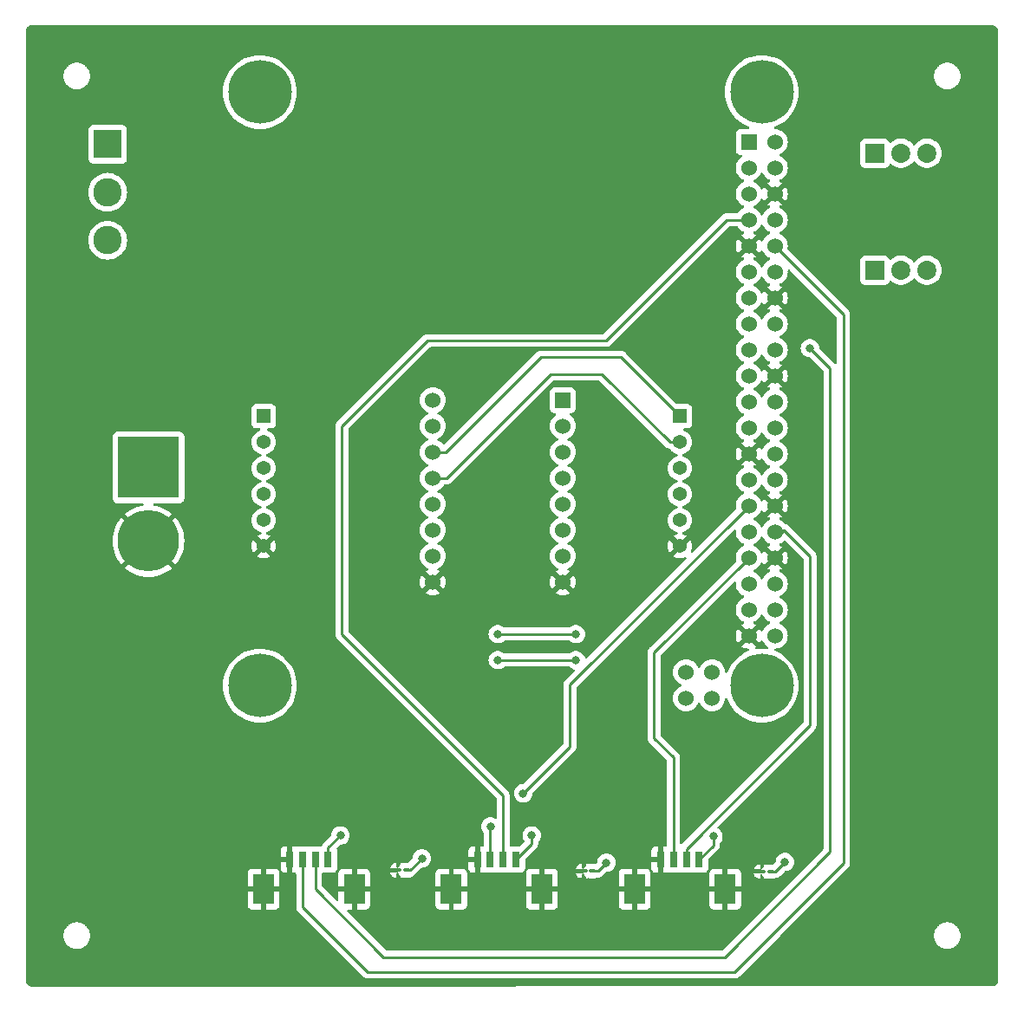
<source format=gbl>
G04 #@! TF.GenerationSoftware,KiCad,Pcbnew,7.0.6*
G04 #@! TF.CreationDate,2023-08-10T19:19:24-04:00*
G04 #@! TF.ProjectId,jerry,6a657272-792e-46b6-9963-61645f706362,rev?*
G04 #@! TF.SameCoordinates,Original*
G04 #@! TF.FileFunction,Copper,L2,Bot*
G04 #@! TF.FilePolarity,Positive*
%FSLAX46Y46*%
G04 Gerber Fmt 4.6, Leading zero omitted, Abs format (unit mm)*
G04 Created by KiCad (PCBNEW 7.0.6) date 2023-08-10 19:19:24*
%MOMM*%
%LPD*%
G01*
G04 APERTURE LIST*
G04 Aperture macros list*
%AMRoundRect*
0 Rectangle with rounded corners*
0 $1 Rounding radius*
0 $2 $3 $4 $5 $6 $7 $8 $9 X,Y pos of 4 corners*
0 Add a 4 corners polygon primitive as box body*
4,1,4,$2,$3,$4,$5,$6,$7,$8,$9,$2,$3,0*
0 Add four circle primitives for the rounded corners*
1,1,$1+$1,$2,$3*
1,1,$1+$1,$4,$5*
1,1,$1+$1,$6,$7*
1,1,$1+$1,$8,$9*
0 Add four rect primitives between the rounded corners*
20,1,$1+$1,$2,$3,$4,$5,0*
20,1,$1+$1,$4,$5,$6,$7,0*
20,1,$1+$1,$6,$7,$8,$9,0*
20,1,$1+$1,$8,$9,$2,$3,0*%
G04 Aperture macros list end*
G04 #@! TA.AperFunction,ComponentPad*
%ADD10R,1.860000X1.860000*%
G04 #@! TD*
G04 #@! TA.AperFunction,ComponentPad*
%ADD11C,1.860000*%
G04 #@! TD*
G04 #@! TA.AperFunction,ComponentPad*
%ADD12R,1.524000X1.524000*%
G04 #@! TD*
G04 #@! TA.AperFunction,ComponentPad*
%ADD13C,1.524000*%
G04 #@! TD*
G04 #@! TA.AperFunction,ComponentPad*
%ADD14C,6.200000*%
G04 #@! TD*
G04 #@! TA.AperFunction,ComponentPad*
%ADD15R,2.775000X2.775000*%
G04 #@! TD*
G04 #@! TA.AperFunction,ComponentPad*
%ADD16C,2.775000*%
G04 #@! TD*
G04 #@! TA.AperFunction,ComponentPad*
%ADD17C,6.000000*%
G04 #@! TD*
G04 #@! TA.AperFunction,ComponentPad*
%ADD18R,6.000000X6.000000*%
G04 #@! TD*
G04 #@! TA.AperFunction,ComponentPad*
%ADD19R,1.370000X1.370000*%
G04 #@! TD*
G04 #@! TA.AperFunction,ComponentPad*
%ADD20C,1.370000*%
G04 #@! TD*
G04 #@! TA.AperFunction,ComponentPad*
%ADD21R,1.530000X1.530000*%
G04 #@! TD*
G04 #@! TA.AperFunction,ComponentPad*
%ADD22C,1.530000*%
G04 #@! TD*
G04 #@! TA.AperFunction,SMDPad,CuDef*
%ADD23R,0.800000X1.600000*%
G04 #@! TD*
G04 #@! TA.AperFunction,SMDPad,CuDef*
%ADD24R,2.100000X3.000000*%
G04 #@! TD*
G04 #@! TA.AperFunction,SMDPad,CuDef*
%ADD25RoundRect,0.100000X0.217500X0.100000X-0.217500X0.100000X-0.217500X-0.100000X0.217500X-0.100000X0*%
G04 #@! TD*
G04 #@! TA.AperFunction,ViaPad*
%ADD26C,0.800000*%
G04 #@! TD*
G04 #@! TA.AperFunction,Conductor*
%ADD27C,0.250000*%
G04 #@! TD*
G04 APERTURE END LIST*
D10*
X107950000Y-93980000D03*
D11*
X110490000Y-93980000D03*
X113030000Y-93980000D03*
D12*
X95620000Y-81440000D03*
D13*
X98160000Y-81440000D03*
X95620000Y-83980000D03*
X98160000Y-83980000D03*
X95620000Y-86520000D03*
X98160000Y-86520000D03*
X95620000Y-89060000D03*
X98160000Y-89060000D03*
X95620000Y-91600000D03*
X98160000Y-91600000D03*
X95620000Y-94140000D03*
X98160000Y-94140000D03*
X95620000Y-96680000D03*
X98160000Y-96680000D03*
X95620000Y-99220000D03*
X98160000Y-99220000D03*
X95620000Y-101760000D03*
X98160000Y-101760000D03*
X95620000Y-104300000D03*
X98160000Y-104300000D03*
X95620000Y-106840000D03*
X98160000Y-106840000D03*
X95620000Y-109380000D03*
X98160000Y-109380000D03*
X95620000Y-111920000D03*
X98160000Y-111920000D03*
X95620000Y-114460000D03*
X98160000Y-114460000D03*
X95620000Y-117000000D03*
X98160000Y-117000000D03*
X95620000Y-119540000D03*
X98160000Y-119540000D03*
X95620000Y-122080000D03*
X98160000Y-122080000D03*
X95620000Y-124620000D03*
X98160000Y-124620000D03*
X95620000Y-127160000D03*
X98160000Y-127160000D03*
X95620000Y-129700000D03*
X98160000Y-129700000D03*
X89497000Y-135800000D03*
X92037000Y-135800000D03*
X89497000Y-133260000D03*
X92037000Y-133260000D03*
D14*
X96890000Y-76570000D03*
X96890000Y-134570000D03*
X47890000Y-134570000D03*
X47890000Y-76570000D03*
D15*
X33020000Y-81660000D03*
D16*
X33020000Y-86360000D03*
X33020000Y-91060000D03*
D10*
X107950000Y-82550000D03*
D11*
X110490000Y-82550000D03*
X113030000Y-82550000D03*
D17*
X37000000Y-120440000D03*
D18*
X37000000Y-113240000D03*
D19*
X88900000Y-108237500D03*
D20*
X88900000Y-110777500D03*
X88900000Y-113317500D03*
X88900000Y-115857500D03*
X88900000Y-118397500D03*
X88900000Y-120937500D03*
D21*
X77470000Y-106680000D03*
D22*
X77470000Y-109220000D03*
X77470000Y-111760000D03*
X77470000Y-114300000D03*
X77470000Y-116840000D03*
X77470000Y-119380000D03*
X77470000Y-121920000D03*
X77470000Y-124460000D03*
X64770000Y-124460000D03*
X64770000Y-121920000D03*
X64770000Y-119380000D03*
X64770000Y-116840000D03*
X64770000Y-114300000D03*
X64770000Y-111760000D03*
X64770000Y-109220000D03*
X64770000Y-106680000D03*
D23*
X90775000Y-151570000D03*
X89525000Y-151570000D03*
X88275000Y-151570000D03*
X87025000Y-151570000D03*
D24*
X93325000Y-154470000D03*
X84475000Y-154470000D03*
D25*
X80347952Y-152701186D03*
X79532952Y-152701186D03*
X97747780Y-152738043D03*
X96932780Y-152738043D03*
D23*
X54550000Y-151570000D03*
X53300000Y-151570000D03*
X52050000Y-151570000D03*
X50800000Y-151570000D03*
D24*
X57100000Y-154470000D03*
X48250000Y-154470000D03*
D23*
X72875000Y-151570000D03*
X71625000Y-151570000D03*
X70375000Y-151570000D03*
X69125000Y-151570000D03*
D24*
X75425000Y-154470000D03*
X66575000Y-154470000D03*
D19*
X48260000Y-108237500D03*
D20*
X48260000Y-110777500D03*
X48260000Y-113317500D03*
X48260000Y-115857500D03*
X48260000Y-118397500D03*
X48260000Y-120937500D03*
D25*
X62216050Y-152622669D03*
X61401050Y-152622669D03*
D26*
X55747452Y-149216731D03*
X63697418Y-151459838D03*
X81708930Y-151880437D03*
X74426973Y-149216731D03*
X99151397Y-151806213D03*
X92166333Y-149315696D03*
X50800000Y-88900000D03*
X111240437Y-99327985D03*
X27940000Y-139650518D03*
X102006768Y-90686728D03*
X27940000Y-149810518D03*
X111277548Y-106824535D03*
X27940000Y-144730518D03*
X40640000Y-85680000D03*
X111145511Y-116757572D03*
X101886668Y-80516333D03*
X101600000Y-101600000D03*
X73591506Y-145103616D03*
X70386520Y-148339890D03*
X78740000Y-129540000D03*
X71120000Y-129540000D03*
X71120000Y-132080000D03*
X78740000Y-132080000D03*
D27*
X97747780Y-152738043D02*
X98219567Y-152738043D01*
X80888181Y-152701186D02*
X81708930Y-151880437D01*
X80347952Y-152701186D02*
X80888181Y-152701186D01*
X62534587Y-152622669D02*
X63697418Y-151459838D01*
X74426973Y-150018027D02*
X74426973Y-149216731D01*
X72875000Y-151570000D02*
X74426973Y-150018027D01*
X98219567Y-152738043D02*
X99151397Y-151806213D01*
X90775000Y-151570000D02*
X92166333Y-150178667D01*
X54550000Y-151570000D02*
X54550000Y-150414183D01*
X92166333Y-150178667D02*
X92166333Y-149315696D01*
X54550000Y-150414183D02*
X55747452Y-149216731D01*
X62216050Y-152622669D02*
X62534587Y-152622669D01*
X101600000Y-101600000D02*
X103536153Y-103536153D01*
X59957885Y-161107885D02*
X53300000Y-154450000D01*
X103536153Y-150829277D02*
X93257545Y-161107885D01*
X53300000Y-154450000D02*
X53300000Y-151570000D01*
X103536153Y-103536153D02*
X103536153Y-150829277D01*
X93257545Y-161107885D02*
X59957885Y-161107885D01*
X104865000Y-98305000D02*
X98160000Y-91600000D01*
X58420000Y-162560000D02*
X94252226Y-162560000D01*
X104865000Y-151947226D02*
X104865000Y-98305000D01*
X94252226Y-162560000D02*
X104865000Y-151947226D01*
X52050000Y-151570000D02*
X52050000Y-156190000D01*
X52050000Y-156190000D02*
X58420000Y-162560000D01*
X55880000Y-109220000D02*
X64240000Y-100860000D01*
X93450000Y-89060000D02*
X95620000Y-89060000D01*
X71625000Y-145285000D02*
X55880000Y-129540000D01*
X64240000Y-100860000D02*
X81650000Y-100860000D01*
X55880000Y-129540000D02*
X55880000Y-109220000D01*
X71625000Y-151570000D02*
X71625000Y-145285000D01*
X81650000Y-100860000D02*
X93450000Y-89060000D01*
X73591506Y-145103616D02*
X78159154Y-140535968D01*
X78159154Y-134460846D02*
X95620000Y-117000000D01*
X78159154Y-139700000D02*
X78159154Y-134460846D01*
X70375000Y-151570000D02*
X70375000Y-148351410D01*
X78159154Y-140535968D02*
X78159154Y-139700000D01*
X70375000Y-148351410D02*
X70386520Y-148339890D01*
X99060000Y-119380000D02*
X98900000Y-119540000D01*
X98900000Y-119540000D02*
X98160000Y-119540000D01*
X89525000Y-150520000D02*
X101600000Y-138445000D01*
X101600000Y-138445000D02*
X101600000Y-121920000D01*
X89525000Y-151570000D02*
X89525000Y-150520000D01*
X101600000Y-121920000D02*
X99060000Y-119380000D01*
X88275000Y-141615000D02*
X86360000Y-139700000D01*
X86360000Y-139700000D02*
X86360000Y-131340000D01*
X86360000Y-131340000D02*
X95620000Y-122080000D01*
X88275000Y-151570000D02*
X88275000Y-141615000D01*
X71120000Y-129540000D02*
X78740000Y-129540000D01*
X71120000Y-132080000D02*
X78740000Y-132080000D01*
X75317259Y-102482741D02*
X66040000Y-111760000D01*
X66040000Y-111760000D02*
X64770000Y-111760000D01*
X88900000Y-108237500D02*
X83145241Y-102482741D01*
X83145241Y-102482741D02*
X75317259Y-102482741D01*
X87917500Y-110777500D02*
X81280000Y-104140000D01*
X76261522Y-104140000D02*
X66101522Y-114300000D01*
X66101522Y-114300000D02*
X64770000Y-114300000D01*
X81280000Y-104140000D02*
X76261522Y-104140000D01*
X88900000Y-110777500D02*
X87917500Y-110777500D01*
G04 #@! TA.AperFunction,Conductor*
G36*
X99183760Y-120404198D02*
G01*
X99228108Y-120432699D01*
X100938181Y-122142771D01*
X100971666Y-122204094D01*
X100974500Y-122230452D01*
X100974500Y-138134546D01*
X100954815Y-138201585D01*
X100938181Y-138222227D01*
X89141208Y-150019199D01*
X89128951Y-150029020D01*
X89129134Y-150029241D01*
X89123122Y-150034214D01*
X89114890Y-150042981D01*
X89054648Y-150078374D01*
X88984835Y-150075580D01*
X88927614Y-150035485D01*
X88901155Y-149970819D01*
X88900500Y-149958095D01*
X88900500Y-141697742D01*
X88902224Y-141682122D01*
X88901939Y-141682096D01*
X88902671Y-141674340D01*
X88902673Y-141674333D01*
X88900500Y-141605185D01*
X88900500Y-141575650D01*
X88899631Y-141568772D01*
X88899172Y-141562943D01*
X88897709Y-141516372D01*
X88892122Y-141497144D01*
X88888174Y-141478084D01*
X88885663Y-141458204D01*
X88868512Y-141414887D01*
X88866619Y-141409358D01*
X88853618Y-141364609D01*
X88853616Y-141364606D01*
X88843423Y-141347371D01*
X88834861Y-141329894D01*
X88827487Y-141311270D01*
X88827486Y-141311268D01*
X88800079Y-141273545D01*
X88796888Y-141268686D01*
X88773172Y-141228583D01*
X88773165Y-141228574D01*
X88759006Y-141214415D01*
X88746368Y-141199619D01*
X88734594Y-141183413D01*
X88698688Y-141153709D01*
X88694376Y-141149786D01*
X87021819Y-139477228D01*
X86988334Y-139415905D01*
X86985500Y-139389547D01*
X86985500Y-131650451D01*
X87005185Y-131583412D01*
X87021814Y-131562775D01*
X94148985Y-124435603D01*
X94210306Y-124402120D01*
X94279998Y-124407104D01*
X94335931Y-124448976D01*
X94360348Y-124514440D01*
X94360192Y-124534092D01*
X94352677Y-124619996D01*
X94352677Y-124620002D01*
X94371929Y-124840062D01*
X94371930Y-124840070D01*
X94429104Y-125053445D01*
X94429105Y-125053447D01*
X94429106Y-125053450D01*
X94522464Y-125253658D01*
X94522466Y-125253662D01*
X94522468Y-125253666D01*
X94649170Y-125434615D01*
X94649175Y-125434621D01*
X94805378Y-125590824D01*
X94805384Y-125590829D01*
X94986333Y-125717531D01*
X94986335Y-125717532D01*
X94986338Y-125717534D01*
X95105748Y-125773215D01*
X95115189Y-125777618D01*
X95167628Y-125823790D01*
X95186780Y-125890984D01*
X95166564Y-125957865D01*
X95115189Y-126002382D01*
X94986340Y-126062465D01*
X94986338Y-126062466D01*
X94805377Y-126189175D01*
X94649175Y-126345377D01*
X94522466Y-126526338D01*
X94522465Y-126526340D01*
X94429107Y-126726548D01*
X94429104Y-126726554D01*
X94371930Y-126939929D01*
X94371929Y-126939937D01*
X94352677Y-127159997D01*
X94352677Y-127160002D01*
X94371929Y-127380062D01*
X94371930Y-127380070D01*
X94429104Y-127593445D01*
X94429105Y-127593447D01*
X94429106Y-127593450D01*
X94462382Y-127664811D01*
X94522466Y-127793662D01*
X94522468Y-127793666D01*
X94649170Y-127974615D01*
X94649175Y-127974621D01*
X94805378Y-128130824D01*
X94805384Y-128130829D01*
X94986333Y-128257531D01*
X94986335Y-128257532D01*
X94986338Y-128257534D01*
X95115189Y-128317618D01*
X95115781Y-128317894D01*
X95168220Y-128364066D01*
X95187372Y-128431260D01*
X95167156Y-128498141D01*
X95115781Y-128542658D01*
X94986586Y-128602903D01*
X94921812Y-128648257D01*
X94921811Y-128648258D01*
X95480400Y-129206847D01*
X95475408Y-129207565D01*
X95342530Y-129268248D01*
X95232131Y-129363910D01*
X95153155Y-129486799D01*
X95130477Y-129564030D01*
X94568258Y-129001811D01*
X94568257Y-129001812D01*
X94522903Y-129066586D01*
X94429579Y-129266720D01*
X94429575Y-129266729D01*
X94372426Y-129480013D01*
X94372424Y-129480023D01*
X94353179Y-129699999D01*
X94353179Y-129700000D01*
X94372424Y-129919976D01*
X94372426Y-129919986D01*
X94429575Y-130133270D01*
X94429580Y-130133284D01*
X94522899Y-130333407D01*
X94522900Y-130333409D01*
X94568258Y-130398187D01*
X95130477Y-129835968D01*
X95153155Y-129913201D01*
X95232131Y-130036090D01*
X95342530Y-130131752D01*
X95475408Y-130192435D01*
X95480400Y-130193152D01*
X94921811Y-130751741D01*
X94986582Y-130797094D01*
X94986592Y-130797100D01*
X95186715Y-130890419D01*
X95186729Y-130890424D01*
X95400013Y-130947573D01*
X95400023Y-130947575D01*
X95581446Y-130963448D01*
X95646514Y-130988901D01*
X95687493Y-131045491D01*
X95691371Y-131115253D01*
X95656917Y-131176038D01*
X95615076Y-131202740D01*
X95423531Y-131276267D01*
X95087275Y-131447599D01*
X94770776Y-131653135D01*
X94477493Y-131890631D01*
X94477485Y-131890638D01*
X94210638Y-132157485D01*
X94210631Y-132157493D01*
X93973135Y-132450776D01*
X93767599Y-132767275D01*
X93596267Y-133103531D01*
X93539843Y-133250520D01*
X93497440Y-133306053D01*
X93431746Y-133329845D01*
X93363618Y-133314343D01*
X93314686Y-133264469D01*
X93300551Y-133216889D01*
X93285070Y-133039932D01*
X93227894Y-132826550D01*
X93134534Y-132626339D01*
X93071180Y-132535859D01*
X93007827Y-132445381D01*
X93007823Y-132445377D01*
X92851620Y-132289174D01*
X92851616Y-132289171D01*
X92851615Y-132289170D01*
X92670666Y-132162468D01*
X92670662Y-132162466D01*
X92659980Y-132157485D01*
X92470450Y-132069106D01*
X92470447Y-132069105D01*
X92470445Y-132069104D01*
X92257070Y-132011930D01*
X92257062Y-132011929D01*
X92037002Y-131992677D01*
X92036998Y-131992677D01*
X91816937Y-132011929D01*
X91816929Y-132011930D01*
X91603554Y-132069104D01*
X91603548Y-132069107D01*
X91403340Y-132162465D01*
X91403338Y-132162466D01*
X91222377Y-132289175D01*
X91066175Y-132445377D01*
X90939466Y-132626338D01*
X90939465Y-132626340D01*
X90879382Y-132755189D01*
X90833209Y-132807628D01*
X90766016Y-132826780D01*
X90699135Y-132806564D01*
X90654618Y-132755189D01*
X90594534Y-132626340D01*
X90594533Y-132626338D01*
X90584643Y-132612214D01*
X90531179Y-132535859D01*
X90467827Y-132445381D01*
X90467823Y-132445377D01*
X90311620Y-132289174D01*
X90311616Y-132289171D01*
X90311615Y-132289170D01*
X90130666Y-132162468D01*
X90130662Y-132162466D01*
X90119980Y-132157485D01*
X89930450Y-132069106D01*
X89930447Y-132069105D01*
X89930445Y-132069104D01*
X89717070Y-132011930D01*
X89717062Y-132011929D01*
X89497002Y-131992677D01*
X89496998Y-131992677D01*
X89276937Y-132011929D01*
X89276929Y-132011930D01*
X89063554Y-132069104D01*
X89063548Y-132069107D01*
X88863340Y-132162465D01*
X88863338Y-132162466D01*
X88682377Y-132289175D01*
X88526175Y-132445377D01*
X88399466Y-132626338D01*
X88399465Y-132626340D01*
X88306107Y-132826548D01*
X88306104Y-132826554D01*
X88248930Y-133039929D01*
X88248929Y-133039937D01*
X88229677Y-133259997D01*
X88229677Y-133260002D01*
X88248929Y-133480062D01*
X88248930Y-133480070D01*
X88306104Y-133693445D01*
X88306105Y-133693447D01*
X88306106Y-133693450D01*
X88365300Y-133820392D01*
X88399466Y-133893662D01*
X88399468Y-133893666D01*
X88526170Y-134074615D01*
X88526175Y-134074621D01*
X88682378Y-134230824D01*
X88682384Y-134230829D01*
X88863333Y-134357531D01*
X88863335Y-134357532D01*
X88863338Y-134357534D01*
X88958400Y-134401862D01*
X88992189Y-134417618D01*
X89044628Y-134463790D01*
X89063780Y-134530984D01*
X89043564Y-134597865D01*
X88992189Y-134642382D01*
X88863340Y-134702465D01*
X88863338Y-134702466D01*
X88682377Y-134829175D01*
X88526175Y-134985377D01*
X88399466Y-135166338D01*
X88399465Y-135166340D01*
X88306107Y-135366548D01*
X88306104Y-135366554D01*
X88248930Y-135579929D01*
X88248929Y-135579937D01*
X88229677Y-135799997D01*
X88229677Y-135800002D01*
X88248929Y-136020062D01*
X88248930Y-136020070D01*
X88306104Y-136233445D01*
X88306105Y-136233447D01*
X88306106Y-136233450D01*
X88339382Y-136304811D01*
X88399466Y-136433662D01*
X88399468Y-136433666D01*
X88526170Y-136614615D01*
X88526175Y-136614621D01*
X88682378Y-136770824D01*
X88682384Y-136770829D01*
X88863333Y-136897531D01*
X88863335Y-136897532D01*
X88863338Y-136897534D01*
X89063550Y-136990894D01*
X89276932Y-137048070D01*
X89434123Y-137061822D01*
X89496998Y-137067323D01*
X89497000Y-137067323D01*
X89497002Y-137067323D01*
X89552016Y-137062509D01*
X89717068Y-137048070D01*
X89930450Y-136990894D01*
X90130662Y-136897534D01*
X90311620Y-136770826D01*
X90467826Y-136614620D01*
X90594534Y-136433662D01*
X90654617Y-136304811D01*
X90700790Y-136252371D01*
X90767983Y-136233219D01*
X90834865Y-136253435D01*
X90879382Y-136304811D01*
X90939464Y-136433658D01*
X90939468Y-136433666D01*
X91066170Y-136614615D01*
X91066175Y-136614621D01*
X91222378Y-136770824D01*
X91222384Y-136770829D01*
X91403333Y-136897531D01*
X91403335Y-136897532D01*
X91403338Y-136897534D01*
X91603550Y-136990894D01*
X91816932Y-137048070D01*
X91974123Y-137061822D01*
X92036998Y-137067323D01*
X92037000Y-137067323D01*
X92037002Y-137067323D01*
X92092017Y-137062509D01*
X92257068Y-137048070D01*
X92470450Y-136990894D01*
X92670662Y-136897534D01*
X92851620Y-136770826D01*
X93007826Y-136614620D01*
X93134534Y-136433662D01*
X93227894Y-136233450D01*
X93285070Y-136020068D01*
X93294851Y-135908258D01*
X93320303Y-135843193D01*
X93376893Y-135802214D01*
X93446655Y-135798335D01*
X93507440Y-135832788D01*
X93534143Y-135874630D01*
X93596267Y-136036468D01*
X93767599Y-136372725D01*
X93973135Y-136689223D01*
X94141820Y-136897531D01*
X94210635Y-136982511D01*
X94477489Y-137249365D01*
X94477493Y-137249368D01*
X94770776Y-137486864D01*
X95087274Y-137692400D01*
X95087279Y-137692403D01*
X95423535Y-137863734D01*
X95775857Y-137998978D01*
X96140387Y-138096653D01*
X96513129Y-138155690D01*
X96869155Y-138174348D01*
X96889999Y-138175441D01*
X96890000Y-138175441D01*
X96890001Y-138175441D01*
X96909752Y-138174405D01*
X97266871Y-138155690D01*
X97639613Y-138096653D01*
X98004143Y-137998978D01*
X98356465Y-137863734D01*
X98692721Y-137692403D01*
X99009225Y-137486863D01*
X99302511Y-137249365D01*
X99569365Y-136982511D01*
X99806863Y-136689225D01*
X100012403Y-136372721D01*
X100183734Y-136036465D01*
X100318978Y-135684143D01*
X100416653Y-135319613D01*
X100475690Y-134946871D01*
X100495441Y-134570000D01*
X100475690Y-134193129D01*
X100416653Y-133820387D01*
X100318978Y-133455857D01*
X100183734Y-133103535D01*
X100012403Y-132767280D01*
X100004551Y-132755189D01*
X99806864Y-132450776D01*
X99569368Y-132157493D01*
X99569365Y-132157489D01*
X99302511Y-131890635D01*
X99081572Y-131711722D01*
X99009223Y-131653135D01*
X98692725Y-131447599D01*
X98356468Y-131276267D01*
X98165988Y-131203148D01*
X98110456Y-131160745D01*
X98086663Y-131095052D01*
X98102165Y-131026923D01*
X98152038Y-130977991D01*
X98199614Y-130963857D01*
X98380068Y-130948070D01*
X98593450Y-130890894D01*
X98793662Y-130797534D01*
X98974620Y-130670826D01*
X99130826Y-130514620D01*
X99257534Y-130333662D01*
X99350894Y-130133450D01*
X99408070Y-129920068D01*
X99422509Y-129755017D01*
X99427323Y-129700002D01*
X99427323Y-129699997D01*
X99417370Y-129586231D01*
X99408070Y-129479932D01*
X99350894Y-129266550D01*
X99257534Y-129066339D01*
X99148150Y-128910121D01*
X99130827Y-128885381D01*
X99112556Y-128867110D01*
X98974620Y-128729174D01*
X98974616Y-128729171D01*
X98974615Y-128729170D01*
X98793666Y-128602468D01*
X98793658Y-128602464D01*
X98664811Y-128542382D01*
X98612371Y-128496210D01*
X98593219Y-128429017D01*
X98613435Y-128362135D01*
X98664811Y-128317618D01*
X98670802Y-128314824D01*
X98793662Y-128257534D01*
X98974620Y-128130826D01*
X99130826Y-127974620D01*
X99257534Y-127793662D01*
X99350894Y-127593450D01*
X99408070Y-127380068D01*
X99427323Y-127160000D01*
X99408070Y-126939932D01*
X99350894Y-126726550D01*
X99257534Y-126526339D01*
X99130826Y-126345380D01*
X98974620Y-126189174D01*
X98974616Y-126189171D01*
X98974615Y-126189170D01*
X98793666Y-126062468D01*
X98793662Y-126062466D01*
X98664810Y-126002381D01*
X98612371Y-125956208D01*
X98593219Y-125889015D01*
X98613435Y-125822134D01*
X98664806Y-125777620D01*
X98793662Y-125717534D01*
X98974620Y-125590826D01*
X99130826Y-125434620D01*
X99257534Y-125253662D01*
X99350894Y-125053450D01*
X99408070Y-124840068D01*
X99427323Y-124620000D01*
X99408070Y-124399932D01*
X99350894Y-124186550D01*
X99257534Y-123986339D01*
X99174823Y-123868215D01*
X99130827Y-123805381D01*
X99085102Y-123759656D01*
X98974620Y-123649174D01*
X98974616Y-123649171D01*
X98974615Y-123649170D01*
X98793666Y-123522468D01*
X98793658Y-123522464D01*
X98664219Y-123462106D01*
X98611779Y-123415934D01*
X98592627Y-123348741D01*
X98612843Y-123281859D01*
X98664219Y-123237342D01*
X98793408Y-123177100D01*
X98793420Y-123177093D01*
X98858186Y-123131742D01*
X98858187Y-123131740D01*
X98299600Y-122573152D01*
X98304592Y-122572435D01*
X98437470Y-122511752D01*
X98547869Y-122416090D01*
X98626845Y-122293201D01*
X98649522Y-122215969D01*
X99211740Y-122778187D01*
X99211742Y-122778186D01*
X99257093Y-122713420D01*
X99257100Y-122713408D01*
X99350419Y-122513284D01*
X99350424Y-122513270D01*
X99407573Y-122299986D01*
X99407575Y-122299976D01*
X99426821Y-122080000D01*
X99426821Y-122079999D01*
X99407575Y-121860023D01*
X99407573Y-121860013D01*
X99350424Y-121646729D01*
X99350420Y-121646720D01*
X99257098Y-121446590D01*
X99211740Y-121381811D01*
X98649521Y-121944029D01*
X98626845Y-121866799D01*
X98547869Y-121743910D01*
X98437470Y-121648248D01*
X98304592Y-121587565D01*
X98299599Y-121586847D01*
X98858187Y-121028258D01*
X98793409Y-120982900D01*
X98793407Y-120982899D01*
X98664219Y-120922658D01*
X98611779Y-120876486D01*
X98592627Y-120809293D01*
X98612843Y-120742411D01*
X98664219Y-120697894D01*
X98664815Y-120697616D01*
X98793662Y-120637534D01*
X98974620Y-120510826D01*
X99052749Y-120432696D01*
X99114068Y-120399214D01*
X99183760Y-120404198D01*
G37*
G04 #@! TD.AperFunction*
G04 #@! TA.AperFunction,Conductor*
G36*
X96671740Y-130398187D02*
G01*
X96671742Y-130398186D01*
X96717093Y-130333420D01*
X96717100Y-130333408D01*
X96777342Y-130204219D01*
X96823514Y-130151779D01*
X96890707Y-130132627D01*
X96957588Y-130152842D01*
X97002106Y-130204219D01*
X97062464Y-130333658D01*
X97062468Y-130333666D01*
X97189170Y-130514615D01*
X97189174Y-130514620D01*
X97345380Y-130670826D01*
X97425396Y-130726854D01*
X97506933Y-130783947D01*
X97550558Y-130838524D01*
X97557752Y-130908022D01*
X97526229Y-130970377D01*
X97465999Y-131005791D01*
X97416412Y-131007995D01*
X97266872Y-130984310D01*
X96890001Y-130964559D01*
X96889999Y-130964559D01*
X96513125Y-130984310D01*
X96362459Y-131008173D01*
X96293166Y-130999218D01*
X96239714Y-130954222D01*
X96219075Y-130887470D01*
X96237800Y-130820157D01*
X96271937Y-130784126D01*
X96318187Y-130751740D01*
X95759600Y-130193152D01*
X95764592Y-130192435D01*
X95897470Y-130131752D01*
X96007869Y-130036090D01*
X96086845Y-129913201D01*
X96109522Y-129835969D01*
X96671740Y-130398187D01*
G37*
G04 #@! TD.AperFunction*
G04 #@! TA.AperFunction,Conductor*
G36*
X96957865Y-127613435D02*
G01*
X97002382Y-127664811D01*
X97062464Y-127793658D01*
X97062468Y-127793666D01*
X97189170Y-127974615D01*
X97189175Y-127974621D01*
X97345378Y-128130824D01*
X97345384Y-128130829D01*
X97526333Y-128257531D01*
X97526335Y-128257532D01*
X97526338Y-128257534D01*
X97645748Y-128313215D01*
X97655189Y-128317618D01*
X97707628Y-128363790D01*
X97726780Y-128430984D01*
X97706564Y-128497865D01*
X97655189Y-128542382D01*
X97526340Y-128602465D01*
X97526338Y-128602466D01*
X97345377Y-128729175D01*
X97189175Y-128885377D01*
X97062467Y-129066337D01*
X97062466Y-129066339D01*
X97062348Y-129066593D01*
X97002105Y-129195782D01*
X96955932Y-129248221D01*
X96888738Y-129267372D01*
X96821857Y-129247156D01*
X96777341Y-129195780D01*
X96717100Y-129066593D01*
X96717099Y-129066591D01*
X96671740Y-129001811D01*
X96109521Y-129564029D01*
X96086845Y-129486799D01*
X96007869Y-129363910D01*
X95897470Y-129268248D01*
X95764592Y-129207565D01*
X95759599Y-129206847D01*
X96318187Y-128648258D01*
X96253409Y-128602900D01*
X96253407Y-128602899D01*
X96124219Y-128542658D01*
X96071779Y-128496486D01*
X96052627Y-128429293D01*
X96072843Y-128362411D01*
X96124219Y-128317894D01*
X96124811Y-128317618D01*
X96253662Y-128257534D01*
X96434620Y-128130826D01*
X96590826Y-127974620D01*
X96717534Y-127793662D01*
X96777617Y-127664811D01*
X96823790Y-127612371D01*
X96890983Y-127593219D01*
X96957865Y-127613435D01*
G37*
G04 #@! TD.AperFunction*
G04 #@! TA.AperFunction,Conductor*
G36*
X97693155Y-122293201D02*
G01*
X97772131Y-122416090D01*
X97882530Y-122511752D01*
X98015408Y-122572435D01*
X98020400Y-122573152D01*
X97461811Y-123131741D01*
X97526582Y-123177094D01*
X97526588Y-123177098D01*
X97655781Y-123237342D01*
X97708220Y-123283514D01*
X97727372Y-123350708D01*
X97707156Y-123417589D01*
X97655781Y-123462106D01*
X97526340Y-123522465D01*
X97526338Y-123522466D01*
X97345377Y-123649175D01*
X97189175Y-123805377D01*
X97062466Y-123986338D01*
X97062465Y-123986340D01*
X97002382Y-124115189D01*
X96956209Y-124167628D01*
X96889016Y-124186780D01*
X96822135Y-124166564D01*
X96777618Y-124115189D01*
X96735888Y-124025699D01*
X96717534Y-123986339D01*
X96634823Y-123868215D01*
X96590827Y-123805381D01*
X96545102Y-123759656D01*
X96434620Y-123649174D01*
X96434616Y-123649171D01*
X96434615Y-123649170D01*
X96253666Y-123522468D01*
X96253658Y-123522464D01*
X96124811Y-123462382D01*
X96072371Y-123416210D01*
X96053219Y-123349017D01*
X96073435Y-123282135D01*
X96124811Y-123237618D01*
X96130802Y-123234824D01*
X96253662Y-123177534D01*
X96434620Y-123050826D01*
X96590826Y-122894620D01*
X96717534Y-122713662D01*
X96777894Y-122584218D01*
X96824066Y-122531779D01*
X96891259Y-122512627D01*
X96958141Y-122532843D01*
X97002658Y-122584219D01*
X97062899Y-122713407D01*
X97062900Y-122713409D01*
X97108258Y-122778187D01*
X97670477Y-122215968D01*
X97693155Y-122293201D01*
G37*
G04 #@! TD.AperFunction*
G04 #@! TA.AperFunction,Conductor*
G36*
X96957865Y-119993435D02*
G01*
X97002382Y-120044811D01*
X97062464Y-120173658D01*
X97062468Y-120173666D01*
X97189170Y-120354615D01*
X97189175Y-120354621D01*
X97345378Y-120510824D01*
X97345384Y-120510829D01*
X97526333Y-120637531D01*
X97526335Y-120637532D01*
X97526338Y-120637534D01*
X97655185Y-120697616D01*
X97655781Y-120697894D01*
X97708220Y-120744066D01*
X97727372Y-120811260D01*
X97707156Y-120878141D01*
X97655781Y-120922658D01*
X97526586Y-120982903D01*
X97461812Y-121028257D01*
X97461811Y-121028258D01*
X98020400Y-121586847D01*
X98015408Y-121587565D01*
X97882530Y-121648248D01*
X97772131Y-121743910D01*
X97693155Y-121866799D01*
X97670477Y-121944030D01*
X97108258Y-121381811D01*
X97108257Y-121381812D01*
X97062903Y-121446586D01*
X97002658Y-121575781D01*
X96956485Y-121628220D01*
X96889292Y-121647372D01*
X96822411Y-121627156D01*
X96777894Y-121575781D01*
X96751609Y-121519413D01*
X96717534Y-121446339D01*
X96654180Y-121355859D01*
X96590827Y-121265381D01*
X96584929Y-121259483D01*
X96434620Y-121109174D01*
X96434616Y-121109171D01*
X96434615Y-121109170D01*
X96253666Y-120982468D01*
X96253662Y-120982466D01*
X96124810Y-120922381D01*
X96072371Y-120876208D01*
X96053219Y-120809015D01*
X96073435Y-120742134D01*
X96124806Y-120697620D01*
X96253662Y-120637534D01*
X96434620Y-120510826D01*
X96590826Y-120354620D01*
X96717534Y-120173662D01*
X96777617Y-120044811D01*
X96823790Y-119992371D01*
X96890983Y-119973219D01*
X96957865Y-119993435D01*
G37*
G04 #@! TD.AperFunction*
G04 #@! TA.AperFunction,Conductor*
G36*
X97693155Y-117213201D02*
G01*
X97772131Y-117336090D01*
X97882530Y-117431752D01*
X98015408Y-117492435D01*
X98020400Y-117493152D01*
X97461811Y-118051741D01*
X97526582Y-118097094D01*
X97526588Y-118097098D01*
X97655781Y-118157342D01*
X97708220Y-118203514D01*
X97727372Y-118270708D01*
X97707156Y-118337589D01*
X97655781Y-118382106D01*
X97526340Y-118442465D01*
X97526338Y-118442466D01*
X97345377Y-118569175D01*
X97189175Y-118725377D01*
X97062466Y-118906338D01*
X97062465Y-118906340D01*
X97002382Y-119035189D01*
X96956209Y-119087628D01*
X96889016Y-119106780D01*
X96822135Y-119086564D01*
X96777618Y-119035189D01*
X96747135Y-118969818D01*
X96717534Y-118906339D01*
X96625264Y-118774563D01*
X96590827Y-118725381D01*
X96516031Y-118650585D01*
X96434620Y-118569174D01*
X96434616Y-118569171D01*
X96434615Y-118569170D01*
X96253666Y-118442468D01*
X96253658Y-118442464D01*
X96124811Y-118382382D01*
X96072371Y-118336210D01*
X96053219Y-118269017D01*
X96073435Y-118202135D01*
X96124811Y-118157618D01*
X96147901Y-118146851D01*
X96253662Y-118097534D01*
X96434620Y-117970826D01*
X96590826Y-117814620D01*
X96717534Y-117633662D01*
X96777894Y-117504218D01*
X96824066Y-117451779D01*
X96891259Y-117432627D01*
X96958141Y-117452843D01*
X97002658Y-117504219D01*
X97062899Y-117633407D01*
X97062900Y-117633409D01*
X97108258Y-117698187D01*
X97670477Y-117135968D01*
X97693155Y-117213201D01*
G37*
G04 #@! TD.AperFunction*
G04 #@! TA.AperFunction,Conductor*
G36*
X96957865Y-114913435D02*
G01*
X97002382Y-114964811D01*
X97062464Y-115093658D01*
X97062468Y-115093666D01*
X97189170Y-115274615D01*
X97189175Y-115274621D01*
X97345378Y-115430824D01*
X97345384Y-115430829D01*
X97526333Y-115557531D01*
X97526335Y-115557532D01*
X97526338Y-115557534D01*
X97655185Y-115617616D01*
X97655781Y-115617894D01*
X97708220Y-115664066D01*
X97727372Y-115731260D01*
X97707156Y-115798141D01*
X97655781Y-115842658D01*
X97526586Y-115902903D01*
X97461812Y-115948257D01*
X97461811Y-115948258D01*
X98020400Y-116506847D01*
X98015408Y-116507565D01*
X97882530Y-116568248D01*
X97772131Y-116663910D01*
X97693155Y-116786799D01*
X97670477Y-116864030D01*
X97108258Y-116301811D01*
X97108257Y-116301812D01*
X97062903Y-116366586D01*
X97002658Y-116495781D01*
X96956485Y-116548220D01*
X96889292Y-116567372D01*
X96822411Y-116547156D01*
X96777894Y-116495781D01*
X96717534Y-116366340D01*
X96717533Y-116366338D01*
X96590827Y-116185381D01*
X96590823Y-116185377D01*
X96434620Y-116029174D01*
X96434616Y-116029171D01*
X96434615Y-116029170D01*
X96253666Y-115902468D01*
X96253662Y-115902466D01*
X96124810Y-115842381D01*
X96072371Y-115796208D01*
X96053219Y-115729015D01*
X96073435Y-115662134D01*
X96124806Y-115617620D01*
X96253662Y-115557534D01*
X96434620Y-115430826D01*
X96590826Y-115274620D01*
X96717534Y-115093662D01*
X96777617Y-114964811D01*
X96823790Y-114912371D01*
X96890983Y-114893219D01*
X96957865Y-114913435D01*
G37*
G04 #@! TD.AperFunction*
G04 #@! TA.AperFunction,Conductor*
G36*
X96671740Y-112618187D02*
G01*
X96671742Y-112618186D01*
X96717093Y-112553420D01*
X96717100Y-112553408D01*
X96777342Y-112424219D01*
X96823514Y-112371779D01*
X96890707Y-112352627D01*
X96957588Y-112372842D01*
X97002106Y-112424219D01*
X97062464Y-112553658D01*
X97062468Y-112553666D01*
X97189170Y-112734615D01*
X97189175Y-112734621D01*
X97345378Y-112890824D01*
X97345384Y-112890829D01*
X97526333Y-113017531D01*
X97526335Y-113017532D01*
X97526338Y-113017534D01*
X97645748Y-113073215D01*
X97655189Y-113077618D01*
X97707628Y-113123790D01*
X97726780Y-113190984D01*
X97706564Y-113257865D01*
X97655189Y-113302382D01*
X97526340Y-113362465D01*
X97526338Y-113362466D01*
X97345377Y-113489175D01*
X97189175Y-113645377D01*
X97062466Y-113826338D01*
X97062465Y-113826340D01*
X97002382Y-113955189D01*
X96956209Y-114007628D01*
X96889016Y-114026780D01*
X96822135Y-114006564D01*
X96777618Y-113955189D01*
X96717534Y-113826340D01*
X96717533Y-113826338D01*
X96590827Y-113645381D01*
X96523672Y-113578226D01*
X96434620Y-113489174D01*
X96434616Y-113489171D01*
X96434615Y-113489170D01*
X96253666Y-113362468D01*
X96253658Y-113362464D01*
X96124219Y-113302106D01*
X96071779Y-113255934D01*
X96052627Y-113188741D01*
X96072843Y-113121859D01*
X96124219Y-113077342D01*
X96253408Y-113017100D01*
X96253420Y-113017093D01*
X96318186Y-112971742D01*
X96318187Y-112971740D01*
X95759600Y-112413152D01*
X95764592Y-112412435D01*
X95897470Y-112351752D01*
X96007869Y-112256090D01*
X96086845Y-112133201D01*
X96109522Y-112055969D01*
X96671740Y-112618187D01*
G37*
G04 #@! TD.AperFunction*
G04 #@! TA.AperFunction,Conductor*
G36*
X96957865Y-109833435D02*
G01*
X97002382Y-109884811D01*
X97062464Y-110013658D01*
X97062468Y-110013666D01*
X97189170Y-110194615D01*
X97189175Y-110194621D01*
X97345378Y-110350824D01*
X97345384Y-110350829D01*
X97526333Y-110477531D01*
X97526335Y-110477532D01*
X97526338Y-110477534D01*
X97645748Y-110533215D01*
X97655189Y-110537618D01*
X97707628Y-110583790D01*
X97726780Y-110650984D01*
X97706564Y-110717865D01*
X97655189Y-110762382D01*
X97526340Y-110822465D01*
X97526338Y-110822466D01*
X97345377Y-110949175D01*
X97189175Y-111105377D01*
X97083948Y-111255659D01*
X97062466Y-111286339D01*
X97062348Y-111286593D01*
X97002105Y-111415782D01*
X96955932Y-111468221D01*
X96888738Y-111487372D01*
X96821857Y-111467156D01*
X96777341Y-111415780D01*
X96717100Y-111286593D01*
X96717099Y-111286591D01*
X96671740Y-111221811D01*
X96109521Y-111784029D01*
X96086845Y-111706799D01*
X96007869Y-111583910D01*
X95897470Y-111488248D01*
X95764592Y-111427565D01*
X95759599Y-111426847D01*
X96318187Y-110868258D01*
X96253409Y-110822900D01*
X96253407Y-110822899D01*
X96124219Y-110762658D01*
X96071779Y-110716486D01*
X96052627Y-110649293D01*
X96072843Y-110582411D01*
X96124219Y-110537894D01*
X96124811Y-110537618D01*
X96253662Y-110477534D01*
X96434620Y-110350826D01*
X96590826Y-110194620D01*
X96717534Y-110013662D01*
X96777617Y-109884811D01*
X96823790Y-109832371D01*
X96890983Y-109813219D01*
X96957865Y-109833435D01*
G37*
G04 #@! TD.AperFunction*
G04 #@! TA.AperFunction,Conductor*
G36*
X97693155Y-104513201D02*
G01*
X97772131Y-104636090D01*
X97882530Y-104731752D01*
X98015408Y-104792435D01*
X98020400Y-104793152D01*
X97461811Y-105351741D01*
X97526582Y-105397094D01*
X97526588Y-105397098D01*
X97655781Y-105457342D01*
X97708220Y-105503514D01*
X97727372Y-105570708D01*
X97707156Y-105637589D01*
X97655781Y-105682106D01*
X97526340Y-105742465D01*
X97526338Y-105742466D01*
X97345377Y-105869175D01*
X97189175Y-106025377D01*
X97062466Y-106206338D01*
X97062465Y-106206340D01*
X97002382Y-106335189D01*
X96956209Y-106387628D01*
X96889016Y-106406780D01*
X96822135Y-106386564D01*
X96777618Y-106335189D01*
X96717534Y-106206340D01*
X96717533Y-106206338D01*
X96590827Y-106025381D01*
X96590823Y-106025377D01*
X96434620Y-105869174D01*
X96434616Y-105869171D01*
X96434615Y-105869170D01*
X96253666Y-105742468D01*
X96253658Y-105742464D01*
X96124811Y-105682382D01*
X96072371Y-105636210D01*
X96053219Y-105569017D01*
X96073435Y-105502135D01*
X96124811Y-105457618D01*
X96130802Y-105454824D01*
X96253662Y-105397534D01*
X96434620Y-105270826D01*
X96590826Y-105114620D01*
X96717534Y-104933662D01*
X96777894Y-104804218D01*
X96824066Y-104751779D01*
X96891259Y-104732627D01*
X96958141Y-104752843D01*
X97002658Y-104804219D01*
X97062899Y-104933407D01*
X97062900Y-104933409D01*
X97108258Y-104998187D01*
X97670477Y-104435968D01*
X97693155Y-104513201D01*
G37*
G04 #@! TD.AperFunction*
G04 #@! TA.AperFunction,Conductor*
G36*
X96957865Y-102213435D02*
G01*
X97002382Y-102264811D01*
X97062464Y-102393658D01*
X97062468Y-102393666D01*
X97189170Y-102574615D01*
X97189175Y-102574621D01*
X97345378Y-102730824D01*
X97345384Y-102730829D01*
X97526333Y-102857531D01*
X97526335Y-102857532D01*
X97526338Y-102857534D01*
X97655189Y-102917618D01*
X97655781Y-102917894D01*
X97708220Y-102964066D01*
X97727372Y-103031260D01*
X97707156Y-103098141D01*
X97655781Y-103142658D01*
X97526586Y-103202903D01*
X97461812Y-103248257D01*
X97461811Y-103248258D01*
X98020400Y-103806847D01*
X98015408Y-103807565D01*
X97882530Y-103868248D01*
X97772131Y-103963910D01*
X97693155Y-104086799D01*
X97670477Y-104164030D01*
X97108258Y-103601811D01*
X97108257Y-103601812D01*
X97062903Y-103666586D01*
X97002658Y-103795781D01*
X96956485Y-103848220D01*
X96889292Y-103867372D01*
X96822411Y-103847156D01*
X96777894Y-103795781D01*
X96760707Y-103758923D01*
X96717534Y-103666339D01*
X96630834Y-103542518D01*
X96590827Y-103485381D01*
X96514365Y-103408919D01*
X96434620Y-103329174D01*
X96434616Y-103329171D01*
X96434615Y-103329170D01*
X96253666Y-103202468D01*
X96253658Y-103202464D01*
X96124811Y-103142382D01*
X96072371Y-103096210D01*
X96053219Y-103029017D01*
X96073435Y-102962135D01*
X96124811Y-102917618D01*
X96130802Y-102914824D01*
X96253662Y-102857534D01*
X96434620Y-102730826D01*
X96590826Y-102574620D01*
X96717534Y-102393662D01*
X96777617Y-102264811D01*
X96823790Y-102212371D01*
X96890983Y-102193219D01*
X96957865Y-102213435D01*
G37*
G04 #@! TD.AperFunction*
G04 #@! TA.AperFunction,Conductor*
G36*
X97693155Y-96893201D02*
G01*
X97772131Y-97016090D01*
X97882530Y-97111752D01*
X98015408Y-97172435D01*
X98020400Y-97173152D01*
X97461811Y-97731741D01*
X97526582Y-97777094D01*
X97526588Y-97777098D01*
X97655781Y-97837342D01*
X97708220Y-97883514D01*
X97727372Y-97950708D01*
X97707156Y-98017589D01*
X97655781Y-98062106D01*
X97526340Y-98122465D01*
X97526338Y-98122466D01*
X97345377Y-98249175D01*
X97189175Y-98405377D01*
X97062466Y-98586338D01*
X97062465Y-98586340D01*
X97002382Y-98715189D01*
X96956209Y-98767628D01*
X96889016Y-98786780D01*
X96822135Y-98766564D01*
X96777618Y-98715189D01*
X96759059Y-98675390D01*
X96717534Y-98586339D01*
X96590826Y-98405380D01*
X96434620Y-98249174D01*
X96434616Y-98249171D01*
X96434615Y-98249170D01*
X96253666Y-98122468D01*
X96253658Y-98122464D01*
X96124811Y-98062382D01*
X96072371Y-98016210D01*
X96053219Y-97949017D01*
X96073435Y-97882135D01*
X96124811Y-97837618D01*
X96130802Y-97834824D01*
X96253662Y-97777534D01*
X96434620Y-97650826D01*
X96590826Y-97494620D01*
X96717534Y-97313662D01*
X96777894Y-97184218D01*
X96824066Y-97131779D01*
X96891259Y-97112627D01*
X96958141Y-97132843D01*
X97002658Y-97184219D01*
X97062899Y-97313407D01*
X97062900Y-97313409D01*
X97108258Y-97378187D01*
X97670477Y-96815968D01*
X97693155Y-96893201D01*
G37*
G04 #@! TD.AperFunction*
G04 #@! TA.AperFunction,Conductor*
G36*
X96957865Y-94593435D02*
G01*
X97002382Y-94644811D01*
X97062464Y-94773658D01*
X97062468Y-94773666D01*
X97189170Y-94954615D01*
X97189175Y-94954621D01*
X97345378Y-95110824D01*
X97345384Y-95110829D01*
X97526333Y-95237531D01*
X97526335Y-95237532D01*
X97526338Y-95237534D01*
X97648509Y-95294503D01*
X97655781Y-95297894D01*
X97708220Y-95344066D01*
X97727372Y-95411260D01*
X97707156Y-95478141D01*
X97655781Y-95522658D01*
X97526586Y-95582903D01*
X97461812Y-95628257D01*
X97461811Y-95628258D01*
X98020400Y-96186847D01*
X98015408Y-96187565D01*
X97882530Y-96248248D01*
X97772131Y-96343910D01*
X97693155Y-96466799D01*
X97670477Y-96544030D01*
X97108258Y-95981811D01*
X97108257Y-95981812D01*
X97062903Y-96046586D01*
X97002658Y-96175781D01*
X96956485Y-96228220D01*
X96889292Y-96247372D01*
X96822411Y-96227156D01*
X96777894Y-96175781D01*
X96717534Y-96046340D01*
X96717533Y-96046338D01*
X96590827Y-95865381D01*
X96590823Y-95865377D01*
X96434620Y-95709174D01*
X96434616Y-95709171D01*
X96434615Y-95709170D01*
X96253666Y-95582468D01*
X96253658Y-95582464D01*
X96124811Y-95522382D01*
X96072371Y-95476210D01*
X96053219Y-95409017D01*
X96073435Y-95342135D01*
X96124811Y-95297618D01*
X96131491Y-95294503D01*
X96253662Y-95237534D01*
X96434620Y-95110826D01*
X96590826Y-94954620D01*
X96717534Y-94773662D01*
X96777617Y-94644811D01*
X96823790Y-94592371D01*
X96890983Y-94573219D01*
X96957865Y-94593435D01*
G37*
G04 #@! TD.AperFunction*
G04 #@! TA.AperFunction,Conductor*
G36*
X96671740Y-92298187D02*
G01*
X96671742Y-92298186D01*
X96717093Y-92233420D01*
X96717100Y-92233408D01*
X96777342Y-92104219D01*
X96823514Y-92051779D01*
X96890707Y-92032627D01*
X96957588Y-92052842D01*
X97002106Y-92104219D01*
X97062464Y-92233658D01*
X97062468Y-92233666D01*
X97189170Y-92414615D01*
X97189175Y-92414621D01*
X97345378Y-92570824D01*
X97345384Y-92570829D01*
X97526333Y-92697531D01*
X97526335Y-92697532D01*
X97526338Y-92697534D01*
X97645748Y-92753215D01*
X97655189Y-92757618D01*
X97707628Y-92803790D01*
X97726780Y-92870984D01*
X97706564Y-92937865D01*
X97655189Y-92982382D01*
X97526340Y-93042465D01*
X97526338Y-93042466D01*
X97345377Y-93169175D01*
X97189175Y-93325377D01*
X97062466Y-93506338D01*
X97062465Y-93506340D01*
X97002382Y-93635189D01*
X96956209Y-93687628D01*
X96889016Y-93706780D01*
X96822135Y-93686564D01*
X96777618Y-93635189D01*
X96717534Y-93506340D01*
X96717533Y-93506338D01*
X96590827Y-93325381D01*
X96562270Y-93296824D01*
X96434620Y-93169174D01*
X96434616Y-93169171D01*
X96434615Y-93169170D01*
X96253666Y-93042468D01*
X96253658Y-93042464D01*
X96124219Y-92982106D01*
X96071779Y-92935934D01*
X96052627Y-92868741D01*
X96072843Y-92801859D01*
X96124219Y-92757342D01*
X96253408Y-92697100D01*
X96253420Y-92697093D01*
X96318186Y-92651742D01*
X96318187Y-92651740D01*
X95759600Y-92093152D01*
X95764592Y-92092435D01*
X95897470Y-92031752D01*
X96007869Y-91936090D01*
X96086845Y-91813201D01*
X96109522Y-91735969D01*
X96671740Y-92298187D01*
G37*
G04 #@! TD.AperFunction*
G04 #@! TA.AperFunction,Conductor*
G36*
X96957865Y-89513435D02*
G01*
X97002382Y-89564811D01*
X97062464Y-89693658D01*
X97062468Y-89693666D01*
X97189170Y-89874615D01*
X97189175Y-89874621D01*
X97345378Y-90030824D01*
X97345384Y-90030829D01*
X97526333Y-90157531D01*
X97526335Y-90157532D01*
X97526338Y-90157534D01*
X97645748Y-90213215D01*
X97655189Y-90217618D01*
X97707628Y-90263790D01*
X97726780Y-90330984D01*
X97706564Y-90397865D01*
X97655189Y-90442382D01*
X97526340Y-90502465D01*
X97526338Y-90502466D01*
X97345377Y-90629175D01*
X97189175Y-90785377D01*
X97062467Y-90966337D01*
X97062466Y-90966339D01*
X97062348Y-90966593D01*
X97002105Y-91095782D01*
X96955932Y-91148221D01*
X96888738Y-91167372D01*
X96821857Y-91147156D01*
X96777341Y-91095780D01*
X96717100Y-90966593D01*
X96717099Y-90966591D01*
X96671740Y-90901811D01*
X96109521Y-91464029D01*
X96086845Y-91386799D01*
X96007869Y-91263910D01*
X95897470Y-91168248D01*
X95764592Y-91107565D01*
X95759599Y-91106847D01*
X96318187Y-90548258D01*
X96253409Y-90502900D01*
X96253407Y-90502899D01*
X96124219Y-90442658D01*
X96071779Y-90396486D01*
X96052627Y-90329293D01*
X96072843Y-90262411D01*
X96124219Y-90217894D01*
X96124811Y-90217618D01*
X96253662Y-90157534D01*
X96434620Y-90030826D01*
X96590826Y-89874620D01*
X96717534Y-89693662D01*
X96777617Y-89564811D01*
X96823790Y-89512371D01*
X96890983Y-89493219D01*
X96957865Y-89513435D01*
G37*
G04 #@! TD.AperFunction*
G04 #@! TA.AperFunction,Conductor*
G36*
X97693155Y-86733201D02*
G01*
X97772131Y-86856090D01*
X97882530Y-86951752D01*
X98015408Y-87012435D01*
X98020400Y-87013152D01*
X97461811Y-87571741D01*
X97526582Y-87617094D01*
X97526588Y-87617098D01*
X97655781Y-87677342D01*
X97708220Y-87723514D01*
X97727372Y-87790708D01*
X97707156Y-87857589D01*
X97655781Y-87902106D01*
X97526340Y-87962465D01*
X97526338Y-87962466D01*
X97345377Y-88089175D01*
X97189175Y-88245377D01*
X97062466Y-88426338D01*
X97062465Y-88426340D01*
X97002382Y-88555189D01*
X96956209Y-88607628D01*
X96889016Y-88626780D01*
X96822135Y-88606564D01*
X96777618Y-88555189D01*
X96743201Y-88481382D01*
X96717534Y-88426339D01*
X96590826Y-88245380D01*
X96434620Y-88089174D01*
X96434616Y-88089171D01*
X96434615Y-88089170D01*
X96253666Y-87962468D01*
X96253658Y-87962464D01*
X96124811Y-87902382D01*
X96072371Y-87856210D01*
X96053219Y-87789017D01*
X96073435Y-87722135D01*
X96124811Y-87677618D01*
X96130802Y-87674824D01*
X96253662Y-87617534D01*
X96434620Y-87490826D01*
X96590826Y-87334620D01*
X96717534Y-87153662D01*
X96777894Y-87024218D01*
X96824066Y-86971779D01*
X96891259Y-86952627D01*
X96958141Y-86972843D01*
X97002658Y-87024219D01*
X97062899Y-87153407D01*
X97062900Y-87153409D01*
X97108258Y-87218187D01*
X97670477Y-86655968D01*
X97693155Y-86733201D01*
G37*
G04 #@! TD.AperFunction*
G04 #@! TA.AperFunction,Conductor*
G36*
X96957865Y-84433435D02*
G01*
X97002382Y-84484811D01*
X97062464Y-84613658D01*
X97062468Y-84613666D01*
X97189170Y-84794615D01*
X97189175Y-84794621D01*
X97345378Y-84950824D01*
X97345384Y-84950829D01*
X97526333Y-85077531D01*
X97526335Y-85077532D01*
X97526338Y-85077534D01*
X97655189Y-85137618D01*
X97655781Y-85137894D01*
X97708220Y-85184066D01*
X97727372Y-85251260D01*
X97707156Y-85318141D01*
X97655781Y-85362658D01*
X97526586Y-85422903D01*
X97461812Y-85468257D01*
X97461811Y-85468258D01*
X98020400Y-86026847D01*
X98015408Y-86027565D01*
X97882530Y-86088248D01*
X97772131Y-86183910D01*
X97693155Y-86306799D01*
X97670477Y-86384030D01*
X97108258Y-85821811D01*
X97108257Y-85821812D01*
X97062903Y-85886586D01*
X97002658Y-86015781D01*
X96956485Y-86068220D01*
X96889292Y-86087372D01*
X96822411Y-86067156D01*
X96777894Y-86015781D01*
X96717534Y-85886340D01*
X96717533Y-85886338D01*
X96590827Y-85705381D01*
X96590823Y-85705377D01*
X96434620Y-85549174D01*
X96434616Y-85549171D01*
X96434615Y-85549170D01*
X96253666Y-85422468D01*
X96253658Y-85422464D01*
X96124811Y-85362382D01*
X96072371Y-85316210D01*
X96053219Y-85249017D01*
X96073435Y-85182135D01*
X96124811Y-85137618D01*
X96130802Y-85134824D01*
X96253662Y-85077534D01*
X96434620Y-84950826D01*
X96590826Y-84794620D01*
X96717534Y-84613662D01*
X96777617Y-84484811D01*
X96823790Y-84432371D01*
X96890983Y-84413219D01*
X96957865Y-84433435D01*
G37*
G04 #@! TD.AperFunction*
G04 #@! TA.AperFunction,Conductor*
G36*
X119567315Y-70063823D02*
G01*
X119622002Y-70076618D01*
X119627611Y-70079385D01*
X119631841Y-70081680D01*
X119703591Y-70124307D01*
X119710726Y-70129254D01*
X119761959Y-70170373D01*
X119766986Y-70174879D01*
X119825118Y-70233011D01*
X119829625Y-70238039D01*
X119870739Y-70289266D01*
X119875695Y-70296414D01*
X119918323Y-70368165D01*
X119920622Y-70372401D01*
X119946538Y-70424952D01*
X119954263Y-70444725D01*
X119974222Y-70512408D01*
X119979286Y-70547505D01*
X119960932Y-163514778D01*
X119955869Y-163549824D01*
X119954262Y-163555274D01*
X119946536Y-163575050D01*
X119920622Y-163627597D01*
X119918318Y-163631843D01*
X119875695Y-163703584D01*
X119870739Y-163710732D01*
X119829625Y-163761959D01*
X119825110Y-163766996D01*
X119766996Y-163825110D01*
X119761959Y-163829625D01*
X119710732Y-163870739D01*
X119703584Y-163875695D01*
X119631838Y-163918321D01*
X119627592Y-163920625D01*
X119579804Y-163944192D01*
X119524997Y-163956981D01*
X25574833Y-163986533D01*
X25545315Y-163982978D01*
X25527797Y-163978690D01*
X25525000Y-163977936D01*
X25444728Y-163954264D01*
X25424957Y-163946539D01*
X25372397Y-163920619D01*
X25368159Y-163918320D01*
X25324005Y-163892087D01*
X25296414Y-163875695D01*
X25289266Y-163870739D01*
X25238039Y-163829625D01*
X25233011Y-163825118D01*
X25174879Y-163766986D01*
X25170373Y-163761959D01*
X25129259Y-163710732D01*
X25124303Y-163703584D01*
X25081681Y-163631843D01*
X25081671Y-163631827D01*
X25079381Y-163627605D01*
X25053460Y-163575044D01*
X25045736Y-163555276D01*
X25022053Y-163474970D01*
X25021321Y-163472256D01*
X25016656Y-163453192D01*
X25013103Y-163423659D01*
X25015736Y-159000000D01*
X28694532Y-159000000D01*
X28701989Y-159085239D01*
X28702237Y-159088065D01*
X28702473Y-159093471D01*
X28702473Y-159096435D01*
X28700589Y-159102847D01*
X28702143Y-159120604D01*
X28705488Y-159130625D01*
X28705983Y-159133471D01*
X28706664Y-159138692D01*
X28714364Y-159226688D01*
X28714367Y-159226700D01*
X28737251Y-159312107D01*
X28738430Y-159317438D01*
X28738945Y-159320371D01*
X28738203Y-159326972D01*
X28742755Y-159343959D01*
X28747693Y-159353033D01*
X28748131Y-159354232D01*
X28748731Y-159355881D01*
X28750367Y-159361060D01*
X28773261Y-159446496D01*
X28810661Y-159526700D01*
X28812739Y-159531740D01*
X28813512Y-159533865D01*
X28813840Y-159534774D01*
X28814233Y-159541291D01*
X28821652Y-159557201D01*
X28828213Y-159565459D01*
X28829654Y-159567967D01*
X28832093Y-159572662D01*
X28869433Y-159652736D01*
X28920098Y-159725093D01*
X28922941Y-159729547D01*
X28924401Y-159732063D01*
X28926018Y-159738671D01*
X28926091Y-159738758D01*
X28936281Y-159753311D01*
X28944124Y-159760250D01*
X28946012Y-159762504D01*
X28949268Y-159766752D01*
X28999951Y-159839137D01*
X28999953Y-159839139D01*
X29062469Y-159901655D01*
X29066121Y-159905641D01*
X29068040Y-159907929D01*
X29070715Y-159914044D01*
X29083202Y-159926531D01*
X29092069Y-159931958D01*
X29094357Y-159933877D01*
X29098342Y-159937528D01*
X29160861Y-160000047D01*
X29233328Y-160050788D01*
X29237591Y-160054064D01*
X29239993Y-160056080D01*
X29243643Y-160061586D01*
X29257960Y-160071610D01*
X29267535Y-160075367D01*
X29267789Y-160075513D01*
X29270250Y-160076934D01*
X29274798Y-160079825D01*
X29347266Y-160130568D01*
X29427465Y-160167966D01*
X29432238Y-160170456D01*
X29434803Y-160171938D01*
X29434952Y-160172024D01*
X29439495Y-160176807D01*
X29455308Y-160184180D01*
X29465376Y-160186214D01*
X29466489Y-160186616D01*
X29468306Y-160187278D01*
X29473334Y-160189355D01*
X29553504Y-160226739D01*
X29553509Y-160226740D01*
X29553513Y-160226742D01*
X29599137Y-160238966D01*
X29638943Y-160249632D01*
X29644089Y-160251258D01*
X29646900Y-160252281D01*
X29646963Y-160252304D01*
X29652295Y-160256239D01*
X29669305Y-160260796D01*
X29679679Y-160261061D01*
X29682620Y-160261580D01*
X29687895Y-160262749D01*
X29719123Y-160271116D01*
X29773308Y-160285635D01*
X29861384Y-160293340D01*
X29866744Y-160294046D01*
X29868661Y-160294384D01*
X29869676Y-160294564D01*
X29875655Y-160297528D01*
X29893268Y-160299069D01*
X29903567Y-160297527D01*
X29906528Y-160297527D01*
X29911929Y-160297762D01*
X29974581Y-160303244D01*
X29999999Y-160305468D01*
X30000000Y-160305468D01*
X30000001Y-160305468D01*
X30025418Y-160303244D01*
X30088070Y-160297762D01*
X30093472Y-160297527D01*
X30096432Y-160297527D01*
X30102843Y-160299409D01*
X30120328Y-160297879D01*
X30130025Y-160294617D01*
X30130201Y-160294585D01*
X30133201Y-160294056D01*
X30138531Y-160293348D01*
X30226692Y-160285635D01*
X30312148Y-160262737D01*
X30317373Y-160261581D01*
X30320404Y-160261047D01*
X30326992Y-160261788D01*
X30343964Y-160257241D01*
X30353031Y-160252305D01*
X30355923Y-160251253D01*
X30361043Y-160249635D01*
X30426496Y-160232097D01*
X30446486Y-160226742D01*
X30446487Y-160226741D01*
X30446496Y-160226739D01*
X30526578Y-160189395D01*
X30531491Y-160187357D01*
X30534243Y-160186351D01*
X30540986Y-160185913D01*
X30541039Y-160185883D01*
X30557095Y-160178396D01*
X30565237Y-160171914D01*
X30567831Y-160170416D01*
X30572578Y-160167945D01*
X30652734Y-160130568D01*
X30725115Y-160079886D01*
X30729504Y-160077083D01*
X30731547Y-160075896D01*
X30732008Y-160075629D01*
X30738641Y-160074002D01*
X30738751Y-160073911D01*
X30753286Y-160063733D01*
X30760192Y-160055924D01*
X30762461Y-160054021D01*
X30766714Y-160050758D01*
X30839139Y-160000047D01*
X30901650Y-159937535D01*
X30905603Y-159933911D01*
X30906495Y-159933161D01*
X30907864Y-159932013D01*
X30914008Y-159929319D01*
X30914019Y-159929308D01*
X30926554Y-159916772D01*
X30932011Y-159907865D01*
X30933879Y-159905641D01*
X30933911Y-159905603D01*
X30937535Y-159901650D01*
X31000047Y-159839139D01*
X31050758Y-159766714D01*
X31054021Y-159762461D01*
X31054226Y-159762215D01*
X31055921Y-159760196D01*
X31061497Y-159756482D01*
X31061508Y-159756465D01*
X31071743Y-159741846D01*
X31075627Y-159732012D01*
X31075896Y-159731547D01*
X31077083Y-159729504D01*
X31079886Y-159725115D01*
X31130568Y-159652734D01*
X31167945Y-159572578D01*
X31170416Y-159567831D01*
X31171912Y-159565240D01*
X31176748Y-159560630D01*
X31184255Y-159544529D01*
X31186351Y-159534243D01*
X31187357Y-159531491D01*
X31189395Y-159526578D01*
X31226739Y-159446496D01*
X31249635Y-159361043D01*
X31251253Y-159355923D01*
X31252305Y-159353033D01*
X31256240Y-159347701D01*
X31260785Y-159330735D01*
X31261047Y-159320404D01*
X31261053Y-159320371D01*
X31261581Y-159317373D01*
X31262737Y-159312148D01*
X31285635Y-159226692D01*
X31293341Y-159138608D01*
X31294046Y-159133258D01*
X31294511Y-159130625D01*
X31297527Y-159113519D01*
X31297527Y-159113517D01*
X31297705Y-159112508D01*
X31297710Y-159112470D01*
X31299298Y-159103460D01*
X31297956Y-159093787D01*
X31298143Y-159085239D01*
X31298362Y-159081218D01*
X31305468Y-159000000D01*
X31298362Y-158918786D01*
X31298143Y-158914757D01*
X31298081Y-158911933D01*
X31297956Y-158906213D01*
X31299801Y-158899384D01*
X31297859Y-158888368D01*
X31297856Y-158888346D01*
X31294510Y-158869373D01*
X31294044Y-158866729D01*
X31293341Y-158861391D01*
X31285635Y-158773308D01*
X31262749Y-158687895D01*
X31261580Y-158682620D01*
X31261062Y-158679681D01*
X31261802Y-158673060D01*
X31257242Y-158656040D01*
X31252304Y-158646963D01*
X31252170Y-158646595D01*
X31251258Y-158644089D01*
X31249632Y-158638943D01*
X31227286Y-158555545D01*
X31226742Y-158553513D01*
X31226740Y-158553509D01*
X31226739Y-158553504D01*
X31189355Y-158473334D01*
X31187278Y-158468306D01*
X31186616Y-158466489D01*
X31186214Y-158465376D01*
X31185808Y-158458799D01*
X31178439Y-158442995D01*
X31172024Y-158434952D01*
X31171938Y-158434803D01*
X31170456Y-158432238D01*
X31167966Y-158427465D01*
X31130568Y-158347266D01*
X31130564Y-158347260D01*
X31130564Y-158347259D01*
X31106820Y-158313351D01*
X31079825Y-158274798D01*
X31076934Y-158270250D01*
X31075513Y-158267789D01*
X31075367Y-158267535D01*
X31073822Y-158261119D01*
X31063806Y-158246814D01*
X31056082Y-158239995D01*
X31054064Y-158237591D01*
X31050788Y-158233328D01*
X31000047Y-158160861D01*
X30937528Y-158098342D01*
X30933877Y-158094357D01*
X30931958Y-158092069D01*
X30929282Y-158085953D01*
X30916800Y-158073471D01*
X30907929Y-158068040D01*
X30905641Y-158066121D01*
X30901655Y-158062469D01*
X30839139Y-157999953D01*
X30766745Y-157949262D01*
X30762504Y-157946012D01*
X30760250Y-157944124D01*
X30756510Y-157938515D01*
X30756458Y-157938485D01*
X30741874Y-157928273D01*
X30732063Y-157924401D01*
X30729547Y-157922941D01*
X30725093Y-157920098D01*
X30652736Y-157869433D01*
X30652727Y-157869429D01*
X30644194Y-157865449D01*
X30572662Y-157832093D01*
X30567967Y-157829654D01*
X30565459Y-157828213D01*
X30560752Y-157823296D01*
X30560634Y-157823253D01*
X30544763Y-157815851D01*
X30534774Y-157813840D01*
X30533865Y-157813512D01*
X30531740Y-157812739D01*
X30526700Y-157810661D01*
X30446496Y-157773261D01*
X30361060Y-157750367D01*
X30355881Y-157748731D01*
X30354232Y-157748131D01*
X30353033Y-157747693D01*
X30347700Y-157743757D01*
X30330724Y-157739208D01*
X30320371Y-157738945D01*
X30317722Y-157738479D01*
X30317433Y-157738428D01*
X30312107Y-157737251D01*
X30226700Y-157714367D01*
X30226688Y-157714364D01*
X30138693Y-157706664D01*
X30133472Y-157705983D01*
X30130626Y-157705488D01*
X30124507Y-157702473D01*
X30124371Y-157702473D01*
X30106734Y-157700929D01*
X30096435Y-157702473D01*
X30093472Y-157702473D01*
X30088070Y-157702237D01*
X30025418Y-157696755D01*
X30000001Y-157694532D01*
X29999999Y-157694532D01*
X29974581Y-157696755D01*
X29911929Y-157702237D01*
X29906528Y-157702473D01*
X29903564Y-157702473D01*
X29897150Y-157700589D01*
X29879436Y-157702139D01*
X29869455Y-157705474D01*
X29866589Y-157705974D01*
X29861328Y-157706663D01*
X29773306Y-157714365D01*
X29687852Y-157737262D01*
X29682531Y-157738435D01*
X29680460Y-157738800D01*
X29679458Y-157738975D01*
X29672924Y-157738231D01*
X29655869Y-157742801D01*
X29646595Y-157747829D01*
X29643888Y-157748808D01*
X29638851Y-157750391D01*
X29553507Y-157773260D01*
X29553506Y-157773260D01*
X29553504Y-157773261D01*
X29541478Y-157778869D01*
X29473336Y-157810642D01*
X29468259Y-157812739D01*
X29467788Y-157812910D01*
X29465410Y-157813772D01*
X29458819Y-157814180D01*
X29442855Y-157821624D01*
X29434656Y-157828146D01*
X29432125Y-157829604D01*
X29427373Y-157832075D01*
X29347269Y-157869429D01*
X29347264Y-157869432D01*
X29274892Y-157920107D01*
X29270411Y-157922967D01*
X29267879Y-157924434D01*
X29261302Y-157926040D01*
X29261242Y-157926091D01*
X29246737Y-157936246D01*
X29239847Y-157944041D01*
X29237574Y-157945948D01*
X29233279Y-157949245D01*
X29160868Y-157999946D01*
X29160857Y-157999956D01*
X29098368Y-158062443D01*
X29094421Y-158066063D01*
X29092164Y-158067960D01*
X29086000Y-158070663D01*
X29085976Y-158070693D01*
X29073428Y-158083240D01*
X29067960Y-158092164D01*
X29066063Y-158094421D01*
X29062443Y-158098368D01*
X28999956Y-158160857D01*
X28999946Y-158160868D01*
X28949245Y-158233279D01*
X28945948Y-158237574D01*
X28944041Y-158239847D01*
X28938481Y-158243545D01*
X28928288Y-158258103D01*
X28924434Y-158267879D01*
X28922967Y-158270411D01*
X28920107Y-158274892D01*
X28869432Y-158347264D01*
X28869429Y-158347269D01*
X28832075Y-158427373D01*
X28829604Y-158432125D01*
X28828146Y-158434656D01*
X28823270Y-158439312D01*
X28823250Y-158439369D01*
X28815812Y-158455319D01*
X28813772Y-158465410D01*
X28812910Y-158467788D01*
X28812739Y-158468259D01*
X28810642Y-158473336D01*
X28773260Y-158553507D01*
X28750391Y-158638851D01*
X28748808Y-158643888D01*
X28747829Y-158646595D01*
X28743801Y-158652088D01*
X28743777Y-158652228D01*
X28739228Y-158669205D01*
X28738975Y-158679458D01*
X28738800Y-158680460D01*
X28738435Y-158682531D01*
X28737262Y-158687852D01*
X28714365Y-158773307D01*
X28706664Y-158861306D01*
X28705983Y-158866527D01*
X28705488Y-158869373D01*
X28702473Y-158875492D01*
X28702473Y-158875628D01*
X28700929Y-158893268D01*
X28702473Y-158903563D01*
X28702473Y-158906527D01*
X28702237Y-158911930D01*
X28694532Y-159000000D01*
X25015736Y-159000000D01*
X25018283Y-154720000D01*
X46700000Y-154720000D01*
X46700000Y-156017844D01*
X46706401Y-156077372D01*
X46706403Y-156077379D01*
X46756645Y-156212086D01*
X46756649Y-156212093D01*
X46842809Y-156327187D01*
X46842812Y-156327190D01*
X46957906Y-156413350D01*
X46957913Y-156413354D01*
X47092620Y-156463596D01*
X47092627Y-156463598D01*
X47152155Y-156469999D01*
X47152172Y-156470000D01*
X48000000Y-156470000D01*
X48000000Y-154720000D01*
X48500000Y-154720000D01*
X48500000Y-156470000D01*
X49347828Y-156470000D01*
X49347844Y-156469999D01*
X49407372Y-156463598D01*
X49407379Y-156463596D01*
X49542086Y-156413354D01*
X49542093Y-156413350D01*
X49657187Y-156327190D01*
X49657190Y-156327187D01*
X49743350Y-156212093D01*
X49743354Y-156212086D01*
X49793596Y-156077379D01*
X49793598Y-156077372D01*
X49799999Y-156017844D01*
X49800000Y-156017827D01*
X49800000Y-154720000D01*
X48500000Y-154720000D01*
X48000000Y-154720000D01*
X46700000Y-154720000D01*
X25018283Y-154720000D01*
X25018581Y-154220000D01*
X46700000Y-154220000D01*
X48000000Y-154220000D01*
X48000000Y-152470000D01*
X48500000Y-152470000D01*
X48500000Y-154220000D01*
X49800000Y-154220000D01*
X49800000Y-152922172D01*
X49799999Y-152922155D01*
X49793598Y-152862627D01*
X49793597Y-152862623D01*
X49746847Y-152737281D01*
X49746085Y-152726638D01*
X49737704Y-152720364D01*
X49657187Y-152612809D01*
X49542093Y-152526649D01*
X49542086Y-152526645D01*
X49407379Y-152476403D01*
X49407372Y-152476401D01*
X49347844Y-152470000D01*
X48500000Y-152470000D01*
X48000000Y-152470000D01*
X47152155Y-152470000D01*
X47092627Y-152476401D01*
X47092620Y-152476403D01*
X46957913Y-152526645D01*
X46957906Y-152526649D01*
X46842812Y-152612809D01*
X46842809Y-152612812D01*
X46756649Y-152727906D01*
X46756645Y-152727913D01*
X46706403Y-152862620D01*
X46706401Y-152862627D01*
X46700000Y-152922155D01*
X46700000Y-154220000D01*
X25018581Y-154220000D01*
X25020009Y-151820000D01*
X49900000Y-151820000D01*
X49900000Y-152417844D01*
X49906401Y-152477372D01*
X49906403Y-152477379D01*
X49953152Y-152602719D01*
X49953913Y-152613360D01*
X49962295Y-152619635D01*
X50042812Y-152727190D01*
X50157906Y-152813350D01*
X50157913Y-152813354D01*
X50292620Y-152863596D01*
X50292627Y-152863598D01*
X50352155Y-152869999D01*
X50352172Y-152870000D01*
X50550000Y-152870000D01*
X51050000Y-152870000D01*
X51247828Y-152870000D01*
X51247837Y-152869999D01*
X51287241Y-152865762D01*
X51356001Y-152878165D01*
X51407140Y-152925774D01*
X51424500Y-152989051D01*
X51424500Y-156107255D01*
X51422775Y-156122872D01*
X51423061Y-156122899D01*
X51422326Y-156130665D01*
X51424500Y-156199814D01*
X51424500Y-156229343D01*
X51424501Y-156229360D01*
X51425368Y-156236231D01*
X51425826Y-156242050D01*
X51427290Y-156288624D01*
X51427291Y-156288627D01*
X51432880Y-156307867D01*
X51436824Y-156326911D01*
X51436860Y-156327190D01*
X51439336Y-156346791D01*
X51456490Y-156390119D01*
X51458382Y-156395647D01*
X51471381Y-156440388D01*
X51481580Y-156457634D01*
X51490138Y-156475103D01*
X51497514Y-156493732D01*
X51524898Y-156531423D01*
X51528106Y-156536307D01*
X51551827Y-156576416D01*
X51551833Y-156576424D01*
X51565990Y-156590580D01*
X51578628Y-156605376D01*
X51590405Y-156621586D01*
X51590406Y-156621587D01*
X51626309Y-156651288D01*
X51630620Y-156655210D01*
X56467082Y-161491673D01*
X57919197Y-162943788D01*
X57929022Y-162956051D01*
X57929243Y-162955869D01*
X57934214Y-162961878D01*
X57955043Y-162981437D01*
X57984635Y-163009226D01*
X58005529Y-163030120D01*
X58011011Y-163034373D01*
X58015443Y-163038157D01*
X58049418Y-163070062D01*
X58066976Y-163079714D01*
X58083235Y-163090395D01*
X58099064Y-163102673D01*
X58141838Y-163121182D01*
X58147056Y-163123738D01*
X58187908Y-163146197D01*
X58207316Y-163151180D01*
X58225717Y-163157480D01*
X58244104Y-163165437D01*
X58287488Y-163172308D01*
X58290119Y-163172725D01*
X58295839Y-163173909D01*
X58340981Y-163185500D01*
X58361016Y-163185500D01*
X58380414Y-163187026D01*
X58400194Y-163190159D01*
X58400195Y-163190160D01*
X58400195Y-163190159D01*
X58400196Y-163190160D01*
X58446583Y-163185775D01*
X58452422Y-163185500D01*
X94169483Y-163185500D01*
X94185103Y-163187224D01*
X94185130Y-163186939D01*
X94192886Y-163187671D01*
X94192893Y-163187673D01*
X94262040Y-163185500D01*
X94291576Y-163185500D01*
X94298454Y-163184630D01*
X94304267Y-163184172D01*
X94350853Y-163182709D01*
X94370095Y-163177117D01*
X94389138Y-163173174D01*
X94409018Y-163170664D01*
X94452348Y-163153507D01*
X94457872Y-163151617D01*
X94461622Y-163150527D01*
X94502616Y-163138618D01*
X94519855Y-163128422D01*
X94537329Y-163119862D01*
X94555953Y-163112488D01*
X94555953Y-163112487D01*
X94555958Y-163112486D01*
X94593675Y-163085082D01*
X94598531Y-163081892D01*
X94638646Y-163058170D01*
X94652815Y-163043999D01*
X94667605Y-163031368D01*
X94683813Y-163019594D01*
X94713525Y-162983676D01*
X94717438Y-162979376D01*
X98696814Y-159000000D01*
X113694532Y-159000000D01*
X113701989Y-159085239D01*
X113702237Y-159088065D01*
X113702473Y-159093471D01*
X113702473Y-159096435D01*
X113700589Y-159102847D01*
X113702143Y-159120604D01*
X113705488Y-159130625D01*
X113705983Y-159133471D01*
X113706664Y-159138692D01*
X113714364Y-159226688D01*
X113714367Y-159226700D01*
X113737251Y-159312107D01*
X113738430Y-159317438D01*
X113738945Y-159320371D01*
X113738203Y-159326972D01*
X113742755Y-159343959D01*
X113747693Y-159353033D01*
X113748131Y-159354232D01*
X113748731Y-159355881D01*
X113750367Y-159361060D01*
X113773261Y-159446496D01*
X113810661Y-159526700D01*
X113812739Y-159531740D01*
X113813512Y-159533865D01*
X113813840Y-159534774D01*
X113814233Y-159541291D01*
X113821652Y-159557201D01*
X113828213Y-159565459D01*
X113829654Y-159567967D01*
X113832093Y-159572662D01*
X113869433Y-159652736D01*
X113920098Y-159725093D01*
X113922941Y-159729547D01*
X113924401Y-159732063D01*
X113926018Y-159738671D01*
X113926091Y-159738758D01*
X113936281Y-159753311D01*
X113944124Y-159760250D01*
X113946012Y-159762504D01*
X113949268Y-159766752D01*
X113999951Y-159839137D01*
X113999953Y-159839139D01*
X114062469Y-159901655D01*
X114066121Y-159905641D01*
X114068040Y-159907929D01*
X114070715Y-159914044D01*
X114083202Y-159926531D01*
X114092069Y-159931958D01*
X114094357Y-159933877D01*
X114098342Y-159937528D01*
X114160861Y-160000047D01*
X114233328Y-160050788D01*
X114237591Y-160054064D01*
X114239993Y-160056080D01*
X114243643Y-160061586D01*
X114257960Y-160071610D01*
X114267535Y-160075367D01*
X114267789Y-160075513D01*
X114270250Y-160076934D01*
X114274798Y-160079825D01*
X114347266Y-160130568D01*
X114427465Y-160167966D01*
X114432238Y-160170456D01*
X114434803Y-160171938D01*
X114434952Y-160172024D01*
X114439495Y-160176807D01*
X114455308Y-160184180D01*
X114465376Y-160186214D01*
X114466489Y-160186616D01*
X114468306Y-160187278D01*
X114473334Y-160189355D01*
X114553504Y-160226739D01*
X114553509Y-160226740D01*
X114553513Y-160226742D01*
X114599137Y-160238966D01*
X114638943Y-160249632D01*
X114644089Y-160251258D01*
X114646900Y-160252281D01*
X114646963Y-160252304D01*
X114652295Y-160256239D01*
X114669305Y-160260796D01*
X114679679Y-160261061D01*
X114682620Y-160261580D01*
X114687895Y-160262749D01*
X114719123Y-160271116D01*
X114773308Y-160285635D01*
X114861384Y-160293340D01*
X114866744Y-160294046D01*
X114868661Y-160294384D01*
X114869676Y-160294564D01*
X114875655Y-160297528D01*
X114893268Y-160299069D01*
X114903567Y-160297527D01*
X114906528Y-160297527D01*
X114911929Y-160297762D01*
X114974581Y-160303244D01*
X114999999Y-160305468D01*
X115000000Y-160305468D01*
X115000001Y-160305468D01*
X115025418Y-160303244D01*
X115088070Y-160297762D01*
X115093472Y-160297527D01*
X115096432Y-160297527D01*
X115102843Y-160299409D01*
X115120328Y-160297879D01*
X115130025Y-160294617D01*
X115130201Y-160294585D01*
X115133201Y-160294056D01*
X115138531Y-160293348D01*
X115226692Y-160285635D01*
X115312148Y-160262737D01*
X115317373Y-160261581D01*
X115320404Y-160261047D01*
X115326992Y-160261788D01*
X115343964Y-160257241D01*
X115353031Y-160252305D01*
X115355923Y-160251253D01*
X115361043Y-160249635D01*
X115426496Y-160232097D01*
X115446486Y-160226742D01*
X115446487Y-160226741D01*
X115446496Y-160226739D01*
X115526578Y-160189395D01*
X115531491Y-160187357D01*
X115534243Y-160186351D01*
X115540986Y-160185913D01*
X115541039Y-160185883D01*
X115557095Y-160178396D01*
X115565237Y-160171914D01*
X115567831Y-160170416D01*
X115572578Y-160167945D01*
X115652734Y-160130568D01*
X115725115Y-160079886D01*
X115729504Y-160077083D01*
X115731547Y-160075896D01*
X115732008Y-160075629D01*
X115738641Y-160074002D01*
X115738751Y-160073911D01*
X115753286Y-160063733D01*
X115760192Y-160055924D01*
X115762461Y-160054021D01*
X115766714Y-160050758D01*
X115839139Y-160000047D01*
X115901650Y-159937535D01*
X115905603Y-159933911D01*
X115906495Y-159933161D01*
X115907864Y-159932013D01*
X115914008Y-159929319D01*
X115914019Y-159929308D01*
X115926554Y-159916772D01*
X115932011Y-159907865D01*
X115933879Y-159905641D01*
X115933911Y-159905603D01*
X115937535Y-159901650D01*
X116000047Y-159839139D01*
X116050758Y-159766714D01*
X116054021Y-159762461D01*
X116054226Y-159762215D01*
X116055921Y-159760196D01*
X116061497Y-159756482D01*
X116061508Y-159756465D01*
X116071743Y-159741846D01*
X116075627Y-159732012D01*
X116075896Y-159731547D01*
X116077083Y-159729504D01*
X116079886Y-159725115D01*
X116130568Y-159652734D01*
X116167945Y-159572578D01*
X116170416Y-159567831D01*
X116171912Y-159565240D01*
X116176748Y-159560630D01*
X116184255Y-159544529D01*
X116186351Y-159534243D01*
X116187357Y-159531491D01*
X116189395Y-159526578D01*
X116226739Y-159446496D01*
X116249635Y-159361043D01*
X116251253Y-159355923D01*
X116252305Y-159353033D01*
X116256240Y-159347701D01*
X116260785Y-159330735D01*
X116261047Y-159320404D01*
X116261053Y-159320371D01*
X116261581Y-159317373D01*
X116262737Y-159312148D01*
X116285635Y-159226692D01*
X116293341Y-159138608D01*
X116294046Y-159133258D01*
X116294511Y-159130625D01*
X116297527Y-159113519D01*
X116297527Y-159113517D01*
X116297705Y-159112508D01*
X116297710Y-159112470D01*
X116299298Y-159103460D01*
X116297956Y-159093787D01*
X116298143Y-159085239D01*
X116298362Y-159081218D01*
X116305468Y-159000000D01*
X116298362Y-158918786D01*
X116298143Y-158914757D01*
X116298081Y-158911933D01*
X116297956Y-158906213D01*
X116299801Y-158899384D01*
X116297859Y-158888368D01*
X116297856Y-158888346D01*
X116294510Y-158869373D01*
X116294044Y-158866729D01*
X116293341Y-158861391D01*
X116285635Y-158773308D01*
X116262749Y-158687895D01*
X116261580Y-158682620D01*
X116261062Y-158679681D01*
X116261802Y-158673060D01*
X116257242Y-158656040D01*
X116252304Y-158646963D01*
X116252170Y-158646595D01*
X116251258Y-158644089D01*
X116249632Y-158638943D01*
X116227286Y-158555545D01*
X116226742Y-158553513D01*
X116226740Y-158553509D01*
X116226739Y-158553504D01*
X116189355Y-158473334D01*
X116187278Y-158468306D01*
X116186616Y-158466489D01*
X116186214Y-158465376D01*
X116185808Y-158458799D01*
X116178439Y-158442995D01*
X116172024Y-158434952D01*
X116171938Y-158434803D01*
X116170456Y-158432238D01*
X116167966Y-158427465D01*
X116130568Y-158347266D01*
X116130564Y-158347260D01*
X116130564Y-158347259D01*
X116106820Y-158313351D01*
X116079825Y-158274798D01*
X116076934Y-158270250D01*
X116075513Y-158267789D01*
X116075367Y-158267535D01*
X116073822Y-158261119D01*
X116063806Y-158246814D01*
X116056082Y-158239995D01*
X116054064Y-158237591D01*
X116050788Y-158233328D01*
X116000047Y-158160861D01*
X115937528Y-158098342D01*
X115933877Y-158094357D01*
X115931958Y-158092069D01*
X115929282Y-158085953D01*
X115916800Y-158073471D01*
X115907929Y-158068040D01*
X115905641Y-158066121D01*
X115901655Y-158062469D01*
X115839139Y-157999953D01*
X115766745Y-157949262D01*
X115762504Y-157946012D01*
X115760250Y-157944124D01*
X115756510Y-157938515D01*
X115756458Y-157938485D01*
X115741874Y-157928273D01*
X115732063Y-157924401D01*
X115729547Y-157922941D01*
X115725093Y-157920098D01*
X115652736Y-157869433D01*
X115652727Y-157869429D01*
X115644194Y-157865449D01*
X115572662Y-157832093D01*
X115567967Y-157829654D01*
X115565459Y-157828213D01*
X115560752Y-157823296D01*
X115560634Y-157823253D01*
X115544763Y-157815851D01*
X115534774Y-157813840D01*
X115533865Y-157813512D01*
X115531740Y-157812739D01*
X115526700Y-157810661D01*
X115446496Y-157773261D01*
X115361060Y-157750367D01*
X115355881Y-157748731D01*
X115354232Y-157748131D01*
X115353033Y-157747693D01*
X115347700Y-157743757D01*
X115330724Y-157739208D01*
X115320371Y-157738945D01*
X115317722Y-157738479D01*
X115317433Y-157738428D01*
X115312107Y-157737251D01*
X115226700Y-157714367D01*
X115226688Y-157714364D01*
X115138693Y-157706664D01*
X115133472Y-157705983D01*
X115130626Y-157705488D01*
X115124507Y-157702473D01*
X115124371Y-157702473D01*
X115106734Y-157700929D01*
X115096435Y-157702473D01*
X115093472Y-157702473D01*
X115088070Y-157702237D01*
X115025418Y-157696755D01*
X115000001Y-157694532D01*
X114999999Y-157694532D01*
X114974581Y-157696755D01*
X114911929Y-157702237D01*
X114906528Y-157702473D01*
X114903564Y-157702473D01*
X114897150Y-157700589D01*
X114879436Y-157702139D01*
X114869455Y-157705474D01*
X114866589Y-157705974D01*
X114861328Y-157706663D01*
X114773306Y-157714365D01*
X114687852Y-157737262D01*
X114682531Y-157738435D01*
X114680460Y-157738800D01*
X114679458Y-157738975D01*
X114672924Y-157738231D01*
X114655869Y-157742801D01*
X114646595Y-157747829D01*
X114643888Y-157748808D01*
X114638851Y-157750391D01*
X114553507Y-157773260D01*
X114553506Y-157773260D01*
X114553504Y-157773261D01*
X114541478Y-157778869D01*
X114473336Y-157810642D01*
X114468259Y-157812739D01*
X114467788Y-157812910D01*
X114465410Y-157813772D01*
X114458819Y-157814180D01*
X114442855Y-157821624D01*
X114434656Y-157828146D01*
X114432125Y-157829604D01*
X114427373Y-157832075D01*
X114347269Y-157869429D01*
X114347264Y-157869432D01*
X114274892Y-157920107D01*
X114270411Y-157922967D01*
X114267879Y-157924434D01*
X114261302Y-157926040D01*
X114261242Y-157926091D01*
X114246737Y-157936246D01*
X114239847Y-157944041D01*
X114237574Y-157945948D01*
X114233279Y-157949245D01*
X114160868Y-157999946D01*
X114160857Y-157999956D01*
X114098368Y-158062443D01*
X114094421Y-158066063D01*
X114092164Y-158067960D01*
X114086000Y-158070663D01*
X114085976Y-158070693D01*
X114073428Y-158083240D01*
X114067960Y-158092164D01*
X114066063Y-158094421D01*
X114062443Y-158098368D01*
X113999956Y-158160857D01*
X113999946Y-158160868D01*
X113949245Y-158233279D01*
X113945948Y-158237574D01*
X113944041Y-158239847D01*
X113938481Y-158243545D01*
X113928288Y-158258103D01*
X113924434Y-158267879D01*
X113922967Y-158270411D01*
X113920107Y-158274892D01*
X113869432Y-158347264D01*
X113869429Y-158347269D01*
X113832075Y-158427373D01*
X113829604Y-158432125D01*
X113828146Y-158434656D01*
X113823270Y-158439312D01*
X113823250Y-158439369D01*
X113815812Y-158455319D01*
X113813772Y-158465410D01*
X113812910Y-158467788D01*
X113812739Y-158468259D01*
X113810642Y-158473336D01*
X113773260Y-158553507D01*
X113750391Y-158638851D01*
X113748808Y-158643888D01*
X113747829Y-158646595D01*
X113743801Y-158652088D01*
X113743777Y-158652228D01*
X113739228Y-158669205D01*
X113738975Y-158679458D01*
X113738800Y-158680460D01*
X113738435Y-158682531D01*
X113737262Y-158687852D01*
X113714365Y-158773307D01*
X113706664Y-158861306D01*
X113705983Y-158866527D01*
X113705488Y-158869373D01*
X113702473Y-158875492D01*
X113702473Y-158875628D01*
X113700929Y-158893268D01*
X113702473Y-158903563D01*
X113702473Y-158906527D01*
X113702237Y-158911930D01*
X113694532Y-159000000D01*
X98696814Y-159000000D01*
X105248788Y-152448027D01*
X105261042Y-152438212D01*
X105260859Y-152437990D01*
X105266866Y-152433018D01*
X105266877Y-152433012D01*
X105297775Y-152400108D01*
X105314227Y-152382590D01*
X105324671Y-152372144D01*
X105335120Y-152361697D01*
X105339379Y-152356204D01*
X105343152Y-152351787D01*
X105375062Y-152317808D01*
X105384715Y-152300246D01*
X105395389Y-152283996D01*
X105407673Y-152268162D01*
X105426180Y-152225393D01*
X105428749Y-152220150D01*
X105451196Y-152179319D01*
X105451197Y-152179318D01*
X105456177Y-152159917D01*
X105462478Y-152141514D01*
X105470438Y-152123122D01*
X105477730Y-152077075D01*
X105478911Y-152071378D01*
X105479600Y-152068696D01*
X105490500Y-152026245D01*
X105490500Y-152006209D01*
X105492027Y-151986809D01*
X105495160Y-151967030D01*
X105490773Y-151920633D01*
X105490499Y-151914810D01*
X105490499Y-125160341D01*
X105490499Y-98387732D01*
X105492225Y-98372123D01*
X105491939Y-98372096D01*
X105492671Y-98364340D01*
X105492673Y-98364333D01*
X105490500Y-98295185D01*
X105490500Y-98265650D01*
X105489631Y-98258772D01*
X105489172Y-98252943D01*
X105489053Y-98249170D01*
X105487709Y-98206373D01*
X105482122Y-98187144D01*
X105478174Y-98168084D01*
X105475663Y-98148204D01*
X105458512Y-98104887D01*
X105456619Y-98099358D01*
X105443618Y-98054609D01*
X105443616Y-98054606D01*
X105433423Y-98037371D01*
X105424861Y-98019894D01*
X105417487Y-98001270D01*
X105417486Y-98001268D01*
X105390079Y-97963545D01*
X105386888Y-97958686D01*
X105383334Y-97952677D01*
X105363170Y-97918580D01*
X105363168Y-97918578D01*
X105363165Y-97918574D01*
X105349006Y-97904415D01*
X105336368Y-97889619D01*
X105332133Y-97883790D01*
X105324594Y-97873413D01*
X105288688Y-97843709D01*
X105284376Y-97839786D01*
X102402460Y-94957870D01*
X106519500Y-94957870D01*
X106519501Y-94957876D01*
X106525908Y-95017483D01*
X106576202Y-95152328D01*
X106576206Y-95152335D01*
X106662452Y-95267544D01*
X106662455Y-95267547D01*
X106777664Y-95353793D01*
X106777671Y-95353797D01*
X106912517Y-95404091D01*
X106912516Y-95404091D01*
X106919444Y-95404835D01*
X106972127Y-95410500D01*
X108927872Y-95410499D01*
X108987483Y-95404091D01*
X109122331Y-95353796D01*
X109237546Y-95267546D01*
X109323796Y-95152331D01*
X109342025Y-95103454D01*
X109383895Y-95047522D01*
X109449359Y-95023104D01*
X109517632Y-95037955D01*
X109534365Y-95048931D01*
X109704909Y-95181671D01*
X109913405Y-95294504D01*
X110137629Y-95371480D01*
X110371465Y-95410500D01*
X110608535Y-95410500D01*
X110842371Y-95371480D01*
X111066595Y-95294504D01*
X111275091Y-95181671D01*
X111462172Y-95036060D01*
X111622735Y-94861643D01*
X111656190Y-94810435D01*
X111709336Y-94765077D01*
X111778568Y-94755653D01*
X111841904Y-94785154D01*
X111863809Y-94810435D01*
X111897261Y-94861639D01*
X111897265Y-94861643D01*
X112040726Y-95017483D01*
X112057828Y-95036060D01*
X112244909Y-95181671D01*
X112453405Y-95294504D01*
X112677629Y-95371480D01*
X112911465Y-95410500D01*
X113148535Y-95410500D01*
X113382371Y-95371480D01*
X113606595Y-95294504D01*
X113815091Y-95181671D01*
X114002172Y-95036060D01*
X114162735Y-94861643D01*
X114292399Y-94663176D01*
X114387629Y-94446075D01*
X114445826Y-94216260D01*
X114454526Y-94111255D01*
X114465403Y-93980005D01*
X114465403Y-93979994D01*
X114445826Y-93743743D01*
X114445826Y-93743740D01*
X114387629Y-93513925D01*
X114384301Y-93506339D01*
X114292399Y-93296824D01*
X114162734Y-93098355D01*
X114002175Y-92923943D01*
X114002172Y-92923940D01*
X113985630Y-92911065D01*
X113815091Y-92778329D01*
X113815089Y-92778328D01*
X113815088Y-92778327D01*
X113606595Y-92665496D01*
X113606587Y-92665493D01*
X113382373Y-92588520D01*
X113148535Y-92549500D01*
X112911465Y-92549500D01*
X112677626Y-92588520D01*
X112453412Y-92665493D01*
X112453404Y-92665496D01*
X112244911Y-92778327D01*
X112057827Y-92923940D01*
X112057824Y-92923943D01*
X111897265Y-93098355D01*
X111863809Y-93149565D01*
X111810663Y-93194922D01*
X111741431Y-93204346D01*
X111678096Y-93174844D01*
X111656191Y-93149565D01*
X111622734Y-93098355D01*
X111462175Y-92923943D01*
X111462172Y-92923940D01*
X111445630Y-92911065D01*
X111275091Y-92778329D01*
X111275089Y-92778328D01*
X111275088Y-92778327D01*
X111066595Y-92665496D01*
X111066587Y-92665493D01*
X110842373Y-92588520D01*
X110608535Y-92549500D01*
X110371465Y-92549500D01*
X110137626Y-92588520D01*
X109913412Y-92665493D01*
X109913404Y-92665496D01*
X109704911Y-92778327D01*
X109534369Y-92911065D01*
X109469375Y-92936707D01*
X109400835Y-92923140D01*
X109350510Y-92874672D01*
X109342025Y-92856543D01*
X109323798Y-92807673D01*
X109323793Y-92807664D01*
X109237547Y-92692455D01*
X109237544Y-92692452D01*
X109122335Y-92606206D01*
X109122328Y-92606202D01*
X108987482Y-92555908D01*
X108987483Y-92555908D01*
X108927883Y-92549501D01*
X108927881Y-92549500D01*
X108927873Y-92549500D01*
X108927864Y-92549500D01*
X106972129Y-92549500D01*
X106972123Y-92549501D01*
X106912516Y-92555908D01*
X106777671Y-92606202D01*
X106777664Y-92606206D01*
X106662455Y-92692452D01*
X106662452Y-92692455D01*
X106576206Y-92807664D01*
X106576202Y-92807671D01*
X106525908Y-92942517D01*
X106519501Y-93002116D01*
X106519500Y-93002135D01*
X106519500Y-94957870D01*
X102402460Y-94957870D01*
X99428386Y-91983795D01*
X99394901Y-91922472D01*
X99396293Y-91864018D01*
X99408069Y-91820072D01*
X99408069Y-91820071D01*
X99408070Y-91820068D01*
X99427323Y-91600000D01*
X99408070Y-91379932D01*
X99350894Y-91166550D01*
X99257534Y-90966339D01*
X99130826Y-90785380D01*
X98974620Y-90629174D01*
X98974616Y-90629171D01*
X98974615Y-90629170D01*
X98793666Y-90502468D01*
X98793658Y-90502464D01*
X98664811Y-90442382D01*
X98612371Y-90396210D01*
X98593219Y-90329017D01*
X98613435Y-90262135D01*
X98664811Y-90217618D01*
X98670802Y-90214824D01*
X98793662Y-90157534D01*
X98974620Y-90030826D01*
X99130826Y-89874620D01*
X99257534Y-89693662D01*
X99350894Y-89493450D01*
X99408070Y-89280068D01*
X99427323Y-89060000D01*
X99408070Y-88839932D01*
X99350894Y-88626550D01*
X99257534Y-88426339D01*
X99130826Y-88245380D01*
X98974620Y-88089174D01*
X98974616Y-88089171D01*
X98974615Y-88089170D01*
X98793666Y-87962468D01*
X98793658Y-87962464D01*
X98664219Y-87902106D01*
X98611779Y-87855934D01*
X98592627Y-87788741D01*
X98612843Y-87721859D01*
X98664219Y-87677342D01*
X98793408Y-87617100D01*
X98793420Y-87617093D01*
X98858186Y-87571742D01*
X98858187Y-87571740D01*
X98299600Y-87013152D01*
X98304592Y-87012435D01*
X98437470Y-86951752D01*
X98547869Y-86856090D01*
X98626845Y-86733201D01*
X98649522Y-86655969D01*
X99211740Y-87218187D01*
X99211742Y-87218186D01*
X99257093Y-87153420D01*
X99257100Y-87153408D01*
X99350419Y-86953284D01*
X99350424Y-86953270D01*
X99407573Y-86739986D01*
X99407575Y-86739976D01*
X99426821Y-86520000D01*
X99426821Y-86519999D01*
X99407575Y-86300023D01*
X99407573Y-86300013D01*
X99350424Y-86086729D01*
X99350420Y-86086720D01*
X99257098Y-85886590D01*
X99211740Y-85821811D01*
X98649521Y-86384029D01*
X98626845Y-86306799D01*
X98547869Y-86183910D01*
X98437470Y-86088248D01*
X98304592Y-86027565D01*
X98299599Y-86026847D01*
X98858187Y-85468258D01*
X98793409Y-85422900D01*
X98793407Y-85422899D01*
X98664219Y-85362658D01*
X98611779Y-85316486D01*
X98592627Y-85249293D01*
X98612843Y-85182411D01*
X98664219Y-85137894D01*
X98664811Y-85137618D01*
X98793662Y-85077534D01*
X98974620Y-84950826D01*
X99130826Y-84794620D01*
X99257534Y-84613662D01*
X99350894Y-84413450D01*
X99408070Y-84200068D01*
X99427279Y-83980500D01*
X99427323Y-83980002D01*
X99427323Y-83979997D01*
X99417219Y-83864504D01*
X99408070Y-83759932D01*
X99350894Y-83546550D01*
X99342183Y-83527870D01*
X106519500Y-83527870D01*
X106519501Y-83527876D01*
X106525908Y-83587483D01*
X106576202Y-83722328D01*
X106576206Y-83722335D01*
X106662452Y-83837544D01*
X106662455Y-83837547D01*
X106777664Y-83923793D01*
X106777671Y-83923797D01*
X106912517Y-83974091D01*
X106912516Y-83974091D01*
X106919444Y-83974835D01*
X106972127Y-83980500D01*
X108927872Y-83980499D01*
X108987483Y-83974091D01*
X109122331Y-83923796D01*
X109237546Y-83837546D01*
X109323796Y-83722331D01*
X109342025Y-83673454D01*
X109383895Y-83617522D01*
X109449359Y-83593104D01*
X109517632Y-83607955D01*
X109534365Y-83618931D01*
X109704909Y-83751671D01*
X109913405Y-83864504D01*
X110137629Y-83941480D01*
X110371465Y-83980500D01*
X110608535Y-83980500D01*
X110842371Y-83941480D01*
X111066595Y-83864504D01*
X111275091Y-83751671D01*
X111462172Y-83606060D01*
X111622735Y-83431643D01*
X111656190Y-83380435D01*
X111709336Y-83335077D01*
X111778568Y-83325653D01*
X111841904Y-83355154D01*
X111863809Y-83380435D01*
X111897261Y-83431639D01*
X111897265Y-83431643D01*
X112040726Y-83587483D01*
X112057828Y-83606060D01*
X112244909Y-83751671D01*
X112453405Y-83864504D01*
X112677629Y-83941480D01*
X112911465Y-83980500D01*
X113148535Y-83980500D01*
X113382371Y-83941480D01*
X113606595Y-83864504D01*
X113815091Y-83751671D01*
X114002172Y-83606060D01*
X114162735Y-83431643D01*
X114292399Y-83233176D01*
X114387629Y-83016075D01*
X114445826Y-82786260D01*
X114457465Y-82645796D01*
X114465403Y-82550005D01*
X114465403Y-82549994D01*
X114445826Y-82313743D01*
X114445826Y-82313740D01*
X114395804Y-82116206D01*
X114387629Y-82083924D01*
X114292399Y-81866824D01*
X114162734Y-81668355D01*
X114002175Y-81493943D01*
X114002172Y-81493940D01*
X113852792Y-81377673D01*
X113815091Y-81348329D01*
X113815089Y-81348328D01*
X113815088Y-81348327D01*
X113606595Y-81235496D01*
X113606587Y-81235493D01*
X113382373Y-81158520D01*
X113148535Y-81119500D01*
X112911465Y-81119500D01*
X112677626Y-81158520D01*
X112453412Y-81235493D01*
X112453404Y-81235496D01*
X112244911Y-81348327D01*
X112057827Y-81493940D01*
X112057824Y-81493943D01*
X111897265Y-81668355D01*
X111863809Y-81719565D01*
X111810663Y-81764922D01*
X111741431Y-81774346D01*
X111678096Y-81744844D01*
X111656191Y-81719565D01*
X111622734Y-81668355D01*
X111462175Y-81493943D01*
X111462172Y-81493940D01*
X111312792Y-81377673D01*
X111275091Y-81348329D01*
X111275089Y-81348328D01*
X111275088Y-81348327D01*
X111066595Y-81235496D01*
X111066587Y-81235493D01*
X110842373Y-81158520D01*
X110608535Y-81119500D01*
X110371465Y-81119500D01*
X110137626Y-81158520D01*
X109913412Y-81235493D01*
X109913404Y-81235496D01*
X109704911Y-81348327D01*
X109534369Y-81481065D01*
X109469375Y-81506707D01*
X109400835Y-81493140D01*
X109350510Y-81444672D01*
X109342025Y-81426543D01*
X109323798Y-81377673D01*
X109323793Y-81377664D01*
X109237547Y-81262455D01*
X109237544Y-81262452D01*
X109122335Y-81176206D01*
X109122328Y-81176202D01*
X108987482Y-81125908D01*
X108987483Y-81125908D01*
X108927883Y-81119501D01*
X108927881Y-81119500D01*
X108927873Y-81119500D01*
X108927864Y-81119500D01*
X106972129Y-81119500D01*
X106972123Y-81119501D01*
X106912516Y-81125908D01*
X106777671Y-81176202D01*
X106777664Y-81176206D01*
X106662455Y-81262452D01*
X106662452Y-81262455D01*
X106576206Y-81377664D01*
X106576202Y-81377671D01*
X106525908Y-81512517D01*
X106519501Y-81572116D01*
X106519500Y-81572135D01*
X106519500Y-83527870D01*
X99342183Y-83527870D01*
X99257534Y-83346339D01*
X99130826Y-83165380D01*
X98974620Y-83009174D01*
X98974616Y-83009171D01*
X98974615Y-83009170D01*
X98793666Y-82882468D01*
X98793658Y-82882464D01*
X98664811Y-82822382D01*
X98612371Y-82776210D01*
X98593219Y-82709017D01*
X98613435Y-82642135D01*
X98664811Y-82597618D01*
X98670802Y-82594824D01*
X98793662Y-82537534D01*
X98974620Y-82410826D01*
X99130826Y-82254620D01*
X99257534Y-82073662D01*
X99350894Y-81873450D01*
X99408070Y-81660068D01*
X99427323Y-81440000D01*
X99408070Y-81219932D01*
X99350894Y-81006550D01*
X99257534Y-80806339D01*
X99162125Y-80670080D01*
X99130827Y-80625381D01*
X99075962Y-80570516D01*
X98974620Y-80469174D01*
X98974616Y-80469171D01*
X98974615Y-80469170D01*
X98793666Y-80342468D01*
X98793662Y-80342466D01*
X98746457Y-80320454D01*
X98593450Y-80249106D01*
X98593447Y-80249105D01*
X98593445Y-80249104D01*
X98380070Y-80191930D01*
X98380062Y-80191929D01*
X98199619Y-80176143D01*
X98134550Y-80150691D01*
X98093571Y-80094100D01*
X98089693Y-80024338D01*
X98124147Y-79963554D01*
X98165986Y-79936852D01*
X98356465Y-79863734D01*
X98692721Y-79692403D01*
X99009225Y-79486863D01*
X99302511Y-79249365D01*
X99569365Y-78982511D01*
X99806863Y-78689225D01*
X100012403Y-78372721D01*
X100183734Y-78036465D01*
X100318978Y-77684143D01*
X100416653Y-77319613D01*
X100475690Y-76946871D01*
X100495441Y-76570000D01*
X100475690Y-76193129D01*
X100416653Y-75820387D01*
X100318978Y-75455857D01*
X100183734Y-75103535D01*
X100130980Y-75000000D01*
X113694532Y-75000000D01*
X113701989Y-75085239D01*
X113702237Y-75088065D01*
X113702473Y-75093471D01*
X113702473Y-75096435D01*
X113700589Y-75102847D01*
X113702143Y-75120604D01*
X113705488Y-75130625D01*
X113705983Y-75133471D01*
X113706664Y-75138692D01*
X113714364Y-75226688D01*
X113714367Y-75226700D01*
X113737251Y-75312107D01*
X113738430Y-75317438D01*
X113738945Y-75320371D01*
X113738203Y-75326972D01*
X113742755Y-75343959D01*
X113747693Y-75353033D01*
X113748131Y-75354232D01*
X113748731Y-75355881D01*
X113750367Y-75361060D01*
X113773261Y-75446496D01*
X113810661Y-75526700D01*
X113812739Y-75531740D01*
X113813512Y-75533865D01*
X113813840Y-75534774D01*
X113814233Y-75541291D01*
X113821652Y-75557201D01*
X113828213Y-75565459D01*
X113829654Y-75567967D01*
X113832093Y-75572662D01*
X113869433Y-75652736D01*
X113920098Y-75725093D01*
X113922941Y-75729547D01*
X113924401Y-75732063D01*
X113926018Y-75738671D01*
X113926091Y-75738758D01*
X113936281Y-75753311D01*
X113944124Y-75760250D01*
X113946012Y-75762504D01*
X113949268Y-75766752D01*
X113999951Y-75839137D01*
X113999953Y-75839139D01*
X114062469Y-75901655D01*
X114066121Y-75905641D01*
X114068040Y-75907929D01*
X114070715Y-75914044D01*
X114083202Y-75926531D01*
X114092069Y-75931958D01*
X114094357Y-75933877D01*
X114098342Y-75937528D01*
X114160861Y-76000047D01*
X114233328Y-76050788D01*
X114237591Y-76054064D01*
X114239993Y-76056080D01*
X114243643Y-76061586D01*
X114257960Y-76071610D01*
X114267535Y-76075367D01*
X114267789Y-76075513D01*
X114270250Y-76076934D01*
X114274798Y-76079825D01*
X114347266Y-76130568D01*
X114427465Y-76167966D01*
X114432238Y-76170456D01*
X114434803Y-76171938D01*
X114434952Y-76172024D01*
X114439495Y-76176807D01*
X114455308Y-76184180D01*
X114465376Y-76186214D01*
X114466489Y-76186616D01*
X114468306Y-76187278D01*
X114473334Y-76189355D01*
X114553504Y-76226739D01*
X114553509Y-76226740D01*
X114553513Y-76226742D01*
X114599137Y-76238966D01*
X114638943Y-76249632D01*
X114644089Y-76251258D01*
X114646900Y-76252281D01*
X114646963Y-76252304D01*
X114652295Y-76256239D01*
X114669305Y-76260796D01*
X114679679Y-76261061D01*
X114682620Y-76261580D01*
X114687895Y-76262749D01*
X114719123Y-76271116D01*
X114773308Y-76285635D01*
X114861384Y-76293340D01*
X114866744Y-76294046D01*
X114868661Y-76294384D01*
X114869676Y-76294564D01*
X114875655Y-76297528D01*
X114893268Y-76299069D01*
X114903567Y-76297527D01*
X114906528Y-76297527D01*
X114911929Y-76297762D01*
X114974581Y-76303244D01*
X114999999Y-76305468D01*
X115000000Y-76305468D01*
X115000001Y-76305468D01*
X115025418Y-76303244D01*
X115088070Y-76297762D01*
X115093472Y-76297527D01*
X115096432Y-76297527D01*
X115102843Y-76299409D01*
X115120328Y-76297879D01*
X115130025Y-76294617D01*
X115130201Y-76294585D01*
X115133201Y-76294056D01*
X115138531Y-76293348D01*
X115226692Y-76285635D01*
X115312148Y-76262737D01*
X115317373Y-76261581D01*
X115320404Y-76261047D01*
X115326992Y-76261788D01*
X115343964Y-76257241D01*
X115353031Y-76252305D01*
X115355923Y-76251253D01*
X115361043Y-76249635D01*
X115426496Y-76232097D01*
X115446486Y-76226742D01*
X115446487Y-76226741D01*
X115446496Y-76226739D01*
X115526578Y-76189395D01*
X115531491Y-76187357D01*
X115534243Y-76186351D01*
X115540986Y-76185913D01*
X115541039Y-76185883D01*
X115557095Y-76178396D01*
X115565237Y-76171914D01*
X115567831Y-76170416D01*
X115572578Y-76167945D01*
X115652734Y-76130568D01*
X115725115Y-76079886D01*
X115729504Y-76077083D01*
X115731547Y-76075896D01*
X115732008Y-76075629D01*
X115738641Y-76074002D01*
X115738751Y-76073911D01*
X115753286Y-76063733D01*
X115760192Y-76055924D01*
X115762461Y-76054021D01*
X115766714Y-76050758D01*
X115839139Y-76000047D01*
X115901650Y-75937535D01*
X115905603Y-75933911D01*
X115906495Y-75933161D01*
X115907864Y-75932013D01*
X115914008Y-75929319D01*
X115914019Y-75929308D01*
X115926554Y-75916772D01*
X115932011Y-75907865D01*
X115933879Y-75905641D01*
X115933911Y-75905603D01*
X115937535Y-75901650D01*
X116000047Y-75839139D01*
X116050758Y-75766714D01*
X116054021Y-75762461D01*
X116054226Y-75762215D01*
X116055921Y-75760196D01*
X116061497Y-75756482D01*
X116061508Y-75756465D01*
X116071743Y-75741846D01*
X116075627Y-75732012D01*
X116075896Y-75731547D01*
X116077083Y-75729504D01*
X116079886Y-75725115D01*
X116130568Y-75652734D01*
X116167945Y-75572578D01*
X116170416Y-75567831D01*
X116171912Y-75565240D01*
X116176748Y-75560630D01*
X116184255Y-75544529D01*
X116186351Y-75534243D01*
X116187357Y-75531491D01*
X116189395Y-75526578D01*
X116226739Y-75446496D01*
X116249635Y-75361043D01*
X116251253Y-75355923D01*
X116252305Y-75353033D01*
X116256240Y-75347701D01*
X116260785Y-75330735D01*
X116261047Y-75320404D01*
X116261053Y-75320371D01*
X116261581Y-75317373D01*
X116262737Y-75312148D01*
X116285635Y-75226692D01*
X116293341Y-75138608D01*
X116294046Y-75133258D01*
X116294511Y-75130625D01*
X116297527Y-75113519D01*
X116297527Y-75113517D01*
X116297705Y-75112508D01*
X116297710Y-75112470D01*
X116299298Y-75103460D01*
X116297956Y-75093787D01*
X116298143Y-75085239D01*
X116298362Y-75081218D01*
X116305468Y-75000000D01*
X116298362Y-74918786D01*
X116298143Y-74914757D01*
X116298081Y-74911933D01*
X116297956Y-74906213D01*
X116299801Y-74899384D01*
X116297859Y-74888368D01*
X116297856Y-74888346D01*
X116294510Y-74869373D01*
X116294044Y-74866729D01*
X116293341Y-74861391D01*
X116285635Y-74773308D01*
X116262749Y-74687895D01*
X116261580Y-74682620D01*
X116261062Y-74679681D01*
X116261802Y-74673060D01*
X116257242Y-74656040D01*
X116252304Y-74646963D01*
X116252170Y-74646595D01*
X116251258Y-74644089D01*
X116249632Y-74638943D01*
X116227286Y-74555545D01*
X116226742Y-74553513D01*
X116226740Y-74553509D01*
X116226739Y-74553504D01*
X116189355Y-74473334D01*
X116187278Y-74468306D01*
X116186616Y-74466489D01*
X116186214Y-74465376D01*
X116185808Y-74458799D01*
X116178439Y-74442995D01*
X116172024Y-74434952D01*
X116171938Y-74434803D01*
X116170456Y-74432238D01*
X116167966Y-74427465D01*
X116130568Y-74347266D01*
X116130564Y-74347260D01*
X116130564Y-74347259D01*
X116106820Y-74313351D01*
X116079825Y-74274798D01*
X116076934Y-74270250D01*
X116075513Y-74267789D01*
X116075367Y-74267535D01*
X116073822Y-74261119D01*
X116063806Y-74246814D01*
X116056082Y-74239995D01*
X116054064Y-74237591D01*
X116050788Y-74233328D01*
X116000047Y-74160861D01*
X115937528Y-74098342D01*
X115933877Y-74094357D01*
X115931958Y-74092069D01*
X115929282Y-74085953D01*
X115916800Y-74073471D01*
X115907929Y-74068040D01*
X115905641Y-74066121D01*
X115901655Y-74062469D01*
X115839139Y-73999953D01*
X115766745Y-73949262D01*
X115762504Y-73946012D01*
X115760250Y-73944124D01*
X115756510Y-73938515D01*
X115756458Y-73938485D01*
X115741874Y-73928273D01*
X115732063Y-73924401D01*
X115729547Y-73922941D01*
X115725093Y-73920098D01*
X115652736Y-73869433D01*
X115652727Y-73869429D01*
X115644194Y-73865449D01*
X115572662Y-73832093D01*
X115567967Y-73829654D01*
X115565459Y-73828213D01*
X115560752Y-73823296D01*
X115560634Y-73823253D01*
X115544763Y-73815851D01*
X115534774Y-73813840D01*
X115533865Y-73813512D01*
X115531740Y-73812739D01*
X115526700Y-73810661D01*
X115446496Y-73773261D01*
X115361060Y-73750367D01*
X115355881Y-73748731D01*
X115354232Y-73748131D01*
X115353033Y-73747693D01*
X115347700Y-73743757D01*
X115330724Y-73739208D01*
X115320371Y-73738945D01*
X115317722Y-73738479D01*
X115317433Y-73738428D01*
X115312107Y-73737251D01*
X115226700Y-73714367D01*
X115226688Y-73714364D01*
X115138693Y-73706664D01*
X115133472Y-73705983D01*
X115130626Y-73705488D01*
X115124507Y-73702473D01*
X115124371Y-73702473D01*
X115106734Y-73700929D01*
X115096435Y-73702473D01*
X115093472Y-73702473D01*
X115088070Y-73702237D01*
X115025418Y-73696755D01*
X115000001Y-73694532D01*
X114999999Y-73694532D01*
X114974581Y-73696755D01*
X114911929Y-73702237D01*
X114906528Y-73702473D01*
X114903564Y-73702473D01*
X114897150Y-73700589D01*
X114879436Y-73702139D01*
X114869455Y-73705474D01*
X114866589Y-73705974D01*
X114861328Y-73706663D01*
X114773306Y-73714365D01*
X114687852Y-73737262D01*
X114682531Y-73738435D01*
X114680460Y-73738800D01*
X114679458Y-73738975D01*
X114672924Y-73738231D01*
X114655869Y-73742801D01*
X114646595Y-73747829D01*
X114643888Y-73748808D01*
X114638851Y-73750391D01*
X114553507Y-73773260D01*
X114553506Y-73773260D01*
X114553504Y-73773261D01*
X114541478Y-73778869D01*
X114473336Y-73810642D01*
X114468259Y-73812739D01*
X114467788Y-73812910D01*
X114465410Y-73813772D01*
X114458819Y-73814180D01*
X114442855Y-73821624D01*
X114434656Y-73828146D01*
X114432125Y-73829604D01*
X114427373Y-73832075D01*
X114347269Y-73869429D01*
X114347264Y-73869432D01*
X114274892Y-73920107D01*
X114270411Y-73922967D01*
X114267879Y-73924434D01*
X114261302Y-73926040D01*
X114261242Y-73926091D01*
X114246737Y-73936246D01*
X114239847Y-73944041D01*
X114237574Y-73945948D01*
X114233279Y-73949245D01*
X114160868Y-73999946D01*
X114160857Y-73999956D01*
X114098368Y-74062443D01*
X114094421Y-74066063D01*
X114092164Y-74067960D01*
X114086000Y-74070663D01*
X114085976Y-74070693D01*
X114073428Y-74083240D01*
X114067960Y-74092164D01*
X114066063Y-74094421D01*
X114062443Y-74098368D01*
X113999956Y-74160857D01*
X113999946Y-74160868D01*
X113949245Y-74233279D01*
X113945948Y-74237574D01*
X113944041Y-74239847D01*
X113938481Y-74243545D01*
X113928288Y-74258103D01*
X113924434Y-74267879D01*
X113922967Y-74270411D01*
X113920107Y-74274892D01*
X113869432Y-74347264D01*
X113869429Y-74347269D01*
X113832075Y-74427373D01*
X113829604Y-74432125D01*
X113828146Y-74434656D01*
X113823270Y-74439312D01*
X113823250Y-74439369D01*
X113815812Y-74455319D01*
X113813772Y-74465410D01*
X113812910Y-74467788D01*
X113812739Y-74468259D01*
X113810642Y-74473336D01*
X113773260Y-74553507D01*
X113750391Y-74638851D01*
X113748808Y-74643888D01*
X113747829Y-74646595D01*
X113743801Y-74652088D01*
X113743777Y-74652228D01*
X113739228Y-74669205D01*
X113738975Y-74679458D01*
X113738800Y-74680460D01*
X113738435Y-74682531D01*
X113737262Y-74687852D01*
X113714365Y-74773307D01*
X113706664Y-74861306D01*
X113705983Y-74866527D01*
X113705488Y-74869373D01*
X113702473Y-74875492D01*
X113702473Y-74875628D01*
X113700929Y-74893268D01*
X113702473Y-74903563D01*
X113702473Y-74906527D01*
X113702237Y-74911930D01*
X113694532Y-75000000D01*
X100130980Y-75000000D01*
X100012403Y-74767280D01*
X99960822Y-74687852D01*
X99806864Y-74450776D01*
X99653283Y-74261119D01*
X99569365Y-74157489D01*
X99302511Y-73890635D01*
X99207272Y-73813512D01*
X99009223Y-73653135D01*
X98692725Y-73447599D01*
X98356468Y-73276267D01*
X98004147Y-73141023D01*
X97639614Y-73043347D01*
X97639607Y-73043346D01*
X97266872Y-72984310D01*
X96890001Y-72964559D01*
X96889999Y-72964559D01*
X96513127Y-72984310D01*
X96140392Y-73043346D01*
X96140385Y-73043347D01*
X95775852Y-73141023D01*
X95423531Y-73276267D01*
X95087275Y-73447599D01*
X94770776Y-73653135D01*
X94477493Y-73890631D01*
X94477485Y-73890638D01*
X94210638Y-74157485D01*
X94210631Y-74157493D01*
X93973135Y-74450776D01*
X93767599Y-74767275D01*
X93596267Y-75103531D01*
X93461023Y-75455852D01*
X93363347Y-75820385D01*
X93363346Y-75820392D01*
X93304310Y-76193127D01*
X93284559Y-76569999D01*
X93284559Y-76570000D01*
X93304310Y-76946872D01*
X93363346Y-77319607D01*
X93363347Y-77319614D01*
X93461023Y-77684147D01*
X93596267Y-78036468D01*
X93767599Y-78372725D01*
X93973135Y-78689223D01*
X93973137Y-78689225D01*
X94210635Y-78982511D01*
X94477489Y-79249365D01*
X94477493Y-79249368D01*
X94770776Y-79486864D01*
X95087274Y-79692400D01*
X95087279Y-79692403D01*
X95423535Y-79863734D01*
X95616319Y-79937737D01*
X95671850Y-79980138D01*
X95695643Y-80045832D01*
X95680142Y-80113960D01*
X95630268Y-80162893D01*
X95571880Y-80177500D01*
X94810129Y-80177500D01*
X94810123Y-80177501D01*
X94750516Y-80183908D01*
X94615671Y-80234202D01*
X94615664Y-80234206D01*
X94500455Y-80320452D01*
X94500452Y-80320455D01*
X94414206Y-80435664D01*
X94414202Y-80435671D01*
X94363908Y-80570517D01*
X94358010Y-80625380D01*
X94357501Y-80630123D01*
X94357500Y-80630135D01*
X94357500Y-82249870D01*
X94357501Y-82249876D01*
X94363908Y-82309483D01*
X94414202Y-82444328D01*
X94414206Y-82444335D01*
X94500452Y-82559544D01*
X94500455Y-82559547D01*
X94615664Y-82645793D01*
X94615671Y-82645797D01*
X94750517Y-82696091D01*
X94750516Y-82696091D01*
X94757444Y-82696835D01*
X94810127Y-82702500D01*
X94850079Y-82702499D01*
X94917116Y-82722182D01*
X94962872Y-82774985D01*
X94972817Y-82844143D01*
X94943794Y-82907700D01*
X94921203Y-82928074D01*
X94805375Y-83009177D01*
X94649175Y-83165377D01*
X94522466Y-83346338D01*
X94522465Y-83346340D01*
X94429107Y-83546548D01*
X94429104Y-83546554D01*
X94371930Y-83759929D01*
X94371929Y-83759937D01*
X94352677Y-83979997D01*
X94352677Y-83980002D01*
X94371929Y-84200062D01*
X94371930Y-84200070D01*
X94429104Y-84413445D01*
X94429105Y-84413447D01*
X94429106Y-84413450D01*
X94489912Y-84543850D01*
X94522466Y-84613662D01*
X94522468Y-84613666D01*
X94649170Y-84794615D01*
X94649175Y-84794621D01*
X94805378Y-84950824D01*
X94805384Y-84950829D01*
X94986333Y-85077531D01*
X94986335Y-85077532D01*
X94986338Y-85077534D01*
X95078381Y-85120454D01*
X95115189Y-85137618D01*
X95167628Y-85183790D01*
X95186780Y-85250984D01*
X95166564Y-85317865D01*
X95115189Y-85362382D01*
X94986340Y-85422465D01*
X94986338Y-85422466D01*
X94805377Y-85549175D01*
X94649175Y-85705377D01*
X94522466Y-85886338D01*
X94522465Y-85886340D01*
X94429107Y-86086548D01*
X94429104Y-86086554D01*
X94371930Y-86299929D01*
X94371929Y-86299937D01*
X94352677Y-86519997D01*
X94352677Y-86520002D01*
X94371929Y-86740062D01*
X94371930Y-86740070D01*
X94429104Y-86953445D01*
X94429105Y-86953447D01*
X94429106Y-86953450D01*
X94456611Y-87012435D01*
X94522466Y-87153662D01*
X94522468Y-87153666D01*
X94649170Y-87334615D01*
X94649175Y-87334621D01*
X94805378Y-87490824D01*
X94805384Y-87490829D01*
X94986333Y-87617531D01*
X94986335Y-87617532D01*
X94986338Y-87617534D01*
X95105748Y-87673215D01*
X95115189Y-87677618D01*
X95167628Y-87723790D01*
X95186780Y-87790984D01*
X95166564Y-87857865D01*
X95115189Y-87902382D01*
X94986340Y-87962465D01*
X94986338Y-87962466D01*
X94805377Y-88089175D01*
X94649175Y-88245377D01*
X94553776Y-88381623D01*
X94499199Y-88425248D01*
X94452201Y-88434500D01*
X93532743Y-88434500D01*
X93517122Y-88432775D01*
X93517096Y-88433061D01*
X93509334Y-88432327D01*
X93509333Y-88432327D01*
X93440186Y-88434500D01*
X93410649Y-88434500D01*
X93403766Y-88435369D01*
X93397949Y-88435826D01*
X93351373Y-88437290D01*
X93332129Y-88442881D01*
X93313079Y-88446825D01*
X93293211Y-88449334D01*
X93249884Y-88466488D01*
X93244358Y-88468379D01*
X93199614Y-88481379D01*
X93199610Y-88481381D01*
X93182366Y-88491579D01*
X93164905Y-88500133D01*
X93146274Y-88507510D01*
X93146262Y-88507517D01*
X93108570Y-88534902D01*
X93103687Y-88538109D01*
X93063580Y-88561829D01*
X93049414Y-88575995D01*
X93034624Y-88588627D01*
X93018414Y-88600404D01*
X93018411Y-88600407D01*
X92988710Y-88636309D01*
X92984777Y-88640631D01*
X81427228Y-100198181D01*
X81365905Y-100231666D01*
X81339547Y-100234500D01*
X64322737Y-100234500D01*
X64307120Y-100232776D01*
X64307093Y-100233062D01*
X64299331Y-100232327D01*
X64230203Y-100234500D01*
X64200650Y-100234500D01*
X64199929Y-100234590D01*
X64193757Y-100235369D01*
X64187945Y-100235826D01*
X64141372Y-100237290D01*
X64141369Y-100237291D01*
X64122126Y-100242881D01*
X64103083Y-100246825D01*
X64083204Y-100249336D01*
X64083203Y-100249337D01*
X64039878Y-100266490D01*
X64034352Y-100268382D01*
X63989608Y-100281383D01*
X63989604Y-100281385D01*
X63972365Y-100291580D01*
X63954898Y-100300137D01*
X63936269Y-100307512D01*
X63936267Y-100307513D01*
X63898564Y-100334906D01*
X63893682Y-100338112D01*
X63853580Y-100361828D01*
X63839408Y-100376000D01*
X63824623Y-100388628D01*
X63808412Y-100400407D01*
X63778709Y-100436310D01*
X63774777Y-100440631D01*
X55496208Y-108719199D01*
X55483951Y-108729020D01*
X55484134Y-108729241D01*
X55478123Y-108734213D01*
X55430772Y-108784636D01*
X55409889Y-108805519D01*
X55409877Y-108805532D01*
X55405621Y-108811017D01*
X55401837Y-108815447D01*
X55369937Y-108849418D01*
X55369936Y-108849420D01*
X55360284Y-108866976D01*
X55349610Y-108883226D01*
X55337329Y-108899061D01*
X55337324Y-108899068D01*
X55318815Y-108941838D01*
X55316245Y-108947084D01*
X55293803Y-108987906D01*
X55288822Y-109007307D01*
X55282521Y-109025710D01*
X55274562Y-109044102D01*
X55274561Y-109044105D01*
X55267271Y-109090127D01*
X55266087Y-109095846D01*
X55254501Y-109140972D01*
X55254500Y-109140982D01*
X55254500Y-109161016D01*
X55252973Y-109180415D01*
X55249840Y-109200194D01*
X55249840Y-109200195D01*
X55254225Y-109246583D01*
X55254500Y-109252421D01*
X55254500Y-129457255D01*
X55252775Y-129472872D01*
X55253061Y-129472899D01*
X55252326Y-129480665D01*
X55254500Y-129549814D01*
X55254500Y-129579343D01*
X55254501Y-129579360D01*
X55255368Y-129586231D01*
X55255826Y-129592050D01*
X55257290Y-129638624D01*
X55257291Y-129638627D01*
X55262880Y-129657867D01*
X55266824Y-129676911D01*
X55269336Y-129696792D01*
X55286490Y-129740119D01*
X55288382Y-129745647D01*
X55301381Y-129790388D01*
X55311580Y-129807634D01*
X55320138Y-129825103D01*
X55327514Y-129843732D01*
X55354898Y-129881423D01*
X55358106Y-129886307D01*
X55381827Y-129926416D01*
X55381833Y-129926424D01*
X55395990Y-129940580D01*
X55408628Y-129955376D01*
X55420405Y-129971586D01*
X55420406Y-129971587D01*
X55456309Y-130001288D01*
X55460620Y-130005210D01*
X63319142Y-137863732D01*
X70963181Y-145507771D01*
X70996666Y-145569094D01*
X70999500Y-145595452D01*
X70999500Y-147436143D01*
X70979815Y-147503182D01*
X70927011Y-147548937D01*
X70857853Y-147558881D01*
X70825064Y-147549422D01*
X70666327Y-147478747D01*
X70666322Y-147478745D01*
X70520520Y-147447755D01*
X70481166Y-147439390D01*
X70291874Y-147439390D01*
X70259417Y-147446288D01*
X70106717Y-147478745D01*
X70106712Y-147478747D01*
X69933790Y-147555738D01*
X69933785Y-147555741D01*
X69780649Y-147667001D01*
X69653986Y-147807675D01*
X69559341Y-147971605D01*
X69559338Y-147971612D01*
X69500847Y-148151630D01*
X69500846Y-148151634D01*
X69481060Y-148339890D01*
X69500846Y-148528146D01*
X69500847Y-148528149D01*
X69559338Y-148708167D01*
X69559341Y-148708174D01*
X69653986Y-148872105D01*
X69717649Y-148942809D01*
X69747880Y-149005801D01*
X69749500Y-149025782D01*
X69749500Y-150150948D01*
X69729815Y-150217987D01*
X69677011Y-150263742D01*
X69612244Y-150274237D01*
X69572844Y-150270000D01*
X69375000Y-150270000D01*
X69375000Y-152870000D01*
X69572828Y-152870000D01*
X69572844Y-152869999D01*
X69632377Y-152863597D01*
X69632379Y-152863597D01*
X69705950Y-152836156D01*
X69775642Y-152831170D01*
X69792619Y-152836156D01*
X69867508Y-152864088D01*
X69867511Y-152864088D01*
X69867517Y-152864091D01*
X69927127Y-152870500D01*
X70822872Y-152870499D01*
X70882483Y-152864091D01*
X70956667Y-152836421D01*
X71026358Y-152831438D01*
X71043327Y-152836420D01*
X71117517Y-152864091D01*
X71177127Y-152870500D01*
X72072872Y-152870499D01*
X72132483Y-152864091D01*
X72206667Y-152836421D01*
X72276358Y-152831438D01*
X72293327Y-152836420D01*
X72367517Y-152864091D01*
X72427127Y-152870500D01*
X73322872Y-152870499D01*
X73382483Y-152864091D01*
X73517331Y-152813796D01*
X73632546Y-152727546D01*
X73712085Y-152621295D01*
X73722011Y-152613864D01*
X73722910Y-152601300D01*
X73769091Y-152477483D01*
X73775500Y-152417873D01*
X73775499Y-151605450D01*
X73795183Y-151538412D01*
X73811813Y-151517775D01*
X74810760Y-150518829D01*
X74823015Y-150509013D01*
X74822832Y-150508791D01*
X74828839Y-150503819D01*
X74828850Y-150503813D01*
X74859748Y-150470909D01*
X74876200Y-150453391D01*
X74886644Y-150442945D01*
X74897093Y-150432498D01*
X74901352Y-150427005D01*
X74905125Y-150422588D01*
X74937035Y-150388609D01*
X74946686Y-150371051D01*
X74957369Y-150354788D01*
X74969646Y-150338963D01*
X74988158Y-150296180D01*
X74990711Y-150290968D01*
X75013170Y-150250119D01*
X75018153Y-150230707D01*
X75024454Y-150212307D01*
X75032410Y-150193923D01*
X75039702Y-150147879D01*
X75040879Y-150142198D01*
X75052473Y-150097046D01*
X75052473Y-150077010D01*
X75054000Y-150057609D01*
X75057133Y-150037831D01*
X75052748Y-149991442D01*
X75052473Y-149985604D01*
X75052473Y-149915418D01*
X75072158Y-149848379D01*
X75084323Y-149832446D01*
X75105762Y-149808635D01*
X75159506Y-149748947D01*
X75254152Y-149585015D01*
X75312647Y-149404987D01*
X75332433Y-149216731D01*
X75312647Y-149028475D01*
X75254152Y-148848447D01*
X75159506Y-148684515D01*
X75032844Y-148543843D01*
X75032843Y-148543842D01*
X74879707Y-148432582D01*
X74879702Y-148432579D01*
X74706780Y-148355588D01*
X74706775Y-148355586D01*
X74560974Y-148324596D01*
X74521619Y-148316231D01*
X74332327Y-148316231D01*
X74299870Y-148323129D01*
X74147170Y-148355586D01*
X74147165Y-148355588D01*
X73974243Y-148432579D01*
X73974238Y-148432582D01*
X73821102Y-148543842D01*
X73694439Y-148684516D01*
X73599794Y-148848446D01*
X73599791Y-148848453D01*
X73548666Y-149005801D01*
X73541299Y-149028475D01*
X73521513Y-149216731D01*
X73541299Y-149404987D01*
X73541300Y-149404990D01*
X73599791Y-149585008D01*
X73599794Y-149585015D01*
X73689698Y-149740734D01*
X73706171Y-149808635D01*
X73683318Y-149874661D01*
X73669992Y-149890415D01*
X73327226Y-150233181D01*
X73265903Y-150266666D01*
X73239545Y-150269500D01*
X72427129Y-150269500D01*
X72427120Y-150269501D01*
X72387752Y-150273733D01*
X72318993Y-150261325D01*
X72267857Y-150213714D01*
X72250500Y-150150443D01*
X72250500Y-145367742D01*
X72252224Y-145352122D01*
X72251939Y-145352095D01*
X72252673Y-145344333D01*
X72250500Y-145275172D01*
X72250500Y-145245656D01*
X72250500Y-145245650D01*
X72249631Y-145238779D01*
X72249173Y-145232952D01*
X72247710Y-145186373D01*
X72242119Y-145167130D01*
X72238173Y-145148078D01*
X72235664Y-145128208D01*
X72218504Y-145084867D01*
X72216624Y-145079379D01*
X72203618Y-145034610D01*
X72193422Y-145017370D01*
X72184861Y-144999894D01*
X72177487Y-144981270D01*
X72177486Y-144981268D01*
X72150079Y-144943545D01*
X72146888Y-144938686D01*
X72123172Y-144898583D01*
X72123165Y-144898574D01*
X72109006Y-144884415D01*
X72096368Y-144869619D01*
X72084594Y-144853413D01*
X72048688Y-144823709D01*
X72044376Y-144819786D01*
X56764591Y-129540000D01*
X70214540Y-129540000D01*
X70234326Y-129728256D01*
X70234327Y-129728259D01*
X70292818Y-129908277D01*
X70292821Y-129908284D01*
X70387467Y-130072216D01*
X70489185Y-130185185D01*
X70514129Y-130212888D01*
X70667265Y-130324148D01*
X70667270Y-130324151D01*
X70840192Y-130401142D01*
X70840197Y-130401144D01*
X71025354Y-130440500D01*
X71025355Y-130440500D01*
X71214644Y-130440500D01*
X71214646Y-130440500D01*
X71399803Y-130401144D01*
X71572730Y-130324151D01*
X71725871Y-130212888D01*
X71730272Y-130208000D01*
X71731600Y-130206526D01*
X71791087Y-130169879D01*
X71823748Y-130165500D01*
X78036252Y-130165500D01*
X78103291Y-130185185D01*
X78128400Y-130206526D01*
X78134126Y-130212885D01*
X78134130Y-130212889D01*
X78287265Y-130324148D01*
X78287270Y-130324151D01*
X78460192Y-130401142D01*
X78460197Y-130401144D01*
X78645354Y-130440500D01*
X78645355Y-130440500D01*
X78834644Y-130440500D01*
X78834646Y-130440500D01*
X79019803Y-130401144D01*
X79192730Y-130324151D01*
X79345871Y-130212888D01*
X79472533Y-130072216D01*
X79567179Y-129908284D01*
X79625674Y-129728256D01*
X79645460Y-129540000D01*
X79625674Y-129351744D01*
X79567179Y-129171716D01*
X79472533Y-129007784D01*
X79345871Y-128867112D01*
X79345870Y-128867111D01*
X79192734Y-128755851D01*
X79192729Y-128755848D01*
X79019807Y-128678857D01*
X79019802Y-128678855D01*
X78874000Y-128647865D01*
X78834646Y-128639500D01*
X78645354Y-128639500D01*
X78612897Y-128646398D01*
X78460197Y-128678855D01*
X78460192Y-128678857D01*
X78287270Y-128755848D01*
X78287265Y-128755851D01*
X78134130Y-128867110D01*
X78134126Y-128867114D01*
X78128400Y-128873474D01*
X78068913Y-128910121D01*
X78036252Y-128914500D01*
X71823748Y-128914500D01*
X71756709Y-128894815D01*
X71731600Y-128873474D01*
X71725873Y-128867114D01*
X71725869Y-128867110D01*
X71572734Y-128755851D01*
X71572729Y-128755848D01*
X71399807Y-128678857D01*
X71399802Y-128678855D01*
X71254001Y-128647865D01*
X71214646Y-128639500D01*
X71025354Y-128639500D01*
X70992897Y-128646398D01*
X70840197Y-128678855D01*
X70840192Y-128678857D01*
X70667270Y-128755848D01*
X70667265Y-128755851D01*
X70514129Y-128867111D01*
X70387466Y-129007785D01*
X70292821Y-129171715D01*
X70292818Y-129171722D01*
X70245541Y-129317228D01*
X70234326Y-129351744D01*
X70214540Y-129540000D01*
X56764591Y-129540000D01*
X56541819Y-129317228D01*
X56508334Y-129255905D01*
X56505500Y-129229547D01*
X56505500Y-109530452D01*
X56525185Y-109463413D01*
X56541819Y-109442771D01*
X64462772Y-101521819D01*
X64524095Y-101488334D01*
X64550453Y-101485500D01*
X81567257Y-101485500D01*
X81582877Y-101487224D01*
X81582904Y-101486939D01*
X81590660Y-101487671D01*
X81590667Y-101487673D01*
X81659814Y-101485500D01*
X81689350Y-101485500D01*
X81696228Y-101484630D01*
X81702041Y-101484172D01*
X81748627Y-101482709D01*
X81767869Y-101477117D01*
X81786912Y-101473174D01*
X81806792Y-101470664D01*
X81850122Y-101453507D01*
X81855646Y-101451617D01*
X81859396Y-101450527D01*
X81900390Y-101438618D01*
X81917629Y-101428422D01*
X81935103Y-101419862D01*
X81953727Y-101412488D01*
X81953727Y-101412487D01*
X81953732Y-101412486D01*
X81991449Y-101385082D01*
X81996305Y-101381892D01*
X82036420Y-101358170D01*
X82050589Y-101343999D01*
X82065379Y-101331368D01*
X82081587Y-101319594D01*
X82111299Y-101283676D01*
X82115212Y-101279376D01*
X93672771Y-89721819D01*
X93734095Y-89688334D01*
X93760453Y-89685500D01*
X94452200Y-89685500D01*
X94519239Y-89705185D01*
X94553775Y-89738376D01*
X94649174Y-89874620D01*
X94649175Y-89874621D01*
X94805378Y-90030824D01*
X94805384Y-90030829D01*
X94986333Y-90157531D01*
X94986335Y-90157532D01*
X94986338Y-90157534D01*
X95115189Y-90217618D01*
X95115781Y-90217894D01*
X95168220Y-90264066D01*
X95187372Y-90331260D01*
X95167156Y-90398141D01*
X95115781Y-90442658D01*
X94986586Y-90502903D01*
X94921812Y-90548257D01*
X94921811Y-90548258D01*
X95480400Y-91106847D01*
X95475408Y-91107565D01*
X95342530Y-91168248D01*
X95232131Y-91263910D01*
X95153155Y-91386799D01*
X95130477Y-91464030D01*
X94568258Y-90901811D01*
X94568257Y-90901812D01*
X94522903Y-90966586D01*
X94429579Y-91166720D01*
X94429575Y-91166729D01*
X94372426Y-91380013D01*
X94372424Y-91380023D01*
X94353179Y-91599999D01*
X94353179Y-91600000D01*
X94372424Y-91819976D01*
X94372426Y-91819986D01*
X94429575Y-92033270D01*
X94429580Y-92033284D01*
X94522899Y-92233407D01*
X94522900Y-92233409D01*
X94568258Y-92298187D01*
X95130477Y-91735968D01*
X95153155Y-91813201D01*
X95232131Y-91936090D01*
X95342530Y-92031752D01*
X95475408Y-92092435D01*
X95480400Y-92093152D01*
X94921811Y-92651741D01*
X94986582Y-92697094D01*
X94986588Y-92697098D01*
X95115781Y-92757342D01*
X95168220Y-92803514D01*
X95187372Y-92870708D01*
X95167156Y-92937589D01*
X95115781Y-92982106D01*
X94986340Y-93042465D01*
X94986338Y-93042466D01*
X94805377Y-93169175D01*
X94649175Y-93325377D01*
X94522466Y-93506338D01*
X94522465Y-93506340D01*
X94429107Y-93706548D01*
X94429104Y-93706554D01*
X94371930Y-93919929D01*
X94371929Y-93919937D01*
X94352677Y-94139997D01*
X94352677Y-94140002D01*
X94371929Y-94360062D01*
X94371930Y-94360070D01*
X94429104Y-94573445D01*
X94429105Y-94573447D01*
X94429106Y-94573450D01*
X94470946Y-94663176D01*
X94522466Y-94773662D01*
X94522468Y-94773666D01*
X94649170Y-94954615D01*
X94649175Y-94954621D01*
X94805378Y-95110824D01*
X94805384Y-95110829D01*
X94986333Y-95237531D01*
X94986335Y-95237532D01*
X94986338Y-95237534D01*
X95105748Y-95293215D01*
X95115189Y-95297618D01*
X95167628Y-95343790D01*
X95186780Y-95410984D01*
X95166564Y-95477865D01*
X95115189Y-95522382D01*
X94986340Y-95582465D01*
X94986338Y-95582466D01*
X94805377Y-95709175D01*
X94649175Y-95865377D01*
X94522466Y-96046338D01*
X94522465Y-96046340D01*
X94429107Y-96246548D01*
X94429104Y-96246554D01*
X94371930Y-96459929D01*
X94371929Y-96459937D01*
X94352677Y-96679997D01*
X94352677Y-96680002D01*
X94371929Y-96900062D01*
X94371930Y-96900070D01*
X94429104Y-97113445D01*
X94429105Y-97113447D01*
X94429106Y-97113450D01*
X94456611Y-97172435D01*
X94522466Y-97313662D01*
X94522468Y-97313666D01*
X94649170Y-97494615D01*
X94649175Y-97494621D01*
X94805378Y-97650824D01*
X94805384Y-97650829D01*
X94986333Y-97777531D01*
X94986335Y-97777532D01*
X94986338Y-97777534D01*
X95105748Y-97833215D01*
X95115189Y-97837618D01*
X95167628Y-97883790D01*
X95186780Y-97950984D01*
X95166564Y-98017865D01*
X95115189Y-98062382D01*
X94986340Y-98122465D01*
X94986338Y-98122466D01*
X94805377Y-98249175D01*
X94649175Y-98405377D01*
X94522466Y-98586338D01*
X94522465Y-98586340D01*
X94429107Y-98786548D01*
X94429104Y-98786554D01*
X94371930Y-98999929D01*
X94371929Y-98999937D01*
X94352677Y-99219997D01*
X94352677Y-99220002D01*
X94371929Y-99440062D01*
X94371930Y-99440070D01*
X94429104Y-99653445D01*
X94429105Y-99653447D01*
X94429106Y-99653450D01*
X94462382Y-99724811D01*
X94522466Y-99853662D01*
X94522468Y-99853666D01*
X94649170Y-100034615D01*
X94649175Y-100034621D01*
X94805378Y-100190824D01*
X94805384Y-100190829D01*
X94986333Y-100317531D01*
X94986335Y-100317532D01*
X94986338Y-100317534D01*
X95105748Y-100373215D01*
X95115189Y-100377618D01*
X95167628Y-100423790D01*
X95186780Y-100490984D01*
X95166564Y-100557865D01*
X95115189Y-100602382D01*
X94986340Y-100662465D01*
X94986338Y-100662466D01*
X94805377Y-100789175D01*
X94649175Y-100945377D01*
X94522466Y-101126338D01*
X94522465Y-101126340D01*
X94429107Y-101326548D01*
X94429104Y-101326554D01*
X94371930Y-101539929D01*
X94371929Y-101539937D01*
X94352677Y-101759997D01*
X94352677Y-101760002D01*
X94371929Y-101980062D01*
X94371930Y-101980070D01*
X94429104Y-102193445D01*
X94429105Y-102193447D01*
X94429106Y-102193450D01*
X94518030Y-102384148D01*
X94522466Y-102393662D01*
X94522468Y-102393666D01*
X94649170Y-102574615D01*
X94649175Y-102574621D01*
X94805378Y-102730824D01*
X94805384Y-102730829D01*
X94986333Y-102857531D01*
X94986335Y-102857532D01*
X94986338Y-102857534D01*
X95105748Y-102913215D01*
X95115189Y-102917618D01*
X95167628Y-102963790D01*
X95186780Y-103030984D01*
X95166564Y-103097865D01*
X95115189Y-103142382D01*
X94986340Y-103202465D01*
X94986338Y-103202466D01*
X94805377Y-103329175D01*
X94649175Y-103485377D01*
X94522466Y-103666338D01*
X94522465Y-103666340D01*
X94429107Y-103866548D01*
X94429104Y-103866554D01*
X94371930Y-104079929D01*
X94371929Y-104079937D01*
X94352677Y-104299997D01*
X94352677Y-104300002D01*
X94371929Y-104520062D01*
X94371930Y-104520070D01*
X94429104Y-104733445D01*
X94429105Y-104733447D01*
X94429106Y-104733450D01*
X94456611Y-104792435D01*
X94522466Y-104933662D01*
X94522468Y-104933666D01*
X94649170Y-105114615D01*
X94649175Y-105114621D01*
X94805378Y-105270824D01*
X94805384Y-105270829D01*
X94986333Y-105397531D01*
X94986335Y-105397532D01*
X94986338Y-105397534D01*
X95105748Y-105453215D01*
X95115189Y-105457618D01*
X95167628Y-105503790D01*
X95186780Y-105570984D01*
X95166564Y-105637865D01*
X95115189Y-105682382D01*
X94986340Y-105742465D01*
X94986338Y-105742466D01*
X94805377Y-105869175D01*
X94649175Y-106025377D01*
X94522466Y-106206338D01*
X94522465Y-106206340D01*
X94429107Y-106406548D01*
X94429104Y-106406554D01*
X94371930Y-106619929D01*
X94371929Y-106619937D01*
X94352677Y-106839997D01*
X94352677Y-106840002D01*
X94371929Y-107060062D01*
X94371930Y-107060070D01*
X94429104Y-107273445D01*
X94429105Y-107273447D01*
X94429106Y-107273450D01*
X94448557Y-107315163D01*
X94522466Y-107473662D01*
X94522468Y-107473666D01*
X94649170Y-107654615D01*
X94649175Y-107654621D01*
X94805378Y-107810824D01*
X94805384Y-107810829D01*
X94986333Y-107937531D01*
X94986335Y-107937532D01*
X94986338Y-107937534D01*
X95087366Y-107984644D01*
X95115189Y-107997618D01*
X95167628Y-108043790D01*
X95186780Y-108110984D01*
X95166564Y-108177865D01*
X95115189Y-108222382D01*
X94986340Y-108282465D01*
X94986338Y-108282466D01*
X94805377Y-108409175D01*
X94649175Y-108565377D01*
X94522466Y-108746338D01*
X94522465Y-108746340D01*
X94429107Y-108946548D01*
X94429104Y-108946554D01*
X94371930Y-109159929D01*
X94371929Y-109159937D01*
X94352677Y-109379997D01*
X94352677Y-109380002D01*
X94371929Y-109600062D01*
X94371930Y-109600070D01*
X94429104Y-109813445D01*
X94429105Y-109813447D01*
X94429106Y-109813450D01*
X94504630Y-109975412D01*
X94522466Y-110013662D01*
X94522468Y-110013666D01*
X94649170Y-110194615D01*
X94649175Y-110194621D01*
X94805378Y-110350824D01*
X94805384Y-110350829D01*
X94986333Y-110477531D01*
X94986335Y-110477532D01*
X94986338Y-110477534D01*
X95115189Y-110537618D01*
X95115781Y-110537894D01*
X95168220Y-110584066D01*
X95187372Y-110651260D01*
X95167156Y-110718141D01*
X95115781Y-110762658D01*
X94986586Y-110822903D01*
X94921812Y-110868257D01*
X94921811Y-110868258D01*
X95480400Y-111426847D01*
X95475408Y-111427565D01*
X95342530Y-111488248D01*
X95232131Y-111583910D01*
X95153155Y-111706799D01*
X95130477Y-111784030D01*
X94568258Y-111221811D01*
X94568257Y-111221812D01*
X94522903Y-111286586D01*
X94429579Y-111486720D01*
X94429575Y-111486729D01*
X94372426Y-111700013D01*
X94372424Y-111700023D01*
X94353179Y-111919999D01*
X94353179Y-111920000D01*
X94372424Y-112139976D01*
X94372426Y-112139986D01*
X94429575Y-112353270D01*
X94429580Y-112353284D01*
X94522899Y-112553407D01*
X94522900Y-112553409D01*
X94568258Y-112618187D01*
X95130477Y-112055968D01*
X95153155Y-112133201D01*
X95232131Y-112256090D01*
X95342530Y-112351752D01*
X95475408Y-112412435D01*
X95480400Y-112413152D01*
X94921811Y-112971741D01*
X94986582Y-113017094D01*
X94986588Y-113017098D01*
X95115781Y-113077342D01*
X95168220Y-113123514D01*
X95187372Y-113190708D01*
X95167156Y-113257589D01*
X95115781Y-113302106D01*
X94986340Y-113362465D01*
X94986338Y-113362466D01*
X94805377Y-113489175D01*
X94649175Y-113645377D01*
X94522466Y-113826338D01*
X94522465Y-113826340D01*
X94429107Y-114026548D01*
X94429104Y-114026554D01*
X94371930Y-114239929D01*
X94371929Y-114239937D01*
X94352677Y-114459997D01*
X94352677Y-114460002D01*
X94371929Y-114680062D01*
X94371930Y-114680070D01*
X94429104Y-114893445D01*
X94429105Y-114893447D01*
X94429106Y-114893450D01*
X94504630Y-115055412D01*
X94522466Y-115093662D01*
X94522468Y-115093666D01*
X94649170Y-115274615D01*
X94649175Y-115274621D01*
X94805378Y-115430824D01*
X94805384Y-115430829D01*
X94986333Y-115557531D01*
X94986335Y-115557532D01*
X94986338Y-115557534D01*
X95105748Y-115613215D01*
X95115189Y-115617618D01*
X95167628Y-115663790D01*
X95186780Y-115730984D01*
X95166564Y-115797865D01*
X95115189Y-115842382D01*
X94986340Y-115902465D01*
X94986338Y-115902466D01*
X94805377Y-116029175D01*
X94649175Y-116185377D01*
X94522466Y-116366338D01*
X94522465Y-116366340D01*
X94429107Y-116566548D01*
X94429104Y-116566554D01*
X94371930Y-116779929D01*
X94371929Y-116779937D01*
X94352677Y-116999997D01*
X94352677Y-117000002D01*
X94371930Y-117220066D01*
X94371930Y-117220067D01*
X94383707Y-117264019D01*
X94382044Y-117333869D01*
X94351613Y-117383794D01*
X90191877Y-121543530D01*
X90130554Y-121577015D01*
X90060862Y-121572031D01*
X90004929Y-121530159D01*
X89980512Y-121464695D01*
X89993197Y-121400575D01*
X90009709Y-121367414D01*
X90009715Y-121367400D01*
X90069813Y-121156177D01*
X90069814Y-121156175D01*
X90090076Y-120937500D01*
X90090076Y-120937499D01*
X90069814Y-120718824D01*
X90069813Y-120718822D01*
X90009715Y-120507599D01*
X90009709Y-120507584D01*
X89911827Y-120311010D01*
X89911822Y-120311002D01*
X89898151Y-120292900D01*
X89391132Y-120799919D01*
X89368682Y-120723460D01*
X89289395Y-120600087D01*
X89178562Y-120504049D01*
X89045161Y-120443127D01*
X89041363Y-120442581D01*
X89542431Y-119941514D01*
X89542430Y-119941513D01*
X89430466Y-119872189D01*
X89430460Y-119872185D01*
X89225678Y-119792853D01*
X89225673Y-119792851D01*
X89208499Y-119789641D01*
X89146219Y-119757971D01*
X89110948Y-119697658D01*
X89113884Y-119627850D01*
X89154095Y-119570711D01*
X89208501Y-119545865D01*
X89225817Y-119542629D01*
X89430687Y-119463263D01*
X89617484Y-119347603D01*
X89779848Y-119199588D01*
X89912251Y-119024259D01*
X90010182Y-118827587D01*
X90070307Y-118616268D01*
X90090579Y-118397500D01*
X90070307Y-118178732D01*
X90010182Y-117967413D01*
X89912251Y-117770741D01*
X89808730Y-117633658D01*
X89779846Y-117595409D01*
X89617485Y-117447398D01*
X89617484Y-117447397D01*
X89430687Y-117331737D01*
X89430685Y-117331736D01*
X89225820Y-117252372D01*
X89225819Y-117252371D01*
X89225817Y-117252371D01*
X89209858Y-117249387D01*
X89147580Y-117217721D01*
X89112307Y-117157409D01*
X89115241Y-117087601D01*
X89155449Y-117030460D01*
X89209858Y-117005612D01*
X89225817Y-117002629D01*
X89430687Y-116923263D01*
X89617484Y-116807603D01*
X89779848Y-116659588D01*
X89912251Y-116484259D01*
X90010182Y-116287587D01*
X90070307Y-116076268D01*
X90090579Y-115857500D01*
X90070307Y-115638732D01*
X90010182Y-115427413D01*
X89912251Y-115230741D01*
X89779848Y-115055412D01*
X89779846Y-115055409D01*
X89621068Y-114910664D01*
X89617484Y-114907397D01*
X89430687Y-114791737D01*
X89430685Y-114791736D01*
X89225820Y-114712372D01*
X89225819Y-114712371D01*
X89225817Y-114712371D01*
X89209858Y-114709387D01*
X89147580Y-114677721D01*
X89112307Y-114617409D01*
X89115241Y-114547601D01*
X89155449Y-114490460D01*
X89209858Y-114465612D01*
X89225817Y-114462629D01*
X89430687Y-114383263D01*
X89617484Y-114267603D01*
X89779848Y-114119588D01*
X89912251Y-113944259D01*
X90010182Y-113747587D01*
X90070307Y-113536268D01*
X90090579Y-113317500D01*
X90070307Y-113098732D01*
X90010182Y-112887413D01*
X89912251Y-112690741D01*
X89808730Y-112553658D01*
X89779846Y-112515409D01*
X89621068Y-112370664D01*
X89617484Y-112367397D01*
X89430687Y-112251737D01*
X89430685Y-112251736D01*
X89225820Y-112172372D01*
X89225819Y-112172371D01*
X89225817Y-112172371D01*
X89209858Y-112169387D01*
X89147580Y-112137721D01*
X89112307Y-112077409D01*
X89115241Y-112007601D01*
X89155449Y-111950460D01*
X89209858Y-111925612D01*
X89225817Y-111922629D01*
X89430687Y-111843263D01*
X89617484Y-111727603D01*
X89779848Y-111579588D01*
X89912251Y-111404259D01*
X90010182Y-111207587D01*
X90070307Y-110996268D01*
X90090579Y-110777500D01*
X90070307Y-110558732D01*
X90010182Y-110347413D01*
X89912251Y-110150741D01*
X89808730Y-110013658D01*
X89779846Y-109975409D01*
X89617485Y-109827398D01*
X89617484Y-109827397D01*
X89430687Y-109711737D01*
X89430685Y-109711736D01*
X89303915Y-109662626D01*
X89248514Y-109620053D01*
X89224923Y-109554286D01*
X89240634Y-109486206D01*
X89290658Y-109437427D01*
X89348708Y-109422999D01*
X89632872Y-109422999D01*
X89692483Y-109416591D01*
X89827331Y-109366296D01*
X89942546Y-109280046D01*
X90028796Y-109164831D01*
X90079091Y-109029983D01*
X90085500Y-108970373D01*
X90085499Y-107504628D01*
X90079091Y-107445017D01*
X90030659Y-107315165D01*
X90028797Y-107310171D01*
X90028793Y-107310164D01*
X89942547Y-107194955D01*
X89942544Y-107194952D01*
X89827335Y-107108706D01*
X89827328Y-107108702D01*
X89692482Y-107058408D01*
X89692483Y-107058408D01*
X89632883Y-107052001D01*
X89632881Y-107052000D01*
X89632873Y-107052000D01*
X89632865Y-107052000D01*
X88650453Y-107052000D01*
X88583414Y-107032315D01*
X88562772Y-107015681D01*
X83646044Y-102098953D01*
X83636221Y-102086691D01*
X83636000Y-102086875D01*
X83631027Y-102080864D01*
X83612400Y-102063372D01*
X83580605Y-102033514D01*
X83570160Y-102023069D01*
X83559716Y-102012624D01*
X83554227Y-102008366D01*
X83549802Y-102004588D01*
X83515823Y-101972679D01*
X83515821Y-101972677D01*
X83515818Y-101972676D01*
X83498270Y-101963029D01*
X83482004Y-101952345D01*
X83466174Y-101940066D01*
X83423409Y-101921559D01*
X83418163Y-101918989D01*
X83377334Y-101896544D01*
X83377333Y-101896543D01*
X83357934Y-101891563D01*
X83339522Y-101885259D01*
X83321139Y-101877303D01*
X83321133Y-101877301D01*
X83275115Y-101870013D01*
X83269393Y-101868828D01*
X83224262Y-101857241D01*
X83224260Y-101857241D01*
X83204225Y-101857241D01*
X83184827Y-101855714D01*
X83177403Y-101854538D01*
X83165046Y-101852581D01*
X83165045Y-101852581D01*
X83118657Y-101856966D01*
X83112819Y-101857241D01*
X75399996Y-101857241D01*
X75384379Y-101855517D01*
X75384352Y-101855803D01*
X75376590Y-101855068D01*
X75307462Y-101857241D01*
X75277909Y-101857241D01*
X75277188Y-101857331D01*
X75271016Y-101858110D01*
X75265204Y-101858567D01*
X75218631Y-101860031D01*
X75218628Y-101860032D01*
X75199385Y-101865622D01*
X75180342Y-101869566D01*
X75160463Y-101872077D01*
X75160462Y-101872078D01*
X75117137Y-101889231D01*
X75111611Y-101891123D01*
X75066867Y-101904124D01*
X75066863Y-101904126D01*
X75049624Y-101914321D01*
X75032157Y-101922878D01*
X75013528Y-101930253D01*
X75013526Y-101930254D01*
X74975823Y-101957647D01*
X74970941Y-101960853D01*
X74930839Y-101984569D01*
X74916667Y-101998741D01*
X74901882Y-102011369D01*
X74885671Y-102023148D01*
X74855968Y-102059051D01*
X74852036Y-102063372D01*
X65941867Y-110973540D01*
X65880544Y-111007025D01*
X65810852Y-111002041D01*
X65754919Y-110960169D01*
X65752611Y-110956982D01*
X65743135Y-110943449D01*
X65743130Y-110943443D01*
X65586555Y-110786868D01*
X65551980Y-110762658D01*
X65405167Y-110659858D01*
X65386728Y-110651260D01*
X65281908Y-110602382D01*
X65229468Y-110556210D01*
X65210316Y-110489017D01*
X65230531Y-110422136D01*
X65281908Y-110377618D01*
X65405167Y-110320142D01*
X65586555Y-110193132D01*
X65743132Y-110036555D01*
X65870142Y-109855167D01*
X65963723Y-109654480D01*
X66021035Y-109440591D01*
X66040334Y-109220000D01*
X66038601Y-109200196D01*
X66029472Y-109095846D01*
X66021035Y-108999409D01*
X65963723Y-108785520D01*
X65963310Y-108784635D01*
X65870143Y-108584836D01*
X65870142Y-108584834D01*
X65870142Y-108584833D01*
X65743132Y-108403445D01*
X65586555Y-108246868D01*
X65405167Y-108119858D01*
X65397959Y-108116497D01*
X65281908Y-108062382D01*
X65229468Y-108016210D01*
X65210316Y-107949017D01*
X65230531Y-107882136D01*
X65281908Y-107837618D01*
X65405167Y-107780142D01*
X65586555Y-107653132D01*
X65743132Y-107496555D01*
X65870142Y-107315167D01*
X65963723Y-107114480D01*
X66021035Y-106900591D01*
X66040334Y-106680000D01*
X66021035Y-106459409D01*
X65963723Y-106245520D01*
X65870142Y-106044833D01*
X65743132Y-105863445D01*
X65586555Y-105706868D01*
X65405167Y-105579858D01*
X65405163Y-105579856D01*
X65204486Y-105486279D01*
X65204475Y-105486275D01*
X64990592Y-105428965D01*
X64990585Y-105428964D01*
X64770002Y-105409666D01*
X64769998Y-105409666D01*
X64549414Y-105428964D01*
X64549407Y-105428965D01*
X64335524Y-105486275D01*
X64335513Y-105486279D01*
X64134836Y-105579856D01*
X64134834Y-105579857D01*
X63953444Y-105706868D01*
X63796868Y-105863444D01*
X63669857Y-106044834D01*
X63669856Y-106044836D01*
X63576279Y-106245513D01*
X63576275Y-106245524D01*
X63518965Y-106459407D01*
X63518964Y-106459414D01*
X63499666Y-106679998D01*
X63499666Y-106680001D01*
X63518964Y-106900585D01*
X63518965Y-106900592D01*
X63576275Y-107114475D01*
X63576279Y-107114486D01*
X63659228Y-107292371D01*
X63669858Y-107315167D01*
X63796868Y-107496555D01*
X63953445Y-107653132D01*
X64134833Y-107780142D01*
X64182875Y-107802544D01*
X64258091Y-107837618D01*
X64310531Y-107883790D01*
X64329683Y-107950983D01*
X64309467Y-108017865D01*
X64258091Y-108062382D01*
X64134836Y-108119856D01*
X64134834Y-108119857D01*
X63953444Y-108246868D01*
X63796868Y-108403444D01*
X63669857Y-108584834D01*
X63669856Y-108584836D01*
X63576279Y-108785513D01*
X63576275Y-108785524D01*
X63518965Y-108999407D01*
X63518964Y-108999414D01*
X63499666Y-109219998D01*
X63499666Y-109220001D01*
X63518964Y-109440585D01*
X63518965Y-109440592D01*
X63576275Y-109654475D01*
X63576279Y-109654486D01*
X63656909Y-109827397D01*
X63669858Y-109855167D01*
X63796868Y-110036555D01*
X63953445Y-110193132D01*
X64134833Y-110320142D01*
X64193308Y-110347409D01*
X64258091Y-110377618D01*
X64310531Y-110423790D01*
X64329683Y-110490983D01*
X64309467Y-110557865D01*
X64258091Y-110602382D01*
X64134836Y-110659856D01*
X64134834Y-110659857D01*
X63953444Y-110786868D01*
X63796868Y-110943444D01*
X63669857Y-111124834D01*
X63669856Y-111124836D01*
X63576279Y-111325513D01*
X63576275Y-111325524D01*
X63518965Y-111539407D01*
X63518964Y-111539414D01*
X63499666Y-111759998D01*
X63499666Y-111760001D01*
X63518964Y-111980585D01*
X63518965Y-111980592D01*
X63576275Y-112194475D01*
X63576279Y-112194486D01*
X63669664Y-112394751D01*
X63669858Y-112395167D01*
X63796868Y-112576555D01*
X63953445Y-112733132D01*
X64134833Y-112860142D01*
X64193308Y-112887409D01*
X64258091Y-112917618D01*
X64310531Y-112963790D01*
X64329683Y-113030983D01*
X64309467Y-113097865D01*
X64258091Y-113142382D01*
X64134836Y-113199856D01*
X64134834Y-113199857D01*
X63953444Y-113326868D01*
X63796868Y-113483444D01*
X63669857Y-113664834D01*
X63669856Y-113664836D01*
X63576279Y-113865513D01*
X63576275Y-113865524D01*
X63518965Y-114079407D01*
X63518964Y-114079414D01*
X63499666Y-114299998D01*
X63499666Y-114300001D01*
X63518964Y-114520585D01*
X63518965Y-114520592D01*
X63576275Y-114734475D01*
X63576279Y-114734486D01*
X63669664Y-114934751D01*
X63669858Y-114935167D01*
X63796868Y-115116555D01*
X63953445Y-115273132D01*
X64134833Y-115400142D01*
X64193308Y-115427409D01*
X64258091Y-115457618D01*
X64310531Y-115503790D01*
X64329683Y-115570983D01*
X64309467Y-115637865D01*
X64258091Y-115682382D01*
X64134836Y-115739856D01*
X64134834Y-115739857D01*
X63953444Y-115866868D01*
X63796868Y-116023444D01*
X63669857Y-116204834D01*
X63669856Y-116204836D01*
X63576279Y-116405513D01*
X63576275Y-116405524D01*
X63518965Y-116619407D01*
X63518964Y-116619414D01*
X63499666Y-116839998D01*
X63499666Y-116840001D01*
X63518964Y-117060585D01*
X63518965Y-117060592D01*
X63576275Y-117274475D01*
X63576279Y-117274486D01*
X63627250Y-117383794D01*
X63669858Y-117475167D01*
X63796868Y-117656555D01*
X63953445Y-117813132D01*
X64134833Y-117940142D01*
X64193308Y-117967409D01*
X64258091Y-117997618D01*
X64310531Y-118043790D01*
X64329683Y-118110983D01*
X64309467Y-118177865D01*
X64258091Y-118222382D01*
X64134836Y-118279856D01*
X64134834Y-118279857D01*
X63953444Y-118406868D01*
X63796868Y-118563444D01*
X63669857Y-118744834D01*
X63669856Y-118744836D01*
X63576279Y-118945513D01*
X63576275Y-118945524D01*
X63518965Y-119159407D01*
X63518964Y-119159414D01*
X63499666Y-119379998D01*
X63499666Y-119380001D01*
X63518964Y-119600585D01*
X63518965Y-119600592D01*
X63576275Y-119814475D01*
X63576279Y-119814486D01*
X63659228Y-119992371D01*
X63669858Y-120015167D01*
X63796868Y-120196555D01*
X63953445Y-120353132D01*
X64134833Y-120480142D01*
X64186102Y-120504049D01*
X64258091Y-120537618D01*
X64310531Y-120583790D01*
X64329683Y-120650983D01*
X64309467Y-120717865D01*
X64258091Y-120762382D01*
X64134836Y-120819856D01*
X64134834Y-120819857D01*
X63953444Y-120946868D01*
X63796868Y-121103444D01*
X63669857Y-121284834D01*
X63669856Y-121284836D01*
X63576279Y-121485513D01*
X63576275Y-121485524D01*
X63518965Y-121699407D01*
X63518964Y-121699414D01*
X63499666Y-121919998D01*
X63499666Y-121920001D01*
X63518964Y-122140585D01*
X63518965Y-122140592D01*
X63576275Y-122354475D01*
X63576279Y-122354486D01*
X63669856Y-122555163D01*
X63669858Y-122555167D01*
X63796868Y-122736555D01*
X63953445Y-122893132D01*
X64134833Y-123020142D01*
X64258682Y-123077893D01*
X64311122Y-123124065D01*
X64330274Y-123191258D01*
X64310059Y-123258139D01*
X64258683Y-123302657D01*
X64135084Y-123360293D01*
X64069657Y-123406104D01*
X64628634Y-123965081D01*
X64624839Y-123965627D01*
X64491438Y-124026549D01*
X64380605Y-124122587D01*
X64301318Y-124245960D01*
X64278867Y-124322419D01*
X63716104Y-123759657D01*
X63670293Y-123825084D01*
X63576749Y-124025690D01*
X63576745Y-124025699D01*
X63519461Y-124239490D01*
X63519459Y-124239500D01*
X63500168Y-124459999D01*
X63500168Y-124460000D01*
X63519459Y-124680499D01*
X63519461Y-124680509D01*
X63576745Y-124894300D01*
X63576749Y-124894309D01*
X63670295Y-125094919D01*
X63716103Y-125160341D01*
X63716105Y-125160342D01*
X64278866Y-124597580D01*
X64301318Y-124674040D01*
X64380605Y-124797413D01*
X64491438Y-124893451D01*
X64624839Y-124954373D01*
X64628633Y-124954918D01*
X64069656Y-125513894D01*
X64135083Y-125559706D01*
X64135085Y-125559707D01*
X64335690Y-125653250D01*
X64335699Y-125653254D01*
X64549490Y-125710538D01*
X64549500Y-125710540D01*
X64769999Y-125729832D01*
X64770001Y-125729832D01*
X64990499Y-125710540D01*
X64990509Y-125710538D01*
X65204300Y-125653254D01*
X65204309Y-125653250D01*
X65404915Y-125559706D01*
X65470342Y-125513894D01*
X64911366Y-124954918D01*
X64915161Y-124954373D01*
X65048562Y-124893451D01*
X65159395Y-124797413D01*
X65238682Y-124674040D01*
X65261132Y-124597580D01*
X65823894Y-125160342D01*
X65869706Y-125094915D01*
X65963250Y-124894309D01*
X65963254Y-124894300D01*
X66020538Y-124680509D01*
X66020540Y-124680499D01*
X66039832Y-124460000D01*
X66039832Y-124459999D01*
X66020540Y-124239500D01*
X66020538Y-124239490D01*
X65963254Y-124025699D01*
X65963250Y-124025690D01*
X65869707Y-123825085D01*
X65869706Y-123825083D01*
X65823894Y-123759657D01*
X65823894Y-123759656D01*
X65261132Y-124322418D01*
X65238682Y-124245960D01*
X65159395Y-124122587D01*
X65048562Y-124026549D01*
X64915161Y-123965627D01*
X64911366Y-123965081D01*
X65470342Y-123406105D01*
X65470341Y-123406103D01*
X65404919Y-123360295D01*
X65281316Y-123302657D01*
X65228877Y-123256484D01*
X65209725Y-123189291D01*
X65229941Y-123122410D01*
X65281312Y-123077895D01*
X65405167Y-123020142D01*
X65586555Y-122893132D01*
X65743132Y-122736555D01*
X65870142Y-122555167D01*
X65963723Y-122354480D01*
X66021035Y-122140591D01*
X66040334Y-121920001D01*
X76199666Y-121920001D01*
X76218964Y-122140585D01*
X76218965Y-122140592D01*
X76276275Y-122354475D01*
X76276279Y-122354486D01*
X76369856Y-122555163D01*
X76369858Y-122555167D01*
X76496868Y-122736555D01*
X76653445Y-122893132D01*
X76834833Y-123020142D01*
X76958682Y-123077893D01*
X77011122Y-123124065D01*
X77030274Y-123191258D01*
X77010059Y-123258139D01*
X76958683Y-123302657D01*
X76835084Y-123360293D01*
X76769657Y-123406104D01*
X77328635Y-123965081D01*
X77324839Y-123965627D01*
X77191438Y-124026549D01*
X77080605Y-124122587D01*
X77001318Y-124245960D01*
X76978867Y-124322419D01*
X76416104Y-123759657D01*
X76370293Y-123825084D01*
X76276749Y-124025690D01*
X76276745Y-124025699D01*
X76219461Y-124239490D01*
X76219459Y-124239500D01*
X76200168Y-124459999D01*
X76200168Y-124460000D01*
X76219459Y-124680499D01*
X76219461Y-124680509D01*
X76276745Y-124894300D01*
X76276749Y-124894309D01*
X76370295Y-125094919D01*
X76416103Y-125160341D01*
X76416105Y-125160342D01*
X76978866Y-124597580D01*
X77001318Y-124674040D01*
X77080605Y-124797413D01*
X77191438Y-124893451D01*
X77324839Y-124954373D01*
X77328633Y-124954918D01*
X76769656Y-125513894D01*
X76835083Y-125559706D01*
X76835085Y-125559707D01*
X77035690Y-125653250D01*
X77035699Y-125653254D01*
X77249490Y-125710538D01*
X77249500Y-125710540D01*
X77469999Y-125729832D01*
X77470001Y-125729832D01*
X77690499Y-125710540D01*
X77690509Y-125710538D01*
X77904300Y-125653254D01*
X77904309Y-125653250D01*
X78104915Y-125559706D01*
X78170342Y-125513894D01*
X77611366Y-124954918D01*
X77615161Y-124954373D01*
X77748562Y-124893451D01*
X77859395Y-124797413D01*
X77938682Y-124674040D01*
X77961132Y-124597580D01*
X78523894Y-125160342D01*
X78569706Y-125094915D01*
X78663250Y-124894309D01*
X78663254Y-124894300D01*
X78720538Y-124680509D01*
X78720540Y-124680499D01*
X78739832Y-124460000D01*
X78739832Y-124459999D01*
X78720540Y-124239500D01*
X78720538Y-124239490D01*
X78663254Y-124025699D01*
X78663250Y-124025690D01*
X78569707Y-123825085D01*
X78569706Y-123825083D01*
X78523894Y-123759657D01*
X78523894Y-123759656D01*
X77961132Y-124322418D01*
X77938682Y-124245960D01*
X77859395Y-124122587D01*
X77748562Y-124026549D01*
X77615161Y-123965627D01*
X77611365Y-123965081D01*
X78170342Y-123406104D01*
X78170341Y-123406103D01*
X78104919Y-123360295D01*
X77981316Y-123302657D01*
X77928877Y-123256484D01*
X77909725Y-123189291D01*
X77929941Y-123122410D01*
X77981312Y-123077895D01*
X78105167Y-123020142D01*
X78286555Y-122893132D01*
X78443132Y-122736555D01*
X78570142Y-122555167D01*
X78663723Y-122354480D01*
X78721035Y-122140591D01*
X78740334Y-121920000D01*
X78736891Y-121880651D01*
X78730023Y-121802146D01*
X78721035Y-121699409D01*
X78663723Y-121485520D01*
X78570142Y-121284833D01*
X78443132Y-121103445D01*
X78286555Y-120946868D01*
X78105167Y-120819858D01*
X78086728Y-120811260D01*
X77981908Y-120762382D01*
X77929468Y-120716210D01*
X77910316Y-120649017D01*
X77930531Y-120582136D01*
X77981908Y-120537618D01*
X78105167Y-120480142D01*
X78286555Y-120353132D01*
X78443132Y-120196555D01*
X78570142Y-120015167D01*
X78663723Y-119814480D01*
X78721035Y-119600591D01*
X78740334Y-119380000D01*
X78737499Y-119347601D01*
X78721035Y-119159414D01*
X78721035Y-119159409D01*
X78663723Y-118945520D01*
X78652952Y-118922422D01*
X78601864Y-118812862D01*
X78570142Y-118744833D01*
X78443132Y-118563445D01*
X78286555Y-118406868D01*
X78105167Y-118279858D01*
X78078285Y-118267323D01*
X77981908Y-118222382D01*
X77929468Y-118176210D01*
X77910316Y-118109017D01*
X77930531Y-118042136D01*
X77981908Y-117997618D01*
X78105167Y-117940142D01*
X78286555Y-117813132D01*
X78443132Y-117656555D01*
X78570142Y-117475167D01*
X78663723Y-117274480D01*
X78721035Y-117060591D01*
X78740334Y-116840000D01*
X78737499Y-116807601D01*
X78721035Y-116619414D01*
X78721035Y-116619409D01*
X78663723Y-116405520D01*
X78570142Y-116204833D01*
X78443132Y-116023445D01*
X78286555Y-115866868D01*
X78105167Y-115739858D01*
X78086728Y-115731260D01*
X77981908Y-115682382D01*
X77929468Y-115636210D01*
X77910316Y-115569017D01*
X77930531Y-115502136D01*
X77981908Y-115457618D01*
X78105167Y-115400142D01*
X78286555Y-115273132D01*
X78443132Y-115116555D01*
X78570142Y-114935167D01*
X78663723Y-114734480D01*
X78721035Y-114520591D01*
X78740334Y-114300000D01*
X78737499Y-114267601D01*
X78721035Y-114079414D01*
X78721035Y-114079409D01*
X78663723Y-113865520D01*
X78570142Y-113664833D01*
X78443132Y-113483445D01*
X78286555Y-113326868D01*
X78105167Y-113199858D01*
X78086136Y-113190984D01*
X77981908Y-113142382D01*
X77929468Y-113096210D01*
X77910316Y-113029017D01*
X77930531Y-112962136D01*
X77981908Y-112917618D01*
X77981912Y-112917616D01*
X78105167Y-112860142D01*
X78286555Y-112733132D01*
X78443132Y-112576555D01*
X78570142Y-112395167D01*
X78663723Y-112194480D01*
X78721035Y-111980591D01*
X78740334Y-111760000D01*
X78737499Y-111727601D01*
X78724928Y-111583910D01*
X78721035Y-111539409D01*
X78663723Y-111325520D01*
X78650523Y-111297213D01*
X78570143Y-111124836D01*
X78570142Y-111124834D01*
X78570142Y-111124833D01*
X78443132Y-110943445D01*
X78286555Y-110786868D01*
X78105167Y-110659858D01*
X78086728Y-110651260D01*
X77981908Y-110602382D01*
X77929468Y-110556210D01*
X77910316Y-110489017D01*
X77930531Y-110422136D01*
X77981908Y-110377618D01*
X78105167Y-110320142D01*
X78286555Y-110193132D01*
X78443132Y-110036555D01*
X78570142Y-109855167D01*
X78663723Y-109654480D01*
X78721035Y-109440591D01*
X78740334Y-109220000D01*
X78738601Y-109200196D01*
X78729472Y-109095846D01*
X78721035Y-108999409D01*
X78663723Y-108785520D01*
X78663310Y-108784635D01*
X78570143Y-108584836D01*
X78570142Y-108584834D01*
X78570142Y-108584833D01*
X78443132Y-108403445D01*
X78286555Y-108246868D01*
X78286552Y-108246866D01*
X78286550Y-108246864D01*
X78188009Y-108177865D01*
X78178309Y-108171073D01*
X78134685Y-108116497D01*
X78127491Y-108046999D01*
X78159014Y-107984644D01*
X78219244Y-107949230D01*
X78249432Y-107945499D01*
X78282872Y-107945499D01*
X78342483Y-107939091D01*
X78477331Y-107888796D01*
X78592546Y-107802546D01*
X78678796Y-107687331D01*
X78729091Y-107552483D01*
X78735500Y-107492873D01*
X78735499Y-105867128D01*
X78729091Y-105807517D01*
X78704829Y-105742468D01*
X78678797Y-105672671D01*
X78678793Y-105672664D01*
X78592547Y-105557455D01*
X78592544Y-105557452D01*
X78477335Y-105471206D01*
X78477328Y-105471202D01*
X78342482Y-105420908D01*
X78342483Y-105420908D01*
X78282883Y-105414501D01*
X78282881Y-105414500D01*
X78282873Y-105414500D01*
X78282864Y-105414500D01*
X76657129Y-105414500D01*
X76657123Y-105414501D01*
X76597516Y-105420908D01*
X76462671Y-105471202D01*
X76462664Y-105471206D01*
X76347455Y-105557452D01*
X76347452Y-105557455D01*
X76261206Y-105672664D01*
X76261202Y-105672671D01*
X76210908Y-105807517D01*
X76204896Y-105863444D01*
X76204501Y-105867123D01*
X76204500Y-105867135D01*
X76204500Y-107492870D01*
X76204501Y-107492876D01*
X76210908Y-107552483D01*
X76261202Y-107687328D01*
X76261206Y-107687335D01*
X76347452Y-107802544D01*
X76347455Y-107802547D01*
X76462664Y-107888793D01*
X76462671Y-107888797D01*
X76597517Y-107939091D01*
X76597516Y-107939091D01*
X76604444Y-107939835D01*
X76657127Y-107945500D01*
X76690564Y-107945499D01*
X76757601Y-107965182D01*
X76803357Y-108017984D01*
X76813302Y-108087143D01*
X76784279Y-108150699D01*
X76761689Y-108171073D01*
X76653447Y-108246866D01*
X76653441Y-108246871D01*
X76496868Y-108403444D01*
X76369857Y-108584834D01*
X76369856Y-108584836D01*
X76276279Y-108785513D01*
X76276275Y-108785524D01*
X76218965Y-108999407D01*
X76218964Y-108999414D01*
X76199666Y-109219998D01*
X76199666Y-109220001D01*
X76218964Y-109440585D01*
X76218965Y-109440592D01*
X76276275Y-109654475D01*
X76276279Y-109654486D01*
X76356909Y-109827397D01*
X76369858Y-109855167D01*
X76496868Y-110036555D01*
X76653445Y-110193132D01*
X76834833Y-110320142D01*
X76893308Y-110347409D01*
X76958091Y-110377618D01*
X77010531Y-110423790D01*
X77029683Y-110490983D01*
X77009467Y-110557865D01*
X76958091Y-110602382D01*
X76834836Y-110659856D01*
X76834834Y-110659857D01*
X76653444Y-110786868D01*
X76496868Y-110943444D01*
X76369857Y-111124834D01*
X76369856Y-111124836D01*
X76276279Y-111325513D01*
X76276275Y-111325524D01*
X76218965Y-111539407D01*
X76218964Y-111539414D01*
X76199666Y-111759998D01*
X76199666Y-111760001D01*
X76218964Y-111980585D01*
X76218965Y-111980592D01*
X76276275Y-112194475D01*
X76276279Y-112194486D01*
X76369664Y-112394751D01*
X76369858Y-112395167D01*
X76496868Y-112576555D01*
X76653445Y-112733132D01*
X76834833Y-112860142D01*
X76893308Y-112887409D01*
X76958091Y-112917618D01*
X77010531Y-112963790D01*
X77029683Y-113030983D01*
X77009467Y-113097865D01*
X76958091Y-113142382D01*
X76834836Y-113199856D01*
X76834834Y-113199857D01*
X76653444Y-113326868D01*
X76496868Y-113483444D01*
X76369857Y-113664834D01*
X76369856Y-113664836D01*
X76276279Y-113865513D01*
X76276275Y-113865524D01*
X76218965Y-114079407D01*
X76218964Y-114079414D01*
X76199666Y-114299998D01*
X76199666Y-114300001D01*
X76218964Y-114520585D01*
X76218965Y-114520592D01*
X76276275Y-114734475D01*
X76276279Y-114734486D01*
X76369664Y-114934751D01*
X76369858Y-114935167D01*
X76496868Y-115116555D01*
X76653445Y-115273132D01*
X76834833Y-115400142D01*
X76893308Y-115427409D01*
X76958091Y-115457618D01*
X77010531Y-115503790D01*
X77029683Y-115570983D01*
X77009467Y-115637865D01*
X76958091Y-115682382D01*
X76834836Y-115739856D01*
X76834834Y-115739857D01*
X76653444Y-115866868D01*
X76496868Y-116023444D01*
X76369857Y-116204834D01*
X76369856Y-116204836D01*
X76276279Y-116405513D01*
X76276275Y-116405524D01*
X76218965Y-116619407D01*
X76218964Y-116619414D01*
X76199666Y-116839998D01*
X76199666Y-116840001D01*
X76218964Y-117060585D01*
X76218965Y-117060592D01*
X76276275Y-117274475D01*
X76276279Y-117274486D01*
X76327250Y-117383794D01*
X76369858Y-117475167D01*
X76496868Y-117656555D01*
X76653445Y-117813132D01*
X76834833Y-117940142D01*
X76893308Y-117967409D01*
X76958091Y-117997618D01*
X77010531Y-118043790D01*
X77029683Y-118110983D01*
X77009467Y-118177865D01*
X76958091Y-118222382D01*
X76834836Y-118279856D01*
X76834834Y-118279857D01*
X76653444Y-118406868D01*
X76496868Y-118563444D01*
X76369857Y-118744834D01*
X76369856Y-118744836D01*
X76276279Y-118945513D01*
X76276275Y-118945524D01*
X76218965Y-119159407D01*
X76218964Y-119159414D01*
X76199666Y-119379998D01*
X76199666Y-119380001D01*
X76218964Y-119600585D01*
X76218965Y-119600592D01*
X76276275Y-119814475D01*
X76276279Y-119814486D01*
X76359228Y-119992371D01*
X76369858Y-120015167D01*
X76496868Y-120196555D01*
X76653445Y-120353132D01*
X76834833Y-120480142D01*
X76886102Y-120504049D01*
X76958091Y-120537618D01*
X77010531Y-120583790D01*
X77029683Y-120650983D01*
X77009467Y-120717865D01*
X76958091Y-120762382D01*
X76834836Y-120819856D01*
X76834834Y-120819857D01*
X76653444Y-120946868D01*
X76496868Y-121103444D01*
X76369857Y-121284834D01*
X76369856Y-121284836D01*
X76276279Y-121485513D01*
X76276275Y-121485524D01*
X76218965Y-121699407D01*
X76218964Y-121699414D01*
X76199666Y-121919998D01*
X76199666Y-121920001D01*
X66040334Y-121920001D01*
X66040334Y-121920000D01*
X66036891Y-121880651D01*
X66030023Y-121802146D01*
X66021035Y-121699409D01*
X65963723Y-121485520D01*
X65870142Y-121284833D01*
X65743132Y-121103445D01*
X65586555Y-120946868D01*
X65405167Y-120819858D01*
X65386728Y-120811260D01*
X65281908Y-120762382D01*
X65229468Y-120716210D01*
X65210316Y-120649017D01*
X65230531Y-120582136D01*
X65281908Y-120537618D01*
X65405167Y-120480142D01*
X65586555Y-120353132D01*
X65743132Y-120196555D01*
X65870142Y-120015167D01*
X65963723Y-119814480D01*
X66021035Y-119600591D01*
X66040334Y-119380000D01*
X66037499Y-119347601D01*
X66021035Y-119159414D01*
X66021035Y-119159409D01*
X65963723Y-118945520D01*
X65952952Y-118922422D01*
X65901864Y-118812862D01*
X65870142Y-118744833D01*
X65743132Y-118563445D01*
X65586555Y-118406868D01*
X65405167Y-118279858D01*
X65378285Y-118267323D01*
X65281908Y-118222382D01*
X65229468Y-118176210D01*
X65210316Y-118109017D01*
X65230531Y-118042136D01*
X65281908Y-117997618D01*
X65405167Y-117940142D01*
X65586555Y-117813132D01*
X65743132Y-117656555D01*
X65870142Y-117475167D01*
X65963723Y-117274480D01*
X66021035Y-117060591D01*
X66040334Y-116840000D01*
X66037499Y-116807601D01*
X66021035Y-116619414D01*
X66021035Y-116619409D01*
X65963723Y-116405520D01*
X65870142Y-116204833D01*
X65743132Y-116023445D01*
X65586555Y-115866868D01*
X65405167Y-115739858D01*
X65386728Y-115731260D01*
X65281908Y-115682382D01*
X65229468Y-115636210D01*
X65210316Y-115569017D01*
X65230531Y-115502136D01*
X65281908Y-115457618D01*
X65405167Y-115400142D01*
X65586555Y-115273132D01*
X65743132Y-115116555D01*
X65839887Y-114978374D01*
X65894463Y-114934751D01*
X65941461Y-114925500D01*
X66018779Y-114925500D01*
X66034399Y-114927224D01*
X66034426Y-114926939D01*
X66042182Y-114927671D01*
X66042189Y-114927673D01*
X66111336Y-114925500D01*
X66140872Y-114925500D01*
X66147750Y-114924630D01*
X66153563Y-114924172D01*
X66200149Y-114922709D01*
X66219391Y-114917117D01*
X66238434Y-114913174D01*
X66258314Y-114910664D01*
X66301644Y-114893507D01*
X66307168Y-114891617D01*
X66310918Y-114890527D01*
X66351912Y-114878618D01*
X66369151Y-114868422D01*
X66386625Y-114859862D01*
X66405249Y-114852488D01*
X66405249Y-114852487D01*
X66405254Y-114852486D01*
X66442971Y-114825082D01*
X66447827Y-114821892D01*
X66487942Y-114798170D01*
X66502111Y-114783999D01*
X66516901Y-114771368D01*
X66533109Y-114759594D01*
X66562821Y-114723676D01*
X66566734Y-114719376D01*
X76484292Y-104801819D01*
X76545616Y-104768334D01*
X76571974Y-104765500D01*
X80969548Y-104765500D01*
X81036587Y-104785185D01*
X81057229Y-104801819D01*
X87416694Y-111161284D01*
X87426519Y-111173548D01*
X87426740Y-111173366D01*
X87431710Y-111179373D01*
X87431713Y-111179376D01*
X87431714Y-111179377D01*
X87482151Y-111226741D01*
X87503030Y-111247620D01*
X87508504Y-111251866D01*
X87512942Y-111255656D01*
X87546918Y-111287562D01*
X87546922Y-111287564D01*
X87564473Y-111297213D01*
X87580731Y-111307892D01*
X87596564Y-111320174D01*
X87608919Y-111325520D01*
X87639337Y-111338683D01*
X87644581Y-111341252D01*
X87685408Y-111363697D01*
X87704812Y-111368679D01*
X87723210Y-111374978D01*
X87741605Y-111382938D01*
X87787629Y-111390226D01*
X87793332Y-111391407D01*
X87838481Y-111403000D01*
X87838487Y-111403000D01*
X87840001Y-111403192D01*
X87841107Y-111403674D01*
X87846039Y-111404941D01*
X87845834Y-111405736D01*
X87904045Y-111431124D01*
X87923413Y-111451486D01*
X88020155Y-111579592D01*
X88152159Y-111699929D01*
X88182516Y-111727603D01*
X88369313Y-111843263D01*
X88574183Y-111922629D01*
X88590137Y-111925611D01*
X88652415Y-111957275D01*
X88687691Y-112017586D01*
X88684760Y-112087394D01*
X88644553Y-112144536D01*
X88590144Y-112169387D01*
X88574180Y-112172371D01*
X88369314Y-112251736D01*
X88369312Y-112251737D01*
X88182514Y-112367398D01*
X88020153Y-112515409D01*
X87887749Y-112690740D01*
X87789819Y-112887409D01*
X87759755Y-112993072D01*
X87735701Y-113077618D01*
X87729692Y-113098736D01*
X87709421Y-113317499D01*
X87709421Y-113317500D01*
X87729692Y-113536263D01*
X87729692Y-113536265D01*
X87729693Y-113536268D01*
X87789818Y-113747587D01*
X87789819Y-113747590D01*
X87887749Y-113944259D01*
X88020153Y-114119590D01*
X88152159Y-114239929D01*
X88182516Y-114267603D01*
X88369313Y-114383263D01*
X88574183Y-114462629D01*
X88590141Y-114465612D01*
X88652419Y-114497280D01*
X88687692Y-114557592D01*
X88684758Y-114627400D01*
X88644549Y-114684540D01*
X88590141Y-114709387D01*
X88574183Y-114712371D01*
X88574181Y-114712371D01*
X88574179Y-114712372D01*
X88369314Y-114791736D01*
X88369312Y-114791737D01*
X88182514Y-114907398D01*
X88020153Y-115055409D01*
X87887749Y-115230740D01*
X87789819Y-115427409D01*
X87789817Y-115427413D01*
X87789818Y-115427413D01*
X87735701Y-115617618D01*
X87729692Y-115638736D01*
X87709421Y-115857499D01*
X87709421Y-115857500D01*
X87729692Y-116076263D01*
X87729692Y-116076265D01*
X87729693Y-116076268D01*
X87789818Y-116287587D01*
X87789819Y-116287590D01*
X87887749Y-116484259D01*
X88020153Y-116659590D01*
X88130500Y-116760184D01*
X88182516Y-116807603D01*
X88369313Y-116923263D01*
X88574183Y-117002629D01*
X88590137Y-117005611D01*
X88652415Y-117037275D01*
X88687691Y-117097586D01*
X88684760Y-117167394D01*
X88644553Y-117224536D01*
X88590144Y-117249387D01*
X88574180Y-117252371D01*
X88369314Y-117331736D01*
X88369312Y-117331737D01*
X88182514Y-117447398D01*
X88020153Y-117595409D01*
X87887749Y-117770740D01*
X87789819Y-117967409D01*
X87759755Y-118073072D01*
X87735701Y-118157618D01*
X87729692Y-118178736D01*
X87709421Y-118397499D01*
X87709421Y-118397500D01*
X87729692Y-118616263D01*
X87729692Y-118616265D01*
X87729693Y-118616268D01*
X87785880Y-118813746D01*
X87789819Y-118827590D01*
X87887749Y-119024259D01*
X88020153Y-119199590D01*
X88152162Y-119319932D01*
X88182516Y-119347603D01*
X88369313Y-119463263D01*
X88574183Y-119542629D01*
X88591493Y-119545865D01*
X88653774Y-119577530D01*
X88689049Y-119637841D01*
X88686118Y-119707649D01*
X88645910Y-119764790D01*
X88591501Y-119789641D01*
X88574325Y-119792852D01*
X88574321Y-119792853D01*
X88369540Y-119872185D01*
X88257567Y-119941514D01*
X88758633Y-120442581D01*
X88754839Y-120443127D01*
X88621438Y-120504049D01*
X88510605Y-120600087D01*
X88431318Y-120723460D01*
X88408866Y-120799920D01*
X87901847Y-120292901D01*
X87901846Y-120292901D01*
X87888176Y-120311003D01*
X87790290Y-120507584D01*
X87790284Y-120507599D01*
X87730186Y-120718822D01*
X87730185Y-120718824D01*
X87709923Y-120937499D01*
X87709923Y-120937500D01*
X87730185Y-121156175D01*
X87730186Y-121156177D01*
X87790284Y-121367400D01*
X87790290Y-121367415D01*
X87888172Y-121563989D01*
X87888177Y-121563997D01*
X87901846Y-121582097D01*
X87901847Y-121582098D01*
X88408866Y-121075079D01*
X88431318Y-121151540D01*
X88510605Y-121274913D01*
X88621438Y-121370951D01*
X88754839Y-121431873D01*
X88758633Y-121432418D01*
X88257567Y-121933484D01*
X88257568Y-121933485D01*
X88369533Y-122002811D01*
X88369539Y-122002814D01*
X88574321Y-122082146D01*
X88790197Y-122122500D01*
X89009803Y-122122500D01*
X89225677Y-122082146D01*
X89225687Y-122082143D01*
X89375531Y-122024094D01*
X89445154Y-122018231D01*
X89506894Y-122050941D01*
X89541149Y-122111837D01*
X89537044Y-122181586D01*
X89508006Y-122227401D01*
X79822215Y-131913192D01*
X79760892Y-131946677D01*
X79691200Y-131941693D01*
X79635267Y-131899821D01*
X79616605Y-131863833D01*
X79567179Y-131711716D01*
X79472533Y-131547784D01*
X79345871Y-131407112D01*
X79345870Y-131407111D01*
X79192734Y-131295851D01*
X79192729Y-131295848D01*
X79019807Y-131218857D01*
X79019802Y-131218855D01*
X78874001Y-131187865D01*
X78834646Y-131179500D01*
X78645354Y-131179500D01*
X78612897Y-131186398D01*
X78460197Y-131218855D01*
X78460192Y-131218857D01*
X78287270Y-131295848D01*
X78287265Y-131295851D01*
X78134130Y-131407110D01*
X78134126Y-131407114D01*
X78128400Y-131413474D01*
X78068913Y-131450121D01*
X78036252Y-131454500D01*
X71823748Y-131454500D01*
X71756709Y-131434815D01*
X71731600Y-131413474D01*
X71725873Y-131407114D01*
X71725869Y-131407110D01*
X71572734Y-131295851D01*
X71572729Y-131295848D01*
X71399807Y-131218857D01*
X71399802Y-131218855D01*
X71254000Y-131187865D01*
X71214646Y-131179500D01*
X71025354Y-131179500D01*
X70992897Y-131186398D01*
X70840197Y-131218855D01*
X70840192Y-131218857D01*
X70667270Y-131295848D01*
X70667265Y-131295851D01*
X70514129Y-131407111D01*
X70387466Y-131547785D01*
X70292821Y-131711715D01*
X70292818Y-131711722D01*
X70234686Y-131890635D01*
X70234326Y-131891744D01*
X70214540Y-132080000D01*
X70234326Y-132268256D01*
X70234327Y-132268259D01*
X70292818Y-132448277D01*
X70292821Y-132448284D01*
X70387467Y-132612216D01*
X70489185Y-132725185D01*
X70514129Y-132752888D01*
X70667265Y-132864148D01*
X70667270Y-132864151D01*
X70840192Y-132941142D01*
X70840197Y-132941144D01*
X71025354Y-132980500D01*
X71025355Y-132980500D01*
X71214644Y-132980500D01*
X71214646Y-132980500D01*
X71399803Y-132941144D01*
X71572730Y-132864151D01*
X71725871Y-132752888D01*
X71728788Y-132749647D01*
X71731600Y-132746526D01*
X71791087Y-132709879D01*
X71823748Y-132705500D01*
X78036252Y-132705500D01*
X78103291Y-132725185D01*
X78128400Y-132746526D01*
X78134126Y-132752885D01*
X78134130Y-132752889D01*
X78287265Y-132864148D01*
X78287270Y-132864151D01*
X78460192Y-132941142D01*
X78460197Y-132941144D01*
X78512315Y-132952222D01*
X78573797Y-132985414D01*
X78607573Y-133046577D01*
X78602921Y-133116292D01*
X78574215Y-133161193D01*
X77775362Y-133960045D01*
X77763105Y-133969866D01*
X77763288Y-133970087D01*
X77757277Y-133975059D01*
X77709926Y-134025482D01*
X77689043Y-134046365D01*
X77689031Y-134046378D01*
X77684775Y-134051863D01*
X77680991Y-134056293D01*
X77649091Y-134090264D01*
X77649090Y-134090266D01*
X77639438Y-134107822D01*
X77628764Y-134124072D01*
X77616483Y-134139907D01*
X77616478Y-134139914D01*
X77597969Y-134182684D01*
X77595399Y-134187930D01*
X77572957Y-134228752D01*
X77567976Y-134248153D01*
X77561675Y-134266556D01*
X77553716Y-134284948D01*
X77553715Y-134284951D01*
X77546425Y-134330973D01*
X77545241Y-134336692D01*
X77533655Y-134381818D01*
X77533654Y-134381828D01*
X77533654Y-134401862D01*
X77532127Y-134421261D01*
X77528994Y-134441040D01*
X77528994Y-134441041D01*
X77533379Y-134487429D01*
X77533654Y-134493267D01*
X77533654Y-140225514D01*
X77513969Y-140292553D01*
X77497335Y-140313195D01*
X73643734Y-144166797D01*
X73582411Y-144200282D01*
X73556053Y-144203116D01*
X73496860Y-144203116D01*
X73464403Y-144210014D01*
X73311703Y-144242471D01*
X73311698Y-144242473D01*
X73138776Y-144319464D01*
X73138771Y-144319467D01*
X72985635Y-144430727D01*
X72858972Y-144571401D01*
X72764327Y-144735331D01*
X72764324Y-144735338D01*
X72711286Y-144898574D01*
X72705832Y-144915360D01*
X72686046Y-145103616D01*
X72705832Y-145291872D01*
X72705833Y-145291875D01*
X72764324Y-145471893D01*
X72764327Y-145471900D01*
X72858973Y-145635832D01*
X72985634Y-145776504D01*
X72985635Y-145776504D01*
X73138771Y-145887764D01*
X73138776Y-145887767D01*
X73311698Y-145964758D01*
X73311703Y-145964760D01*
X73496860Y-146004116D01*
X73496861Y-146004116D01*
X73686150Y-146004116D01*
X73686152Y-146004116D01*
X73871309Y-145964760D01*
X74044236Y-145887767D01*
X74197377Y-145776504D01*
X74324039Y-145635832D01*
X74418685Y-145471900D01*
X74477180Y-145291872D01*
X74494827Y-145123961D01*
X74521411Y-145059348D01*
X74530458Y-145049252D01*
X78542940Y-141036770D01*
X78555202Y-141026948D01*
X78555019Y-141026727D01*
X78561021Y-141021760D01*
X78561031Y-141021754D01*
X78608395Y-140971316D01*
X78629274Y-140950438D01*
X78633527Y-140944954D01*
X78637304Y-140940531D01*
X78669216Y-140906550D01*
X78678868Y-140888991D01*
X78689543Y-140872740D01*
X78701828Y-140856904D01*
X78720340Y-140814120D01*
X78722896Y-140808903D01*
X78745351Y-140768060D01*
X78750334Y-140748648D01*
X78756631Y-140730259D01*
X78764592Y-140711863D01*
X78771883Y-140665821D01*
X78773062Y-140660130D01*
X78784654Y-140614987D01*
X78784654Y-140594950D01*
X78786181Y-140575550D01*
X78789314Y-140555772D01*
X78784929Y-140509383D01*
X78784654Y-140503545D01*
X78784654Y-134771298D01*
X78804339Y-134704259D01*
X78820973Y-134683617D01*
X86344593Y-127159997D01*
X94148985Y-119355604D01*
X94210306Y-119322121D01*
X94279998Y-119327105D01*
X94335931Y-119368977D01*
X94360348Y-119434441D01*
X94360192Y-119454093D01*
X94352677Y-119539996D01*
X94352677Y-119540002D01*
X94371929Y-119760062D01*
X94371930Y-119760070D01*
X94429104Y-119973445D01*
X94429105Y-119973447D01*
X94429106Y-119973450D01*
X94475828Y-120073646D01*
X94522466Y-120173662D01*
X94522468Y-120173666D01*
X94649170Y-120354615D01*
X94649175Y-120354621D01*
X94805378Y-120510824D01*
X94805384Y-120510829D01*
X94986333Y-120637531D01*
X94986335Y-120637532D01*
X94986338Y-120637534D01*
X95105748Y-120693215D01*
X95115189Y-120697618D01*
X95167628Y-120743790D01*
X95186780Y-120810984D01*
X95166564Y-120877865D01*
X95115189Y-120922382D01*
X94986340Y-120982465D01*
X94986338Y-120982466D01*
X94805377Y-121109175D01*
X94649175Y-121265377D01*
X94522466Y-121446338D01*
X94522465Y-121446340D01*
X94429107Y-121646548D01*
X94429104Y-121646554D01*
X94371930Y-121859929D01*
X94371929Y-121859937D01*
X94352677Y-122079997D01*
X94352677Y-122080002D01*
X94371930Y-122300066D01*
X94371930Y-122300070D01*
X94383707Y-122344021D01*
X94382044Y-122413871D01*
X94351613Y-122463795D01*
X85976208Y-130839199D01*
X85963951Y-130849020D01*
X85964134Y-130849241D01*
X85958123Y-130854213D01*
X85910772Y-130904636D01*
X85889889Y-130925519D01*
X85889877Y-130925532D01*
X85885621Y-130931017D01*
X85881837Y-130935447D01*
X85849937Y-130969418D01*
X85849936Y-130969420D01*
X85840284Y-130986976D01*
X85829610Y-131003226D01*
X85817329Y-131019061D01*
X85817324Y-131019068D01*
X85798815Y-131061838D01*
X85796245Y-131067084D01*
X85773803Y-131107906D01*
X85768822Y-131127307D01*
X85762521Y-131145710D01*
X85754562Y-131164102D01*
X85754561Y-131164105D01*
X85747271Y-131210127D01*
X85746087Y-131215846D01*
X85734501Y-131260972D01*
X85734500Y-131260982D01*
X85734500Y-131281016D01*
X85732973Y-131300415D01*
X85729840Y-131320194D01*
X85729840Y-131320195D01*
X85734225Y-131366583D01*
X85734500Y-131372421D01*
X85734500Y-139617255D01*
X85732775Y-139632872D01*
X85733061Y-139632899D01*
X85732326Y-139640665D01*
X85734500Y-139709814D01*
X85734500Y-139739343D01*
X85734501Y-139739360D01*
X85735368Y-139746231D01*
X85735826Y-139752050D01*
X85737290Y-139798624D01*
X85737291Y-139798627D01*
X85742880Y-139817867D01*
X85746824Y-139836911D01*
X85749336Y-139856791D01*
X85766490Y-139900119D01*
X85768382Y-139905647D01*
X85781381Y-139950388D01*
X85791580Y-139967634D01*
X85800138Y-139985103D01*
X85807514Y-140003732D01*
X85834898Y-140041423D01*
X85838106Y-140046307D01*
X85861827Y-140086416D01*
X85861833Y-140086424D01*
X85875990Y-140100580D01*
X85888628Y-140115376D01*
X85900405Y-140131586D01*
X85900406Y-140131587D01*
X85936309Y-140161288D01*
X85940620Y-140165210D01*
X86360604Y-140585194D01*
X87613180Y-141837771D01*
X87646665Y-141899094D01*
X87649499Y-141925452D01*
X87649500Y-150150948D01*
X87629815Y-150217987D01*
X87577011Y-150263742D01*
X87512244Y-150274237D01*
X87472844Y-150270000D01*
X87275000Y-150270000D01*
X87275000Y-152870000D01*
X87472828Y-152870000D01*
X87472844Y-152869999D01*
X87532377Y-152863597D01*
X87532379Y-152863597D01*
X87605950Y-152836156D01*
X87675642Y-152831170D01*
X87692619Y-152836156D01*
X87767508Y-152864088D01*
X87767511Y-152864088D01*
X87767517Y-152864091D01*
X87827127Y-152870500D01*
X88722872Y-152870499D01*
X88782483Y-152864091D01*
X88856668Y-152836421D01*
X88926357Y-152831438D01*
X88943332Y-152836422D01*
X89017517Y-152864091D01*
X89017516Y-152864091D01*
X89024444Y-152864835D01*
X89077127Y-152870500D01*
X89972872Y-152870499D01*
X90032483Y-152864091D01*
X90106667Y-152836421D01*
X90176358Y-152831438D01*
X90193327Y-152836420D01*
X90267517Y-152864091D01*
X90327127Y-152870500D01*
X91222872Y-152870499D01*
X91282483Y-152864091D01*
X91417331Y-152813796D01*
X91532546Y-152727546D01*
X91612085Y-152621295D01*
X91622011Y-152613864D01*
X91622910Y-152601300D01*
X91669091Y-152477483D01*
X91675500Y-152417873D01*
X91675499Y-151605450D01*
X91695183Y-151538412D01*
X91711813Y-151517775D01*
X92550120Y-150679469D01*
X92562375Y-150669653D01*
X92562192Y-150669431D01*
X92568199Y-150664459D01*
X92568210Y-150664453D01*
X92599108Y-150631549D01*
X92615560Y-150614031D01*
X92626004Y-150603585D01*
X92636453Y-150593138D01*
X92640712Y-150587645D01*
X92644485Y-150583228D01*
X92676395Y-150549249D01*
X92686048Y-150531687D01*
X92696722Y-150515437D01*
X92709006Y-150499603D01*
X92727513Y-150456834D01*
X92730082Y-150451591D01*
X92740576Y-150432503D01*
X92752530Y-150410759D01*
X92757510Y-150391358D01*
X92763811Y-150372955D01*
X92771771Y-150354563D01*
X92779063Y-150308516D01*
X92780244Y-150302819D01*
X92791833Y-150257686D01*
X92791833Y-150237650D01*
X92793360Y-150218249D01*
X92796493Y-150198471D01*
X92792108Y-150152082D01*
X92791833Y-150146244D01*
X92791833Y-150014383D01*
X92811518Y-149947344D01*
X92823683Y-149931411D01*
X92842224Y-149910818D01*
X92898866Y-149847912D01*
X92993512Y-149683980D01*
X93052007Y-149503952D01*
X93071793Y-149315696D01*
X93052007Y-149127440D01*
X92993512Y-148947412D01*
X92898866Y-148783480D01*
X92772204Y-148642808D01*
X92772203Y-148642807D01*
X92619061Y-148531543D01*
X92618879Y-148531438D01*
X92618794Y-148531349D01*
X92613806Y-148527725D01*
X92614469Y-148526812D01*
X92570669Y-148480865D01*
X92557455Y-148412256D01*
X92583431Y-148347394D01*
X92593203Y-148336385D01*
X101983786Y-138945802D01*
X101996048Y-138935980D01*
X101995865Y-138935759D01*
X102001867Y-138930792D01*
X102001877Y-138930786D01*
X102049241Y-138880348D01*
X102070120Y-138859470D01*
X102074373Y-138853986D01*
X102078150Y-138849563D01*
X102110062Y-138815582D01*
X102119714Y-138798023D01*
X102130389Y-138781772D01*
X102142674Y-138765936D01*
X102161186Y-138723152D01*
X102163742Y-138717935D01*
X102186197Y-138677092D01*
X102191180Y-138657680D01*
X102197477Y-138639291D01*
X102205438Y-138620895D01*
X102212729Y-138574853D01*
X102213908Y-138569162D01*
X102225500Y-138524019D01*
X102225500Y-138503982D01*
X102227027Y-138484582D01*
X102230160Y-138464804D01*
X102225775Y-138418415D01*
X102225500Y-138412577D01*
X102225500Y-122002737D01*
X102227224Y-121987123D01*
X102226938Y-121987096D01*
X102227672Y-121979333D01*
X102225500Y-121910202D01*
X102225500Y-121880651D01*
X102225500Y-121880650D01*
X102224629Y-121873759D01*
X102224172Y-121867945D01*
X102224096Y-121865535D01*
X102222709Y-121821372D01*
X102217120Y-121802137D01*
X102213174Y-121783084D01*
X102210664Y-121763208D01*
X102193501Y-121719859D01*
X102191614Y-121714346D01*
X102187274Y-121699409D01*
X102178617Y-121669610D01*
X102168421Y-121652369D01*
X102159860Y-121634893D01*
X102152486Y-121616269D01*
X102152486Y-121616267D01*
X102142474Y-121602488D01*
X102125083Y-121578550D01*
X102121900Y-121573705D01*
X102098170Y-121533579D01*
X102098165Y-121533573D01*
X102084005Y-121519413D01*
X102071370Y-121504620D01*
X102059593Y-121488412D01*
X102023693Y-121458713D01*
X102019381Y-121454790D01*
X99552392Y-118987801D01*
X99537521Y-118969827D01*
X99532924Y-118963062D01*
X99532921Y-118963059D01*
X99532919Y-118963056D01*
X99489852Y-118925089D01*
X99487028Y-118922437D01*
X99474471Y-118909880D01*
X99474470Y-118909880D01*
X99460442Y-118898997D01*
X99457444Y-118896517D01*
X99454667Y-118894069D01*
X99414378Y-118858550D01*
X99414374Y-118858548D01*
X99414373Y-118858547D01*
X99407096Y-118854839D01*
X99387397Y-118842338D01*
X99380939Y-118837329D01*
X99380931Y-118837324D01*
X99340073Y-118819643D01*
X99328226Y-118814516D01*
X99324710Y-118812862D01*
X99273570Y-118786805D01*
X99273561Y-118786801D01*
X99265596Y-118785021D01*
X99243409Y-118777812D01*
X99235901Y-118774563D01*
X99235891Y-118774560D01*
X99208106Y-118770160D01*
X99144971Y-118740231D01*
X99132508Y-118727385D01*
X99130825Y-118725379D01*
X99056031Y-118650585D01*
X98974620Y-118569174D01*
X98974616Y-118569171D01*
X98974615Y-118569170D01*
X98793666Y-118442468D01*
X98793658Y-118442464D01*
X98664219Y-118382106D01*
X98611779Y-118335934D01*
X98592627Y-118268741D01*
X98612843Y-118201859D01*
X98664219Y-118157342D01*
X98793408Y-118097100D01*
X98793420Y-118097093D01*
X98858186Y-118051742D01*
X98858187Y-118051740D01*
X98299600Y-117493152D01*
X98304592Y-117492435D01*
X98437470Y-117431752D01*
X98547869Y-117336090D01*
X98626845Y-117213201D01*
X98649522Y-117135969D01*
X99211740Y-117698187D01*
X99211742Y-117698186D01*
X99257093Y-117633420D01*
X99257100Y-117633408D01*
X99350419Y-117433284D01*
X99350424Y-117433270D01*
X99407573Y-117219986D01*
X99407575Y-117219976D01*
X99426821Y-117000000D01*
X99426821Y-116999999D01*
X99407575Y-116780023D01*
X99407573Y-116780013D01*
X99350424Y-116566729D01*
X99350420Y-116566720D01*
X99257098Y-116366590D01*
X99211740Y-116301811D01*
X98649521Y-116864029D01*
X98626845Y-116786799D01*
X98547869Y-116663910D01*
X98437470Y-116568248D01*
X98304592Y-116507565D01*
X98299599Y-116506847D01*
X98858187Y-115948258D01*
X98793409Y-115902900D01*
X98793407Y-115902899D01*
X98664219Y-115842658D01*
X98611779Y-115796486D01*
X98592627Y-115729293D01*
X98612843Y-115662411D01*
X98664219Y-115617894D01*
X98664815Y-115617616D01*
X98793662Y-115557534D01*
X98974620Y-115430826D01*
X99130826Y-115274620D01*
X99257534Y-115093662D01*
X99350894Y-114893450D01*
X99408070Y-114680068D01*
X99423561Y-114503000D01*
X99427323Y-114460002D01*
X99427323Y-114459997D01*
X99413325Y-114299998D01*
X99408070Y-114239932D01*
X99350894Y-114026550D01*
X99257534Y-113826339D01*
X99130826Y-113645380D01*
X98974620Y-113489174D01*
X98974616Y-113489171D01*
X98974615Y-113489170D01*
X98793666Y-113362468D01*
X98793658Y-113362464D01*
X98664811Y-113302382D01*
X98612371Y-113256210D01*
X98593219Y-113189017D01*
X98613435Y-113122135D01*
X98664811Y-113077618D01*
X98670802Y-113074824D01*
X98793662Y-113017534D01*
X98974620Y-112890826D01*
X99130826Y-112734620D01*
X99257534Y-112553662D01*
X99350894Y-112353450D01*
X99408070Y-112140068D01*
X99427323Y-111920000D01*
X99408070Y-111699932D01*
X99350894Y-111486550D01*
X99257534Y-111286339D01*
X99130826Y-111105380D01*
X98974620Y-110949174D01*
X98974616Y-110949171D01*
X98974615Y-110949170D01*
X98793666Y-110822468D01*
X98793658Y-110822464D01*
X98664811Y-110762382D01*
X98612371Y-110716210D01*
X98593219Y-110649017D01*
X98613435Y-110582135D01*
X98664811Y-110537618D01*
X98670802Y-110534824D01*
X98793662Y-110477534D01*
X98974620Y-110350826D01*
X99130826Y-110194620D01*
X99257534Y-110013662D01*
X99350894Y-109813450D01*
X99408070Y-109600068D01*
X99427323Y-109380000D01*
X99408070Y-109159932D01*
X99350894Y-108946550D01*
X99257534Y-108746339D01*
X99130826Y-108565380D01*
X98974620Y-108409174D01*
X98974616Y-108409171D01*
X98974615Y-108409170D01*
X98793666Y-108282468D01*
X98793658Y-108282464D01*
X98664811Y-108222382D01*
X98612371Y-108176210D01*
X98593219Y-108109017D01*
X98613435Y-108042135D01*
X98664811Y-107997618D01*
X98670802Y-107994824D01*
X98793662Y-107937534D01*
X98974620Y-107810826D01*
X99130826Y-107654620D01*
X99257534Y-107473662D01*
X99350894Y-107273450D01*
X99408070Y-107060068D01*
X99427323Y-106840000D01*
X99408070Y-106619932D01*
X99350894Y-106406550D01*
X99257534Y-106206339D01*
X99130826Y-106025380D01*
X98974620Y-105869174D01*
X98974616Y-105869171D01*
X98974615Y-105869170D01*
X98793666Y-105742468D01*
X98793658Y-105742464D01*
X98664219Y-105682106D01*
X98611779Y-105635934D01*
X98592627Y-105568741D01*
X98612843Y-105501859D01*
X98664219Y-105457342D01*
X98793408Y-105397100D01*
X98793420Y-105397093D01*
X98858186Y-105351742D01*
X98858187Y-105351740D01*
X98299600Y-104793152D01*
X98304592Y-104792435D01*
X98437470Y-104731752D01*
X98547869Y-104636090D01*
X98626845Y-104513201D01*
X98649522Y-104435969D01*
X99211740Y-104998187D01*
X99211742Y-104998186D01*
X99257093Y-104933420D01*
X99257100Y-104933408D01*
X99350419Y-104733284D01*
X99350424Y-104733270D01*
X99407573Y-104519986D01*
X99407575Y-104519976D01*
X99426821Y-104300000D01*
X99426821Y-104299999D01*
X99407575Y-104080023D01*
X99407573Y-104080013D01*
X99350424Y-103866729D01*
X99350420Y-103866720D01*
X99257098Y-103666590D01*
X99211740Y-103601811D01*
X98649521Y-104164029D01*
X98626845Y-104086799D01*
X98547869Y-103963910D01*
X98437470Y-103868248D01*
X98304592Y-103807565D01*
X98299599Y-103806847D01*
X98858187Y-103248258D01*
X98793409Y-103202900D01*
X98793407Y-103202899D01*
X98664219Y-103142658D01*
X98611779Y-103096486D01*
X98592627Y-103029293D01*
X98612843Y-102962411D01*
X98664219Y-102917894D01*
X98664811Y-102917618D01*
X98793662Y-102857534D01*
X98974620Y-102730826D01*
X99130826Y-102574620D01*
X99257534Y-102393662D01*
X99350894Y-102193450D01*
X99408070Y-101980068D01*
X99427323Y-101760000D01*
X99408070Y-101539932D01*
X99350894Y-101326550D01*
X99257534Y-101126339D01*
X99130826Y-100945380D01*
X98974620Y-100789174D01*
X98974616Y-100789171D01*
X98974615Y-100789170D01*
X98793666Y-100662468D01*
X98793658Y-100662464D01*
X98664811Y-100602382D01*
X98612371Y-100556210D01*
X98593219Y-100489017D01*
X98613435Y-100422135D01*
X98664811Y-100377618D01*
X98670802Y-100374824D01*
X98793662Y-100317534D01*
X98974620Y-100190826D01*
X99130826Y-100034620D01*
X99257534Y-99853662D01*
X99350894Y-99653450D01*
X99408070Y-99440068D01*
X99427323Y-99220000D01*
X99408070Y-98999932D01*
X99350894Y-98786550D01*
X99257534Y-98586339D01*
X99130826Y-98405380D01*
X98974620Y-98249174D01*
X98974616Y-98249171D01*
X98974615Y-98249170D01*
X98793666Y-98122468D01*
X98793658Y-98122464D01*
X98664219Y-98062106D01*
X98611779Y-98015934D01*
X98592627Y-97948741D01*
X98612843Y-97881859D01*
X98664219Y-97837342D01*
X98793408Y-97777100D01*
X98793420Y-97777093D01*
X98858186Y-97731742D01*
X98858187Y-97731740D01*
X98299600Y-97173152D01*
X98304592Y-97172435D01*
X98437470Y-97111752D01*
X98547869Y-97016090D01*
X98626845Y-96893201D01*
X98649522Y-96815969D01*
X99211740Y-97378187D01*
X99211742Y-97378186D01*
X99257093Y-97313420D01*
X99257100Y-97313408D01*
X99350419Y-97113284D01*
X99350424Y-97113270D01*
X99407573Y-96899986D01*
X99407575Y-96899976D01*
X99426821Y-96680000D01*
X99426821Y-96679999D01*
X99407575Y-96460023D01*
X99407573Y-96460013D01*
X99350424Y-96246729D01*
X99350420Y-96246720D01*
X99257098Y-96046590D01*
X99211740Y-95981811D01*
X98649521Y-96544029D01*
X98626845Y-96466799D01*
X98547869Y-96343910D01*
X98437470Y-96248248D01*
X98304592Y-96187565D01*
X98299599Y-96186847D01*
X98858187Y-95628258D01*
X98793409Y-95582900D01*
X98793407Y-95582899D01*
X98664219Y-95522658D01*
X98611779Y-95476486D01*
X98592627Y-95409293D01*
X98612843Y-95342411D01*
X98664219Y-95297894D01*
X98671491Y-95294503D01*
X98793662Y-95237534D01*
X98974620Y-95110826D01*
X99130826Y-94954620D01*
X99257534Y-94773662D01*
X99350894Y-94573450D01*
X99408070Y-94360068D01*
X99427323Y-94140000D01*
X99419807Y-94054093D01*
X99433573Y-93985595D01*
X99482188Y-93935412D01*
X99550217Y-93919478D01*
X99616061Y-93942853D01*
X99631016Y-93955606D01*
X104203181Y-98527771D01*
X104236666Y-98589094D01*
X104239500Y-98615452D01*
X104239500Y-103055547D01*
X104219815Y-103122586D01*
X104167011Y-103168341D01*
X104097853Y-103178285D01*
X104034297Y-103149260D01*
X104027819Y-103143228D01*
X104020159Y-103135568D01*
X104007521Y-103120772D01*
X103998417Y-103108241D01*
X103995747Y-103104566D01*
X103987980Y-103098141D01*
X103959841Y-103074862D01*
X103955529Y-103070939D01*
X102538960Y-101654369D01*
X102505475Y-101593046D01*
X102503323Y-101579668D01*
X102485674Y-101411744D01*
X102427179Y-101231716D01*
X102332533Y-101067784D01*
X102205871Y-100927112D01*
X102205870Y-100927111D01*
X102052734Y-100815851D01*
X102052729Y-100815848D01*
X101879807Y-100738857D01*
X101879802Y-100738855D01*
X101734000Y-100707865D01*
X101694646Y-100699500D01*
X101505354Y-100699500D01*
X101472897Y-100706398D01*
X101320197Y-100738855D01*
X101320192Y-100738857D01*
X101147270Y-100815848D01*
X101147265Y-100815851D01*
X100994129Y-100927111D01*
X100867466Y-101067785D01*
X100772821Y-101231715D01*
X100772818Y-101231722D01*
X100714327Y-101411740D01*
X100714326Y-101411744D01*
X100694540Y-101600000D01*
X100714326Y-101788256D01*
X100714327Y-101788259D01*
X100772818Y-101968277D01*
X100772821Y-101968284D01*
X100867467Y-102132216D01*
X100939639Y-102212371D01*
X100994129Y-102272888D01*
X101147265Y-102384148D01*
X101147270Y-102384151D01*
X101320192Y-102461142D01*
X101320197Y-102461144D01*
X101505354Y-102500500D01*
X101564548Y-102500500D01*
X101631587Y-102520185D01*
X101652229Y-102536819D01*
X102874335Y-103758925D01*
X102907819Y-103820246D01*
X102910653Y-103846604D01*
X102910653Y-150518824D01*
X102890968Y-150585863D01*
X102874334Y-150606505D01*
X93034773Y-160446066D01*
X92973450Y-160479551D01*
X92947092Y-160482385D01*
X60268338Y-160482385D01*
X60201299Y-160462700D01*
X60180657Y-160446066D01*
X56416272Y-156681681D01*
X56382787Y-156620358D01*
X56387771Y-156550666D01*
X56429643Y-156494733D01*
X56495107Y-156470316D01*
X56503953Y-156470000D01*
X56850000Y-156470000D01*
X56850000Y-154720000D01*
X57350000Y-154720000D01*
X57350000Y-156470000D01*
X58197828Y-156470000D01*
X58197844Y-156469999D01*
X58257372Y-156463598D01*
X58257379Y-156463596D01*
X58392086Y-156413354D01*
X58392093Y-156413350D01*
X58507187Y-156327190D01*
X58507190Y-156327187D01*
X58593350Y-156212093D01*
X58593354Y-156212086D01*
X58643596Y-156077379D01*
X58643598Y-156077372D01*
X58649999Y-156017844D01*
X58650000Y-156017827D01*
X58650000Y-154720000D01*
X65025000Y-154720000D01*
X65025000Y-156017844D01*
X65031401Y-156077372D01*
X65031403Y-156077379D01*
X65081645Y-156212086D01*
X65081649Y-156212093D01*
X65167809Y-156327187D01*
X65167812Y-156327190D01*
X65282906Y-156413350D01*
X65282913Y-156413354D01*
X65417620Y-156463596D01*
X65417627Y-156463598D01*
X65477155Y-156469999D01*
X65477172Y-156470000D01*
X66325000Y-156470000D01*
X66325000Y-154720000D01*
X66825000Y-154720000D01*
X66825000Y-156470000D01*
X67672828Y-156470000D01*
X67672844Y-156469999D01*
X67732372Y-156463598D01*
X67732379Y-156463596D01*
X67867086Y-156413354D01*
X67867093Y-156413350D01*
X67982187Y-156327190D01*
X67982190Y-156327187D01*
X68068350Y-156212093D01*
X68068354Y-156212086D01*
X68118596Y-156077379D01*
X68118598Y-156077372D01*
X68124999Y-156017844D01*
X68125000Y-156017827D01*
X68125000Y-154720000D01*
X73875000Y-154720000D01*
X73875000Y-156017844D01*
X73881401Y-156077372D01*
X73881403Y-156077379D01*
X73931645Y-156212086D01*
X73931649Y-156212093D01*
X74017809Y-156327187D01*
X74017812Y-156327190D01*
X74132906Y-156413350D01*
X74132913Y-156413354D01*
X74267620Y-156463596D01*
X74267627Y-156463598D01*
X74327155Y-156469999D01*
X74327172Y-156470000D01*
X75175000Y-156470000D01*
X75175000Y-154720000D01*
X75675000Y-154720000D01*
X75675000Y-156470000D01*
X76522828Y-156470000D01*
X76522844Y-156469999D01*
X76582372Y-156463598D01*
X76582379Y-156463596D01*
X76717086Y-156413354D01*
X76717093Y-156413350D01*
X76832187Y-156327190D01*
X76832190Y-156327187D01*
X76918350Y-156212093D01*
X76918354Y-156212086D01*
X76968596Y-156077379D01*
X76968598Y-156077372D01*
X76974999Y-156017844D01*
X76975000Y-156017827D01*
X76975000Y-154720000D01*
X82925000Y-154720000D01*
X82925000Y-156017844D01*
X82931401Y-156077372D01*
X82931403Y-156077379D01*
X82981645Y-156212086D01*
X82981649Y-156212093D01*
X83067809Y-156327187D01*
X83067812Y-156327190D01*
X83182906Y-156413350D01*
X83182913Y-156413354D01*
X83317620Y-156463596D01*
X83317627Y-156463598D01*
X83377155Y-156469999D01*
X83377172Y-156470000D01*
X84225000Y-156470000D01*
X84225000Y-154720000D01*
X84725000Y-154720000D01*
X84725000Y-156470000D01*
X85572828Y-156470000D01*
X85572844Y-156469999D01*
X85632372Y-156463598D01*
X85632379Y-156463596D01*
X85767086Y-156413354D01*
X85767093Y-156413350D01*
X85882187Y-156327190D01*
X85882190Y-156327187D01*
X85968350Y-156212093D01*
X85968354Y-156212086D01*
X86018596Y-156077379D01*
X86018598Y-156077372D01*
X86024999Y-156017844D01*
X86025000Y-156017827D01*
X86025000Y-154720000D01*
X91775000Y-154720000D01*
X91775000Y-156017844D01*
X91781401Y-156077372D01*
X91781403Y-156077379D01*
X91831645Y-156212086D01*
X91831649Y-156212093D01*
X91917809Y-156327187D01*
X91917812Y-156327190D01*
X92032906Y-156413350D01*
X92032913Y-156413354D01*
X92167620Y-156463596D01*
X92167627Y-156463598D01*
X92227155Y-156469999D01*
X92227172Y-156470000D01*
X93075000Y-156470000D01*
X93075000Y-154720000D01*
X93575000Y-154720000D01*
X93575000Y-156470000D01*
X94422828Y-156470000D01*
X94422844Y-156469999D01*
X94482372Y-156463598D01*
X94482379Y-156463596D01*
X94617086Y-156413354D01*
X94617093Y-156413350D01*
X94732187Y-156327190D01*
X94732190Y-156327187D01*
X94818350Y-156212093D01*
X94818354Y-156212086D01*
X94868596Y-156077379D01*
X94868598Y-156077372D01*
X94874999Y-156017844D01*
X94875000Y-156017827D01*
X94875000Y-154720000D01*
X93575000Y-154720000D01*
X93075000Y-154720000D01*
X91775000Y-154720000D01*
X86025000Y-154720000D01*
X84725000Y-154720000D01*
X84225000Y-154720000D01*
X82925000Y-154720000D01*
X76975000Y-154720000D01*
X75675000Y-154720000D01*
X75175000Y-154720000D01*
X73875000Y-154720000D01*
X68125000Y-154720000D01*
X66825000Y-154720000D01*
X66325000Y-154720000D01*
X65025000Y-154720000D01*
X58650000Y-154720000D01*
X57350000Y-154720000D01*
X56850000Y-154720000D01*
X55550000Y-154720000D01*
X55549999Y-155516046D01*
X55530314Y-155583086D01*
X55477510Y-155628840D01*
X55408352Y-155638784D01*
X55344796Y-155609759D01*
X55338318Y-155603727D01*
X53961819Y-154227228D01*
X53957872Y-154220000D01*
X55550000Y-154220000D01*
X56850000Y-154220000D01*
X56850000Y-152470000D01*
X57350000Y-152470000D01*
X57350000Y-154220000D01*
X58650000Y-154220000D01*
X65024999Y-154220000D01*
X66325000Y-154220000D01*
X66325000Y-152470000D01*
X66825000Y-152470000D01*
X66825000Y-154220000D01*
X68125000Y-154220000D01*
X73875000Y-154220000D01*
X75175000Y-154220000D01*
X75175000Y-152470000D01*
X75675000Y-152470000D01*
X75675000Y-154220000D01*
X76975000Y-154220000D01*
X82925000Y-154220000D01*
X84225000Y-154220000D01*
X84225000Y-152470000D01*
X84725000Y-152470000D01*
X84725000Y-154220000D01*
X86025000Y-154220000D01*
X91775000Y-154220000D01*
X93075000Y-154220000D01*
X93075000Y-152470000D01*
X93575000Y-152470000D01*
X93575000Y-154220000D01*
X94875000Y-154220000D01*
X94875000Y-152922172D01*
X94874999Y-152922155D01*
X94868598Y-152862627D01*
X94868596Y-152862620D01*
X94818354Y-152727913D01*
X94818350Y-152727906D01*
X94732190Y-152612812D01*
X94732187Y-152612809D01*
X94632313Y-152538043D01*
X96123267Y-152538043D01*
X96744983Y-152538043D01*
X96779419Y-152519238D01*
X96849111Y-152524221D01*
X96905045Y-152566091D01*
X96929464Y-152631555D01*
X96929780Y-152640404D01*
X96929780Y-152835681D01*
X96910095Y-152902720D01*
X96857291Y-152948475D01*
X96788133Y-152958419D01*
X96743516Y-152938043D01*
X96123270Y-152938043D01*
X96123268Y-152938044D01*
X96130722Y-152994670D01*
X96130724Y-152994676D01*
X96191179Y-153140628D01*
X96287355Y-153265967D01*
X96412693Y-153362143D01*
X96558645Y-153422597D01*
X96558649Y-153422598D01*
X96675956Y-153438042D01*
X96732779Y-153438041D01*
X96732780Y-153438041D01*
X96732780Y-153105280D01*
X96752465Y-153038241D01*
X96805269Y-152992486D01*
X96874427Y-152982542D01*
X96937983Y-153011567D01*
X96971341Y-153057828D01*
X97005743Y-153140883D01*
X97106946Y-153272774D01*
X97104133Y-153274931D01*
X97129883Y-153321822D01*
X97132780Y-153348469D01*
X97132780Y-153438042D01*
X97189603Y-153438042D01*
X97306909Y-153422599D01*
X97307208Y-153422519D01*
X97307517Y-153422519D01*
X97314969Y-153421538D01*
X97315098Y-153422519D01*
X97365395Y-153422519D01*
X97365460Y-153422026D01*
X97369205Y-153422519D01*
X97371401Y-153422519D01*
X97373510Y-153423083D01*
X97373518Y-153423087D01*
X97490919Y-153438543D01*
X98004640Y-153438542D01*
X98004643Y-153438542D01*
X98122033Y-153423089D01*
X98122037Y-153423087D01*
X98122042Y-153423087D01*
X98247861Y-153370970D01*
X98291419Y-153361593D01*
X98318194Y-153360752D01*
X98337436Y-153355160D01*
X98356479Y-153351217D01*
X98376359Y-153348707D01*
X98419689Y-153331550D01*
X98425213Y-153329660D01*
X98434152Y-153327063D01*
X98469957Y-153316661D01*
X98487196Y-153306465D01*
X98504670Y-153297905D01*
X98523294Y-153290531D01*
X98523294Y-153290530D01*
X98523299Y-153290529D01*
X98561016Y-153263125D01*
X98565872Y-153259935D01*
X98605987Y-153236213D01*
X98620156Y-153222042D01*
X98634946Y-153209411D01*
X98651154Y-153197637D01*
X98680866Y-153161719D01*
X98684779Y-153157419D01*
X99099167Y-152743032D01*
X99160491Y-152709547D01*
X99186849Y-152706713D01*
X99246041Y-152706713D01*
X99246043Y-152706713D01*
X99431200Y-152667357D01*
X99604127Y-152590364D01*
X99757268Y-152479101D01*
X99883930Y-152338429D01*
X99978576Y-152174497D01*
X100037071Y-151994469D01*
X100056857Y-151806213D01*
X100037071Y-151617957D01*
X99978576Y-151437929D01*
X99883930Y-151273997D01*
X99757268Y-151133325D01*
X99757267Y-151133324D01*
X99604131Y-151022064D01*
X99604126Y-151022061D01*
X99431204Y-150945070D01*
X99431199Y-150945068D01*
X99285398Y-150914078D01*
X99246043Y-150905713D01*
X99056751Y-150905713D01*
X99044599Y-150908296D01*
X98871594Y-150945068D01*
X98871589Y-150945070D01*
X98698667Y-151022061D01*
X98698662Y-151022064D01*
X98545526Y-151133324D01*
X98418863Y-151273998D01*
X98324218Y-151437928D01*
X98324215Y-151437935D01*
X98269786Y-151605451D01*
X98265723Y-151617957D01*
X98257922Y-151692181D01*
X98248076Y-151785863D01*
X98221491Y-151850477D01*
X98212436Y-151860582D01*
X98071794Y-152001224D01*
X98010471Y-152034709D01*
X97984113Y-152037543D01*
X97490917Y-152037543D01*
X97373516Y-152052998D01*
X97371391Y-152053568D01*
X97369190Y-152053568D01*
X97365461Y-152054059D01*
X97365396Y-152053568D01*
X97315096Y-152053568D01*
X97314968Y-152054548D01*
X97307531Y-152053568D01*
X97307217Y-152053569D01*
X97306912Y-152053487D01*
X97189610Y-152038043D01*
X97132780Y-152038043D01*
X97132780Y-152127616D01*
X97113095Y-152194655D01*
X97106444Y-152202928D01*
X97106946Y-152203314D01*
X97102000Y-152209759D01*
X97101998Y-152209761D01*
X97032558Y-152300257D01*
X97005743Y-152335203D01*
X96971341Y-152418258D01*
X96927500Y-152472661D01*
X96861206Y-152494726D01*
X96793506Y-152477447D01*
X96745896Y-152426309D01*
X96732780Y-152370805D01*
X96732780Y-152038043D01*
X96732779Y-152038042D01*
X96675956Y-152038043D01*
X96558651Y-152053485D01*
X96558646Y-152053487D01*
X96412694Y-152113942D01*
X96287355Y-152210118D01*
X96191179Y-152335456D01*
X96130724Y-152481411D01*
X96123267Y-152538043D01*
X94632313Y-152538043D01*
X94617093Y-152526649D01*
X94617086Y-152526645D01*
X94482379Y-152476403D01*
X94482372Y-152476401D01*
X94422844Y-152470000D01*
X93575000Y-152470000D01*
X93075000Y-152470000D01*
X92227155Y-152470000D01*
X92167627Y-152476401D01*
X92167620Y-152476403D01*
X92032913Y-152526645D01*
X92032906Y-152526649D01*
X91917812Y-152612809D01*
X91838358Y-152718945D01*
X91828430Y-152726376D01*
X91827532Y-152738941D01*
X91781403Y-152862619D01*
X91781401Y-152862627D01*
X91775000Y-152922155D01*
X91775000Y-154220000D01*
X86025000Y-154220000D01*
X86025000Y-152922172D01*
X86024999Y-152922155D01*
X86018598Y-152862627D01*
X86018597Y-152862623D01*
X85971847Y-152737281D01*
X85971085Y-152726638D01*
X85962704Y-152720364D01*
X85882187Y-152612809D01*
X85767093Y-152526649D01*
X85767086Y-152526645D01*
X85632379Y-152476403D01*
X85632372Y-152476401D01*
X85572844Y-152470000D01*
X84725000Y-152470000D01*
X84225000Y-152470000D01*
X83377155Y-152470000D01*
X83317627Y-152476401D01*
X83317620Y-152476403D01*
X83182913Y-152526645D01*
X83182906Y-152526649D01*
X83067812Y-152612809D01*
X83067809Y-152612812D01*
X82981649Y-152727906D01*
X82981645Y-152727913D01*
X82931403Y-152862620D01*
X82931401Y-152862627D01*
X82925000Y-152922155D01*
X82925000Y-154220000D01*
X76975000Y-154220000D01*
X76975000Y-152922172D01*
X76974999Y-152922155D01*
X76968598Y-152862627D01*
X76968596Y-152862620D01*
X76918354Y-152727913D01*
X76918350Y-152727906D01*
X76832190Y-152612812D01*
X76832187Y-152612809D01*
X76717093Y-152526649D01*
X76717086Y-152526645D01*
X76648826Y-152501186D01*
X78723439Y-152501186D01*
X79345155Y-152501186D01*
X79379591Y-152482381D01*
X79449283Y-152487364D01*
X79505217Y-152529234D01*
X79529636Y-152594698D01*
X79529952Y-152603547D01*
X79529952Y-152798824D01*
X79510267Y-152865863D01*
X79457463Y-152911618D01*
X79388305Y-152921562D01*
X79343688Y-152901186D01*
X78723442Y-152901186D01*
X78723440Y-152901187D01*
X78730894Y-152957813D01*
X78730896Y-152957819D01*
X78791351Y-153103771D01*
X78887527Y-153229110D01*
X79012865Y-153325286D01*
X79158817Y-153385740D01*
X79158821Y-153385741D01*
X79276128Y-153401185D01*
X79332951Y-153401184D01*
X79332952Y-153401184D01*
X79332952Y-153068423D01*
X79352637Y-153001384D01*
X79405441Y-152955629D01*
X79474599Y-152945685D01*
X79538155Y-152974710D01*
X79571513Y-153020971D01*
X79605915Y-153104026D01*
X79707118Y-153235917D01*
X79704305Y-153238074D01*
X79730055Y-153284965D01*
X79732952Y-153311612D01*
X79732952Y-153401185D01*
X79789775Y-153401185D01*
X79907081Y-153385742D01*
X79907380Y-153385662D01*
X79907689Y-153385662D01*
X79915141Y-153384681D01*
X79915270Y-153385662D01*
X79965567Y-153385662D01*
X79965632Y-153385169D01*
X79969377Y-153385662D01*
X79971573Y-153385662D01*
X79973682Y-153386226D01*
X79973690Y-153386230D01*
X80091091Y-153401686D01*
X80604812Y-153401685D01*
X80604815Y-153401685D01*
X80722205Y-153386232D01*
X80722208Y-153386230D01*
X80722214Y-153386230D01*
X80842418Y-153336439D01*
X80885976Y-153327063D01*
X80895755Y-153326756D01*
X80897999Y-153326686D01*
X80927528Y-153326686D01*
X80927531Y-153326686D01*
X80934409Y-153325816D01*
X80940222Y-153325358D01*
X80986808Y-153323895D01*
X81006050Y-153318303D01*
X81025093Y-153314360D01*
X81044973Y-153311850D01*
X81088303Y-153294693D01*
X81093827Y-153292803D01*
X81101654Y-153290529D01*
X81138571Y-153279804D01*
X81155810Y-153269608D01*
X81173284Y-153261048D01*
X81191908Y-153253674D01*
X81191908Y-153253673D01*
X81191913Y-153253672D01*
X81229630Y-153226268D01*
X81234486Y-153223078D01*
X81274601Y-153199356D01*
X81288770Y-153185185D01*
X81303560Y-153172554D01*
X81319768Y-153160780D01*
X81349480Y-153124862D01*
X81353393Y-153120562D01*
X81656702Y-152817253D01*
X81718024Y-152783771D01*
X81744382Y-152780937D01*
X81803574Y-152780937D01*
X81803576Y-152780937D01*
X81988733Y-152741581D01*
X82161660Y-152664588D01*
X82314801Y-152553325D01*
X82441463Y-152412653D01*
X82536109Y-152248721D01*
X82594604Y-152068693D01*
X82614390Y-151880437D01*
X82608038Y-151820000D01*
X86125000Y-151820000D01*
X86125000Y-152417844D01*
X86131401Y-152477372D01*
X86131403Y-152477379D01*
X86178152Y-152602719D01*
X86178913Y-152613360D01*
X86187295Y-152619635D01*
X86267812Y-152727190D01*
X86382906Y-152813350D01*
X86382913Y-152813354D01*
X86517620Y-152863596D01*
X86517627Y-152863598D01*
X86577155Y-152869999D01*
X86577172Y-152870000D01*
X86775000Y-152870000D01*
X86775000Y-151820000D01*
X86125000Y-151820000D01*
X82608038Y-151820000D01*
X82594604Y-151692181D01*
X82536109Y-151512153D01*
X82441463Y-151348221D01*
X82416053Y-151320000D01*
X86125000Y-151320000D01*
X86775000Y-151320000D01*
X86775000Y-150270000D01*
X86577155Y-150270000D01*
X86517627Y-150276401D01*
X86517620Y-150276403D01*
X86382913Y-150326645D01*
X86382906Y-150326649D01*
X86267812Y-150412809D01*
X86267809Y-150412812D01*
X86181649Y-150527906D01*
X86181645Y-150527913D01*
X86131403Y-150662620D01*
X86131401Y-150662627D01*
X86125000Y-150722155D01*
X86125000Y-151320000D01*
X82416053Y-151320000D01*
X82314801Y-151207549D01*
X82290281Y-151189734D01*
X82161664Y-151096288D01*
X82161659Y-151096285D01*
X81988737Y-151019294D01*
X81988732Y-151019292D01*
X81842930Y-150988302D01*
X81803576Y-150979937D01*
X81614284Y-150979937D01*
X81581827Y-150986835D01*
X81429127Y-151019292D01*
X81429122Y-151019294D01*
X81256200Y-151096285D01*
X81256195Y-151096288D01*
X81103059Y-151207548D01*
X80976396Y-151348222D01*
X80881751Y-151512152D01*
X80881748Y-151512159D01*
X80823257Y-151692177D01*
X80823256Y-151692181D01*
X80806619Y-151850477D01*
X80805609Y-151860086D01*
X80779024Y-151924700D01*
X80769969Y-151934805D01*
X80735779Y-151968995D01*
X80674456Y-152002480D01*
X80631915Y-152004253D01*
X80604813Y-152000686D01*
X80604808Y-152000686D01*
X80091089Y-152000686D01*
X79973688Y-152016141D01*
X79971563Y-152016711D01*
X79969362Y-152016711D01*
X79965633Y-152017202D01*
X79965568Y-152016711D01*
X79915268Y-152016711D01*
X79915140Y-152017691D01*
X79907703Y-152016711D01*
X79907389Y-152016712D01*
X79907084Y-152016630D01*
X79789782Y-152001186D01*
X79732952Y-152001186D01*
X79732952Y-152090759D01*
X79713267Y-152157798D01*
X79706616Y-152166071D01*
X79707118Y-152166457D01*
X79702172Y-152172902D01*
X79702170Y-152172904D01*
X79629076Y-152268162D01*
X79605915Y-152298346D01*
X79571513Y-152381401D01*
X79527672Y-152435804D01*
X79461378Y-152457869D01*
X79393678Y-152440590D01*
X79346068Y-152389452D01*
X79332952Y-152333948D01*
X79332952Y-152001186D01*
X79332951Y-152001185D01*
X79276128Y-152001186D01*
X79158823Y-152016628D01*
X79158818Y-152016630D01*
X79012866Y-152077085D01*
X78887527Y-152173261D01*
X78791351Y-152298599D01*
X78730896Y-152444554D01*
X78723439Y-152501186D01*
X76648826Y-152501186D01*
X76582379Y-152476403D01*
X76582372Y-152476401D01*
X76522844Y-152470000D01*
X75675000Y-152470000D01*
X75175000Y-152470000D01*
X74327155Y-152470000D01*
X74267627Y-152476401D01*
X74267620Y-152476403D01*
X74132913Y-152526645D01*
X74132906Y-152526649D01*
X74017812Y-152612809D01*
X73938358Y-152718945D01*
X73928430Y-152726376D01*
X73927532Y-152738941D01*
X73881403Y-152862619D01*
X73881401Y-152862627D01*
X73875000Y-152922155D01*
X73875000Y-154220000D01*
X68125000Y-154220000D01*
X68125000Y-152922172D01*
X68124999Y-152922155D01*
X68118598Y-152862627D01*
X68118597Y-152862623D01*
X68071847Y-152737281D01*
X68071085Y-152726638D01*
X68062704Y-152720364D01*
X67982187Y-152612809D01*
X67867093Y-152526649D01*
X67867086Y-152526645D01*
X67732379Y-152476403D01*
X67732372Y-152476401D01*
X67672844Y-152470000D01*
X66825000Y-152470000D01*
X66325000Y-152470000D01*
X65477155Y-152470000D01*
X65417627Y-152476401D01*
X65417620Y-152476403D01*
X65282913Y-152526645D01*
X65282906Y-152526649D01*
X65167812Y-152612809D01*
X65167809Y-152612812D01*
X65081649Y-152727906D01*
X65081645Y-152727913D01*
X65031403Y-152862620D01*
X65031401Y-152862627D01*
X65025000Y-152922155D01*
X65025000Y-152922172D01*
X65024999Y-154220000D01*
X58650000Y-154220000D01*
X58650000Y-152922172D01*
X58649999Y-152922155D01*
X58643598Y-152862627D01*
X58643596Y-152862620D01*
X58593354Y-152727913D01*
X58593350Y-152727906D01*
X58507190Y-152612812D01*
X58507187Y-152612809D01*
X58392093Y-152526649D01*
X58392086Y-152526645D01*
X58257379Y-152476403D01*
X58257372Y-152476401D01*
X58197844Y-152470000D01*
X57350000Y-152470000D01*
X56850000Y-152470000D01*
X56002155Y-152470000D01*
X55942627Y-152476401D01*
X55942620Y-152476403D01*
X55807913Y-152526645D01*
X55807906Y-152526649D01*
X55692812Y-152612809D01*
X55613358Y-152718945D01*
X55603430Y-152726376D01*
X55602532Y-152738941D01*
X55556403Y-152862619D01*
X55556401Y-152862627D01*
X55550000Y-152922155D01*
X55550000Y-154220000D01*
X53957872Y-154220000D01*
X53928334Y-154165905D01*
X53925500Y-154139547D01*
X53925500Y-152989556D01*
X53945185Y-152922517D01*
X53997989Y-152876762D01*
X54062756Y-152866267D01*
X54102127Y-152870500D01*
X54997872Y-152870499D01*
X55057483Y-152864091D01*
X55192331Y-152813796D01*
X55307546Y-152727546D01*
X55387085Y-152621295D01*
X55397011Y-152613864D01*
X55397910Y-152601300D01*
X55444091Y-152477483D01*
X55449984Y-152422669D01*
X60591537Y-152422669D01*
X61213253Y-152422669D01*
X61247689Y-152403864D01*
X61317381Y-152408847D01*
X61373315Y-152450717D01*
X61397734Y-152516181D01*
X61398050Y-152525030D01*
X61398050Y-152720307D01*
X61378365Y-152787346D01*
X61325561Y-152833101D01*
X61256403Y-152843045D01*
X61211786Y-152822669D01*
X60591540Y-152822669D01*
X60591538Y-152822670D01*
X60598992Y-152879296D01*
X60598994Y-152879302D01*
X60659449Y-153025254D01*
X60755625Y-153150593D01*
X60880963Y-153246769D01*
X61026915Y-153307223D01*
X61026919Y-153307224D01*
X61144226Y-153322668D01*
X61201049Y-153322667D01*
X61201050Y-153322667D01*
X61201050Y-152989906D01*
X61220735Y-152922867D01*
X61273539Y-152877112D01*
X61342697Y-152867168D01*
X61406253Y-152896193D01*
X61439611Y-152942454D01*
X61474013Y-153025509D01*
X61575216Y-153157400D01*
X61572403Y-153159557D01*
X61598153Y-153206448D01*
X61601050Y-153233095D01*
X61601050Y-153322668D01*
X61657873Y-153322668D01*
X61775179Y-153307225D01*
X61775478Y-153307145D01*
X61775787Y-153307145D01*
X61783239Y-153306164D01*
X61783368Y-153307145D01*
X61833665Y-153307145D01*
X61833730Y-153306652D01*
X61837475Y-153307145D01*
X61839671Y-153307145D01*
X61841780Y-153307709D01*
X61841788Y-153307713D01*
X61959189Y-153323169D01*
X62472910Y-153323168D01*
X62472913Y-153323168D01*
X62590303Y-153307715D01*
X62590307Y-153307713D01*
X62590312Y-153307713D01*
X62736391Y-153247205D01*
X62807989Y-153192264D01*
X62831492Y-153178941D01*
X62831478Y-153178916D01*
X62833445Y-153177834D01*
X62837832Y-153175347D01*
X62838319Y-153175155D01*
X62876026Y-153147758D01*
X62880892Y-153144561D01*
X62921007Y-153120839D01*
X62935176Y-153106668D01*
X62949966Y-153094037D01*
X62966174Y-153082263D01*
X62995886Y-153046345D01*
X62999799Y-153042045D01*
X63645189Y-152396657D01*
X63706513Y-152363172D01*
X63732871Y-152360338D01*
X63792062Y-152360338D01*
X63792064Y-152360338D01*
X63977221Y-152320982D01*
X64150148Y-152243989D01*
X64303289Y-152132726D01*
X64429951Y-151992054D01*
X64524597Y-151828122D01*
X64527236Y-151820000D01*
X68225000Y-151820000D01*
X68225000Y-152417844D01*
X68231401Y-152477372D01*
X68231403Y-152477379D01*
X68278152Y-152602719D01*
X68278913Y-152613360D01*
X68287295Y-152619635D01*
X68367812Y-152727190D01*
X68482906Y-152813350D01*
X68482913Y-152813354D01*
X68617620Y-152863596D01*
X68617627Y-152863598D01*
X68677155Y-152869999D01*
X68677172Y-152870000D01*
X68875000Y-152870000D01*
X68875000Y-151820000D01*
X68225000Y-151820000D01*
X64527236Y-151820000D01*
X64583092Y-151648094D01*
X64602878Y-151459838D01*
X64588181Y-151320000D01*
X68225000Y-151320000D01*
X68875000Y-151320000D01*
X68875000Y-150270000D01*
X68677155Y-150270000D01*
X68617627Y-150276401D01*
X68617620Y-150276403D01*
X68482913Y-150326645D01*
X68482906Y-150326649D01*
X68367812Y-150412809D01*
X68367809Y-150412812D01*
X68281649Y-150527906D01*
X68281645Y-150527913D01*
X68231403Y-150662620D01*
X68231401Y-150662627D01*
X68225000Y-150722155D01*
X68225000Y-151320000D01*
X64588181Y-151320000D01*
X64583092Y-151271582D01*
X64524597Y-151091554D01*
X64429951Y-150927622D01*
X64303289Y-150786950D01*
X64303288Y-150786949D01*
X64150152Y-150675689D01*
X64150147Y-150675686D01*
X63977225Y-150598695D01*
X63977220Y-150598693D01*
X63831419Y-150567703D01*
X63792064Y-150559338D01*
X63602772Y-150559338D01*
X63570315Y-150566236D01*
X63417615Y-150598693D01*
X63417610Y-150598695D01*
X63244688Y-150675686D01*
X63244683Y-150675689D01*
X63091547Y-150786949D01*
X62964884Y-150927623D01*
X62870239Y-151091553D01*
X62870236Y-151091560D01*
X62820786Y-151243753D01*
X62811744Y-151271582D01*
X62803689Y-151348221D01*
X62794097Y-151439487D01*
X62767512Y-151504101D01*
X62758457Y-151514206D01*
X62386813Y-151885850D01*
X62325490Y-151919335D01*
X62299132Y-151922169D01*
X61959187Y-151922169D01*
X61841786Y-151937624D01*
X61839661Y-151938194D01*
X61837460Y-151938194D01*
X61833731Y-151938685D01*
X61833666Y-151938194D01*
X61783366Y-151938194D01*
X61783238Y-151939174D01*
X61775801Y-151938194D01*
X61775487Y-151938195D01*
X61775182Y-151938113D01*
X61657880Y-151922669D01*
X61601050Y-151922669D01*
X61601050Y-152012242D01*
X61581365Y-152079281D01*
X61574714Y-152087554D01*
X61575216Y-152087940D01*
X61570270Y-152094385D01*
X61570268Y-152094387D01*
X61519977Y-152159928D01*
X61474013Y-152219829D01*
X61439611Y-152302884D01*
X61395770Y-152357287D01*
X61329476Y-152379352D01*
X61261776Y-152362073D01*
X61214166Y-152310935D01*
X61201050Y-152255431D01*
X61201050Y-151922669D01*
X61201049Y-151922668D01*
X61144226Y-151922669D01*
X61026921Y-151938111D01*
X61026916Y-151938113D01*
X60880964Y-151998568D01*
X60755625Y-152094744D01*
X60659449Y-152220082D01*
X60598994Y-152366037D01*
X60591537Y-152422669D01*
X55449984Y-152422669D01*
X55450500Y-152417873D01*
X55450499Y-150722128D01*
X55444091Y-150662517D01*
X55420286Y-150598693D01*
X55401897Y-150549388D01*
X55396913Y-150479696D01*
X55430396Y-150418376D01*
X55695225Y-150153548D01*
X55756547Y-150120065D01*
X55782905Y-150117231D01*
X55842096Y-150117231D01*
X55842098Y-150117231D01*
X56027255Y-150077875D01*
X56200182Y-150000882D01*
X56353323Y-149889619D01*
X56479985Y-149748947D01*
X56574631Y-149585015D01*
X56633126Y-149404987D01*
X56652912Y-149216731D01*
X56633126Y-149028475D01*
X56574631Y-148848447D01*
X56479985Y-148684515D01*
X56353323Y-148543843D01*
X56353322Y-148543842D01*
X56200186Y-148432582D01*
X56200181Y-148432579D01*
X56027259Y-148355588D01*
X56027254Y-148355586D01*
X55881452Y-148324596D01*
X55842098Y-148316231D01*
X55652806Y-148316231D01*
X55620349Y-148323129D01*
X55467649Y-148355586D01*
X55467644Y-148355588D01*
X55294722Y-148432579D01*
X55294717Y-148432582D01*
X55141581Y-148543842D01*
X55014918Y-148684516D01*
X54920273Y-148848446D01*
X54920270Y-148848453D01*
X54869145Y-149005801D01*
X54861778Y-149028475D01*
X54851377Y-149127436D01*
X54844131Y-149196380D01*
X54817546Y-149260994D01*
X54808491Y-149271099D01*
X54166208Y-149913382D01*
X54153951Y-149923203D01*
X54154134Y-149923424D01*
X54148123Y-149928396D01*
X54100772Y-149978819D01*
X54079889Y-149999702D01*
X54079877Y-149999715D01*
X54075621Y-150005200D01*
X54071837Y-150009630D01*
X54039937Y-150043601D01*
X54039936Y-150043603D01*
X54030284Y-150061159D01*
X54019610Y-150077409D01*
X54007329Y-150093244D01*
X54007324Y-150093251D01*
X53988815Y-150136021D01*
X53986245Y-150141267D01*
X53963802Y-150182091D01*
X53962398Y-150187561D01*
X53926658Y-150247598D01*
X53864133Y-150278781D01*
X53813790Y-150277398D01*
X53807486Y-150275909D01*
X53747883Y-150269501D01*
X53747881Y-150269500D01*
X53747873Y-150269500D01*
X53747864Y-150269500D01*
X52852129Y-150269500D01*
X52852123Y-150269501D01*
X52792516Y-150275908D01*
X52718332Y-150303577D01*
X52648640Y-150308561D01*
X52631668Y-150303577D01*
X52557485Y-150275909D01*
X52557483Y-150275908D01*
X52497883Y-150269501D01*
X52497881Y-150269500D01*
X52497873Y-150269500D01*
X52497864Y-150269500D01*
X51602129Y-150269500D01*
X51602123Y-150269501D01*
X51542516Y-150275908D01*
X51467617Y-150303844D01*
X51397926Y-150308828D01*
X51380952Y-150303844D01*
X51307379Y-150276403D01*
X51307372Y-150276401D01*
X51247844Y-150270000D01*
X51050000Y-150270000D01*
X51050000Y-152870000D01*
X50550000Y-152870000D01*
X50550000Y-151820000D01*
X49900000Y-151820000D01*
X25020009Y-151820000D01*
X25020307Y-151320000D01*
X49900000Y-151320000D01*
X50550000Y-151320000D01*
X50550000Y-150270000D01*
X50352155Y-150270000D01*
X50292627Y-150276401D01*
X50292620Y-150276403D01*
X50157913Y-150326645D01*
X50157906Y-150326649D01*
X50042812Y-150412809D01*
X50042809Y-150412812D01*
X49956649Y-150527906D01*
X49956645Y-150527913D01*
X49906403Y-150662620D01*
X49906401Y-150662627D01*
X49900000Y-150722155D01*
X49900000Y-151320000D01*
X25020307Y-151320000D01*
X25030274Y-134570000D01*
X44284559Y-134570000D01*
X44304310Y-134946872D01*
X44363346Y-135319607D01*
X44363347Y-135319614D01*
X44461023Y-135684147D01*
X44596267Y-136036468D01*
X44767599Y-136372725D01*
X44973135Y-136689223D01*
X45141820Y-136897531D01*
X45210635Y-136982511D01*
X45477489Y-137249365D01*
X45477493Y-137249368D01*
X45770776Y-137486864D01*
X46087274Y-137692400D01*
X46087279Y-137692403D01*
X46423535Y-137863734D01*
X46775857Y-137998978D01*
X47140387Y-138096653D01*
X47513129Y-138155690D01*
X47869155Y-138174348D01*
X47889999Y-138175441D01*
X47890000Y-138175441D01*
X47890001Y-138175441D01*
X47909752Y-138174405D01*
X48266871Y-138155690D01*
X48639613Y-138096653D01*
X49004143Y-137998978D01*
X49356465Y-137863734D01*
X49692721Y-137692403D01*
X50009225Y-137486863D01*
X50302511Y-137249365D01*
X50569365Y-136982511D01*
X50806863Y-136689225D01*
X51012403Y-136372721D01*
X51183734Y-136036465D01*
X51318978Y-135684143D01*
X51416653Y-135319613D01*
X51475690Y-134946871D01*
X51495441Y-134570000D01*
X51475690Y-134193129D01*
X51416653Y-133820387D01*
X51318978Y-133455857D01*
X51183734Y-133103535D01*
X51012403Y-132767280D01*
X51004551Y-132755189D01*
X50806864Y-132450776D01*
X50569368Y-132157493D01*
X50569365Y-132157489D01*
X50302511Y-131890635D01*
X50081572Y-131711722D01*
X50009223Y-131653135D01*
X49692725Y-131447599D01*
X49356468Y-131276267D01*
X49004147Y-131141023D01*
X48639614Y-131043347D01*
X48639607Y-131043346D01*
X48266872Y-130984310D01*
X47890001Y-130964559D01*
X47889999Y-130964559D01*
X47513127Y-130984310D01*
X47140392Y-131043346D01*
X47140385Y-131043347D01*
X46775852Y-131141023D01*
X46423531Y-131276267D01*
X46087275Y-131447599D01*
X45770776Y-131653135D01*
X45477493Y-131890631D01*
X45477485Y-131890638D01*
X45210638Y-132157485D01*
X45210631Y-132157493D01*
X44973135Y-132450776D01*
X44767599Y-132767275D01*
X44596267Y-133103531D01*
X44461023Y-133455852D01*
X44363347Y-133820385D01*
X44363346Y-133820392D01*
X44304310Y-134193127D01*
X44284559Y-134569999D01*
X44284559Y-134570000D01*
X25030274Y-134570000D01*
X25038683Y-120440000D01*
X33495197Y-120440000D01*
X33514397Y-120806353D01*
X33571784Y-121168684D01*
X33571784Y-121168686D01*
X33666736Y-121523051D01*
X33798204Y-121865535D01*
X33964754Y-122192406D01*
X34164549Y-122500064D01*
X34353297Y-122733147D01*
X35222976Y-121863467D01*
X35258803Y-121912091D01*
X35470549Y-122131035D01*
X35577812Y-122215740D01*
X34706851Y-123086701D01*
X34939935Y-123275450D01*
X35247593Y-123475245D01*
X35574464Y-123641795D01*
X35916948Y-123773263D01*
X36271314Y-123868215D01*
X36633646Y-123925602D01*
X36999999Y-123944803D01*
X37000001Y-123944803D01*
X37366353Y-123925602D01*
X37728684Y-123868215D01*
X37728686Y-123868215D01*
X38083051Y-123773263D01*
X38425535Y-123641795D01*
X38752406Y-123475245D01*
X39060065Y-123275450D01*
X39293148Y-123086702D01*
X39293148Y-123086701D01*
X38425046Y-122218598D01*
X38638984Y-122025103D01*
X38776271Y-121862718D01*
X39646701Y-122733148D01*
X39646702Y-122733148D01*
X39835450Y-122500065D01*
X40035245Y-122192406D01*
X40201795Y-121865535D01*
X403332
... [29419 chars truncated]
</source>
